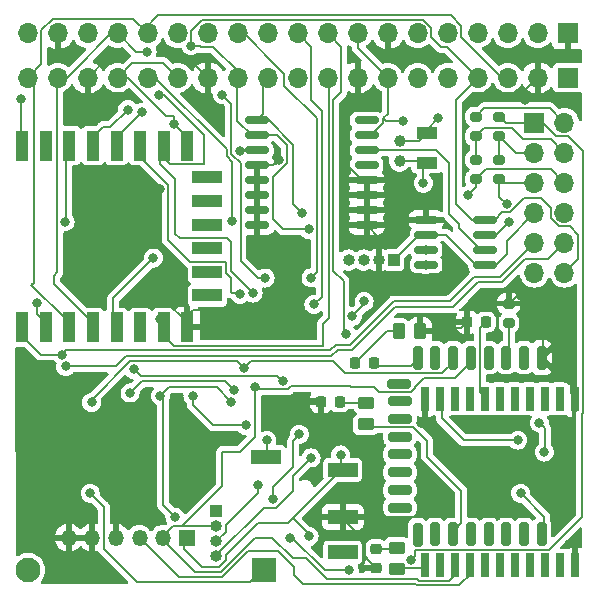
<source format=gbl>
G04 #@! TF.GenerationSoftware,KiCad,Pcbnew,7.0.7*
G04 #@! TF.CreationDate,2024-01-04T14:31:21-05:00*
G04 #@! TF.ProjectId,sensor_node,73656e73-6f72-45f6-9e6f-64652e6b6963,rev?*
G04 #@! TF.SameCoordinates,Original*
G04 #@! TF.FileFunction,Copper,L2,Bot*
G04 #@! TF.FilePolarity,Positive*
%FSLAX46Y46*%
G04 Gerber Fmt 4.6, Leading zero omitted, Abs format (unit mm)*
G04 Created by KiCad (PCBNEW 7.0.7) date 2024-01-04 14:31:21*
%MOMM*%
%LPD*%
G01*
G04 APERTURE LIST*
G04 Aperture macros list*
%AMRoundRect*
0 Rectangle with rounded corners*
0 $1 Rounding radius*
0 $2 $3 $4 $5 $6 $7 $8 $9 X,Y pos of 4 corners*
0 Add a 4 corners polygon primitive as box body*
4,1,4,$2,$3,$4,$5,$6,$7,$8,$9,$2,$3,0*
0 Add four circle primitives for the rounded corners*
1,1,$1+$1,$2,$3*
1,1,$1+$1,$4,$5*
1,1,$1+$1,$6,$7*
1,1,$1+$1,$8,$9*
0 Add four rect primitives between the rounded corners*
20,1,$1+$1,$2,$3,$4,$5,0*
20,1,$1+$1,$4,$5,$6,$7,0*
20,1,$1+$1,$6,$7,$8,$9,0*
20,1,$1+$1,$8,$9,$2,$3,0*%
G04 Aperture macros list end*
G04 #@! TA.AperFunction,ComponentPad*
%ADD10C,1.000000*%
G04 #@! TD*
G04 #@! TA.AperFunction,ComponentPad*
%ADD11R,1.000000X1.000000*%
G04 #@! TD*
G04 #@! TA.AperFunction,ComponentPad*
%ADD12O,1.000000X1.000000*%
G04 #@! TD*
G04 #@! TA.AperFunction,ComponentPad*
%ADD13R,1.700000X1.700000*%
G04 #@! TD*
G04 #@! TA.AperFunction,ComponentPad*
%ADD14O,1.700000X1.700000*%
G04 #@! TD*
G04 #@! TA.AperFunction,ComponentPad*
%ADD15R,2.100000X2.100000*%
G04 #@! TD*
G04 #@! TA.AperFunction,ComponentPad*
%ADD16C,2.100000*%
G04 #@! TD*
G04 #@! TA.AperFunction,ComponentPad*
%ADD17R,1.350000X1.350000*%
G04 #@! TD*
G04 #@! TA.AperFunction,ComponentPad*
%ADD18O,1.350000X1.350000*%
G04 #@! TD*
G04 #@! TA.AperFunction,SMDPad,CuDef*
%ADD19RoundRect,0.218750X0.256250X-0.218750X0.256250X0.218750X-0.256250X0.218750X-0.256250X-0.218750X0*%
G04 #@! TD*
G04 #@! TA.AperFunction,SMDPad,CuDef*
%ADD20RoundRect,0.250000X0.450000X-0.262500X0.450000X0.262500X-0.450000X0.262500X-0.450000X-0.262500X0*%
G04 #@! TD*
G04 #@! TA.AperFunction,SMDPad,CuDef*
%ADD21RoundRect,0.250000X-0.262500X-0.450000X0.262500X-0.450000X0.262500X0.450000X-0.262500X0.450000X0*%
G04 #@! TD*
G04 #@! TA.AperFunction,SMDPad,CuDef*
%ADD22RoundRect,0.218750X-0.218750X-0.256250X0.218750X-0.256250X0.218750X0.256250X-0.218750X0.256250X0*%
G04 #@! TD*
G04 #@! TA.AperFunction,SMDPad,CuDef*
%ADD23RoundRect,0.150000X-0.825000X-0.150000X0.825000X-0.150000X0.825000X0.150000X-0.825000X0.150000X0*%
G04 #@! TD*
G04 #@! TA.AperFunction,SMDPad,CuDef*
%ADD24RoundRect,0.200000X0.275000X-0.200000X0.275000X0.200000X-0.275000X0.200000X-0.275000X-0.200000X0*%
G04 #@! TD*
G04 #@! TA.AperFunction,SMDPad,CuDef*
%ADD25R,1.100000X2.500000*%
G04 #@! TD*
G04 #@! TA.AperFunction,SMDPad,CuDef*
%ADD26R,2.500000X1.100000*%
G04 #@! TD*
G04 #@! TA.AperFunction,SMDPad,CuDef*
%ADD27R,0.700000X2.000000*%
G04 #@! TD*
G04 #@! TA.AperFunction,SMDPad,CuDef*
%ADD28R,1.800000X1.000000*%
G04 #@! TD*
G04 #@! TA.AperFunction,SMDPad,CuDef*
%ADD29RoundRect,0.200000X-0.200000X0.800000X-0.200000X-0.800000X0.200000X-0.800000X0.200000X0.800000X0*%
G04 #@! TD*
G04 #@! TA.AperFunction,SMDPad,CuDef*
%ADD30RoundRect,0.200000X0.800000X0.200000X-0.800000X0.200000X-0.800000X-0.200000X0.800000X-0.200000X0*%
G04 #@! TD*
G04 #@! TA.AperFunction,SMDPad,CuDef*
%ADD31RoundRect,0.150000X0.875000X0.150000X-0.875000X0.150000X-0.875000X-0.150000X0.875000X-0.150000X0*%
G04 #@! TD*
G04 #@! TA.AperFunction,SMDPad,CuDef*
%ADD32R,2.500000X1.200000*%
G04 #@! TD*
G04 #@! TA.AperFunction,ViaPad*
%ADD33C,0.800000*%
G04 #@! TD*
G04 #@! TA.AperFunction,Conductor*
%ADD34C,0.200000*%
G04 #@! TD*
G04 #@! TA.AperFunction,Conductor*
%ADD35C,0.150000*%
G04 #@! TD*
G04 APERTURE END LIST*
D10*
X133470000Y-55150000D03*
X133470000Y-56850000D03*
D11*
X132970000Y-65250000D03*
D12*
X131700000Y-65250000D03*
X130430000Y-65250000D03*
X129160000Y-65250000D03*
D13*
X147710000Y-46050000D03*
D14*
X145170000Y-46050000D03*
X142630000Y-46050000D03*
X140090000Y-46050000D03*
X137550000Y-46050000D03*
X135010000Y-46050000D03*
X132470000Y-46050000D03*
X129930000Y-46050000D03*
X127390000Y-46050000D03*
X124850000Y-46050000D03*
X122310000Y-46050000D03*
X119770000Y-46050000D03*
X117230000Y-46050000D03*
X114690000Y-46050000D03*
X112150000Y-46050000D03*
X109610000Y-46050000D03*
X107070000Y-46050000D03*
X104530000Y-46050000D03*
X101990000Y-46050000D03*
D13*
X144880500Y-53630000D03*
D14*
X147420500Y-53630000D03*
X144880500Y-56170000D03*
X147420500Y-56170000D03*
X144880500Y-58710000D03*
X147420500Y-58710000D03*
X144880500Y-61250000D03*
X147420500Y-61250000D03*
X144880500Y-63790000D03*
X147420500Y-63790000D03*
X144880500Y-66330000D03*
X147420500Y-66330000D03*
D11*
X117950000Y-86500000D03*
D12*
X117950000Y-87770000D03*
X117950000Y-89040000D03*
X117950000Y-90310000D03*
D15*
X122000000Y-91500000D03*
D16*
X102000000Y-91500000D03*
D17*
X115450000Y-88750000D03*
D18*
X113450000Y-88750000D03*
X111450000Y-88750000D03*
X109450000Y-88750000D03*
X107450000Y-88750000D03*
X105450000Y-88750000D03*
D13*
X147700000Y-49800000D03*
D14*
X145160000Y-49800000D03*
X142620000Y-49800000D03*
X140080000Y-49800000D03*
X137540000Y-49800000D03*
X135000000Y-49800000D03*
X132460000Y-49800000D03*
X129920000Y-49800000D03*
X127380000Y-49800000D03*
X124840000Y-49800000D03*
X122300000Y-49800000D03*
X119760000Y-49800000D03*
X117220000Y-49800000D03*
X114680000Y-49800000D03*
X112140000Y-49800000D03*
X109600000Y-49800000D03*
X107060000Y-49800000D03*
X104520000Y-49800000D03*
X101980000Y-49800000D03*
D19*
X131470000Y-91287500D03*
X131470000Y-89712500D03*
D20*
X133220000Y-91412500D03*
X133220000Y-89587500D03*
D21*
X133395000Y-71250000D03*
X135220000Y-71250000D03*
D22*
X126812500Y-77250000D03*
X128387500Y-77250000D03*
D23*
X135720000Y-65655000D03*
X135720000Y-64385000D03*
X135720000Y-63115000D03*
X135720000Y-61845000D03*
X140670000Y-61845000D03*
X140670000Y-63115000D03*
X140670000Y-64385000D03*
X140670000Y-65655000D03*
D24*
X141920500Y-54750000D03*
X141920500Y-53100000D03*
D25*
X101500000Y-55550000D03*
X103500000Y-55550000D03*
X105500000Y-55550000D03*
X107500000Y-55550000D03*
X109500000Y-55550000D03*
X111500000Y-55550000D03*
X113500000Y-55550000D03*
X115500000Y-55550000D03*
X115500000Y-70950000D03*
X113500000Y-70950000D03*
X111500000Y-70950000D03*
X109500000Y-70950000D03*
X107500000Y-70950000D03*
X105500000Y-70950000D03*
X103500000Y-70950000D03*
X101500000Y-70950000D03*
D26*
X117200000Y-58240000D03*
X117200000Y-60240000D03*
X117200000Y-62240000D03*
X117200000Y-64240000D03*
X117200000Y-66240000D03*
X117200000Y-68240000D03*
D24*
X139920500Y-54750000D03*
X139920500Y-53100000D03*
D20*
X130600000Y-79162500D03*
X130600000Y-77337500D03*
D27*
X148300000Y-91100000D03*
X147030000Y-91100000D03*
X145760000Y-91100000D03*
X144490000Y-91100000D03*
X143220000Y-91100000D03*
X141950000Y-91100000D03*
X140680000Y-91100000D03*
X139410000Y-91100000D03*
X138140000Y-91100000D03*
X136870000Y-91100000D03*
X135600000Y-91100000D03*
X135600000Y-77000000D03*
X136870000Y-77000000D03*
X138140000Y-77000000D03*
X139410000Y-77000000D03*
X140680000Y-77000000D03*
X141950000Y-77000000D03*
X143220000Y-77000000D03*
X144490000Y-77000000D03*
X145760000Y-77000000D03*
X147030000Y-77000000D03*
X148300000Y-77000000D03*
D28*
X135770500Y-54500000D03*
X135770500Y-57000000D03*
D22*
X129682500Y-74000000D03*
X131257500Y-74000000D03*
D29*
X145500000Y-88450000D03*
X144000000Y-88450000D03*
X142500000Y-88450000D03*
X141000000Y-88450000D03*
X139500000Y-88450000D03*
X138000000Y-88450000D03*
X136500000Y-88450000D03*
X135000000Y-88500000D03*
D30*
X133500000Y-86200000D03*
X133500000Y-84700000D03*
X133500000Y-83200000D03*
X133500000Y-81700000D03*
X133500000Y-80200000D03*
X133500000Y-78700000D03*
X133500000Y-77200000D03*
X133450000Y-75700000D03*
D29*
X135000000Y-73500000D03*
X136500000Y-73500000D03*
X138000000Y-73500000D03*
X139500000Y-73500000D03*
X141000000Y-73500000D03*
X142500000Y-73500000D03*
X144000000Y-73500000D03*
X145500000Y-73500000D03*
D24*
X142720000Y-70575000D03*
X142720000Y-68925000D03*
D31*
X130670500Y-53420000D03*
X130670500Y-54690000D03*
X130670500Y-55960000D03*
X130670500Y-57230000D03*
X130670500Y-58500000D03*
X130670500Y-59770000D03*
X130670500Y-61040000D03*
X130670500Y-62310000D03*
X121370500Y-62310000D03*
X121370500Y-61040000D03*
X121370500Y-59770000D03*
X121370500Y-58500000D03*
X121370500Y-57230000D03*
X121370500Y-55960000D03*
X121370500Y-54690000D03*
X121370500Y-53420000D03*
D24*
X141920500Y-58400000D03*
X141920500Y-56750000D03*
D22*
X139182500Y-70500000D03*
X140757500Y-70500000D03*
D24*
X139920500Y-58400000D03*
X139920500Y-56750000D03*
D32*
X122162500Y-81900000D03*
X128662500Y-83000000D03*
X128662500Y-87000000D03*
X128662500Y-90000000D03*
D33*
X119919500Y-56000000D03*
X143720000Y-85000000D03*
X125800000Y-88650000D03*
X113220000Y-76750000D03*
X133720000Y-53500000D03*
X114450000Y-87000000D03*
X114399500Y-53750000D03*
X143470000Y-80500000D03*
X128470000Y-81750000D03*
X119220000Y-77250000D03*
X145720000Y-81500000D03*
X142720000Y-62000000D03*
X145300000Y-79025500D03*
X125220000Y-61250000D03*
X107270500Y-85000000D03*
X115829500Y-47100500D03*
X125770500Y-62648407D03*
X112079500Y-47600500D03*
X119300500Y-61900000D03*
X129470000Y-70000000D03*
X130470000Y-68750000D03*
X123571000Y-75500000D03*
X110950000Y-74500000D03*
X139220000Y-59750000D03*
X104899500Y-73250000D03*
X105200000Y-74250000D03*
X102805128Y-68844372D03*
X110646000Y-76500000D03*
X119470000Y-76250000D03*
X113200000Y-70250000D03*
X124200000Y-88750000D03*
X134470000Y-90625500D03*
X129200000Y-91500000D03*
X122220000Y-80500000D03*
X139925628Y-53094872D03*
X142520500Y-60500000D03*
X118470000Y-51250000D03*
X111649500Y-52750000D03*
X122089622Y-66768029D03*
X113100000Y-51300000D03*
X121058208Y-68049442D03*
X128970000Y-71500000D03*
X122720000Y-85500000D03*
X126220000Y-69000000D03*
X124970000Y-80000000D03*
X121220000Y-76000000D03*
X107400000Y-77300000D03*
X120321000Y-74400500D03*
X115970000Y-76750000D03*
X120458500Y-79250000D03*
X119970000Y-68148407D03*
X135311465Y-79013066D03*
X113149500Y-59250000D03*
X124807258Y-77045375D03*
X115963256Y-82044500D03*
X133800000Y-48500000D03*
X147839622Y-68130378D03*
X147800000Y-89300000D03*
X123970000Y-68898407D03*
X113899500Y-67250000D03*
X137600000Y-85700000D03*
X110950000Y-59000000D03*
X108834372Y-48045128D03*
X144100000Y-51700000D03*
X137720000Y-71000000D03*
X128720000Y-56500000D03*
X145600000Y-71699500D03*
X116789092Y-79800500D03*
X147970000Y-75454502D03*
X123220000Y-56750000D03*
X143720000Y-68250000D03*
X115579500Y-48399500D03*
X135470000Y-58750000D03*
X135720000Y-65655000D03*
X136720000Y-53250000D03*
X135720000Y-64385000D03*
X125970000Y-66750000D03*
X105149500Y-62000000D03*
X110450000Y-52500000D03*
X101399500Y-51650498D03*
X112625000Y-65075000D03*
X121470000Y-84250000D03*
X125970000Y-82000000D03*
D34*
X109600000Y-49800000D02*
X110850000Y-48550000D01*
X137385500Y-63115000D02*
X135720000Y-63115000D01*
X116720000Y-91250000D02*
X118141371Y-91250000D01*
X118141371Y-91250000D02*
X118750000Y-90641371D01*
X115220000Y-88750000D02*
X115220000Y-89750000D01*
X132100500Y-53250000D02*
X132100500Y-53651396D01*
X145720000Y-87000000D02*
X143720000Y-85000000D01*
X117970000Y-76000000D02*
X113970000Y-76000000D01*
X113970000Y-76000000D02*
X113220000Y-76750000D01*
X121370500Y-55960000D02*
X119959500Y-55960000D01*
X132970000Y-65250000D02*
X135105000Y-63115000D01*
X125800000Y-88650000D02*
X125800000Y-88450000D01*
X138900000Y-80500000D02*
X137040000Y-78640000D01*
X137040000Y-78640000D02*
X137040000Y-77000000D01*
X110850000Y-48550000D02*
X113430000Y-48550000D01*
X145720000Y-88450000D02*
X145720000Y-87000000D01*
X133720000Y-53500000D02*
X132350500Y-53500000D01*
X115200000Y-54550500D02*
X114399500Y-53750000D01*
X115200000Y-56250000D02*
X115200000Y-54550500D01*
X132460000Y-49859500D02*
X132460000Y-52890500D01*
X132100500Y-53651396D02*
X131061896Y-54690000D01*
X129930000Y-46050000D02*
X129930000Y-47270000D01*
X121450000Y-87500000D02*
X124020500Y-87500000D01*
X113430000Y-48550000D02*
X114680000Y-49800000D01*
X118750000Y-90641371D02*
X118750000Y-90200000D01*
X128470000Y-83050500D02*
X126950000Y-84570500D01*
X119959500Y-55960000D02*
X119919500Y-56000000D01*
X129930000Y-47270000D02*
X132460000Y-49800000D01*
X143470000Y-80500000D02*
X138900000Y-80500000D01*
X119220000Y-77250000D02*
X117970000Y-76000000D01*
X114450000Y-87000000D02*
X113450000Y-86000000D01*
X110513654Y-49859500D02*
X110513654Y-49800000D01*
X114399500Y-53065846D02*
X113720000Y-53065846D01*
X114399500Y-53750000D02*
X114399500Y-53065846D01*
X124435250Y-87085250D02*
X127035250Y-84485250D01*
X132100500Y-49500000D02*
X132460000Y-49859500D01*
X132460000Y-52890500D02*
X132100500Y-53250000D01*
X135105000Y-63115000D02*
X135720000Y-63115000D01*
X142520500Y-64750000D02*
X141615500Y-65655000D01*
X124020500Y-87500000D02*
X124435250Y-87085250D01*
X125800000Y-88450000D02*
X124435250Y-87085250D01*
X142520500Y-63610000D02*
X142520500Y-64750000D01*
X118750000Y-90200000D02*
X121450000Y-87500000D01*
X115220000Y-89750000D02*
X116720000Y-91250000D01*
X144880500Y-61250000D02*
X142520500Y-63610000D01*
X113450000Y-86000000D02*
X113450000Y-76980000D01*
X131061896Y-54690000D02*
X130670500Y-54690000D01*
X113720000Y-53065846D02*
X110513654Y-49859500D01*
X113450000Y-76980000D02*
X113220000Y-76750000D01*
X110513654Y-49800000D02*
X109600000Y-49800000D01*
X128470000Y-81750000D02*
X128470000Y-83050500D01*
X139925500Y-65655000D02*
X137385500Y-63115000D01*
X132350500Y-53500000D02*
X132100500Y-53250000D01*
X139925500Y-65794500D02*
X139925500Y-65655000D01*
X113040500Y-44500000D02*
X137806846Y-44500000D01*
X122390000Y-53420000D02*
X121370500Y-53420000D01*
X121940500Y-52850000D02*
X121940500Y-49500000D01*
X102500000Y-67150000D02*
X102300000Y-67350000D01*
X124470000Y-55500000D02*
X122390000Y-53420000D01*
X138700000Y-45393154D02*
X138700000Y-46380000D01*
X103140000Y-45790000D02*
X104130000Y-44800000D01*
X138700000Y-46380000D02*
X142120000Y-49800000D01*
X110900000Y-44800000D02*
X112150000Y-46050000D01*
X141605000Y-63115000D02*
X140670000Y-63115000D01*
X124470000Y-60500000D02*
X124470000Y-55500000D01*
X101980000Y-49800000D02*
X102500000Y-50320000D01*
X145745498Y-81474502D02*
X145720000Y-81500000D01*
X142720000Y-62000000D02*
X141605000Y-63115000D01*
X125220000Y-61250000D02*
X124470000Y-60500000D01*
X101980000Y-49800000D02*
X103140000Y-48640000D01*
X103140000Y-48640000D02*
X103140000Y-45790000D01*
X121370500Y-53420000D02*
X121940500Y-52850000D01*
X102500000Y-50379500D02*
X102500000Y-67150000D01*
X102300000Y-67350000D02*
X105200000Y-70250000D01*
X145300000Y-79025500D02*
X145770500Y-79496000D01*
X145770500Y-79496000D02*
X145770500Y-81474502D01*
X145770500Y-81474502D02*
X145745498Y-81474502D01*
X137806846Y-44500000D02*
X138700000Y-45393154D01*
X111790500Y-45750000D02*
X113040500Y-44500000D01*
X102500000Y-50320000D02*
X102500000Y-50500000D01*
X142120000Y-49800000D02*
X142620000Y-49800000D01*
X104130000Y-44800000D02*
X110900000Y-44800000D01*
X108425000Y-89725000D02*
X111200000Y-92500000D01*
X107270500Y-85000000D02*
X108425000Y-86154500D01*
X108425000Y-86154500D02*
X108425000Y-89725000D01*
X120800000Y-92500000D02*
X121800000Y-91500000D01*
X111200000Y-92500000D02*
X120800000Y-92500000D01*
X142810450Y-61200000D02*
X144010450Y-60000000D01*
X104500000Y-61659550D02*
X104449500Y-61710050D01*
X136160000Y-45573654D02*
X135486346Y-44900000D01*
X147870000Y-62400000D02*
X148570500Y-63100500D01*
X116559500Y-47100500D02*
X116659000Y-47200000D01*
X145470000Y-60000000D02*
X146270500Y-60800500D01*
X104449500Y-61710050D02*
X104449500Y-62289950D01*
X146270500Y-60800500D02*
X146270500Y-61726346D01*
X119760000Y-49800000D02*
X120079500Y-50119500D01*
X140670000Y-61845000D02*
X141530000Y-61845000D01*
X117709500Y-47200000D02*
X119760000Y-49250500D01*
X141530000Y-61845000D02*
X142175000Y-61200000D01*
X144010450Y-60000000D02*
X145470000Y-60000000D01*
X123618407Y-62648407D02*
X125770500Y-62648407D01*
X138220000Y-60500000D02*
X139565000Y-61845000D01*
X137480000Y-47200000D02*
X136980000Y-47200000D01*
X104520000Y-49800000D02*
X105329500Y-49800000D01*
X111160500Y-47600500D02*
X109610000Y-46050000D01*
X148570500Y-65180000D02*
X147420500Y-66330000D01*
X112079500Y-47600500D02*
X111160500Y-47600500D01*
X140080000Y-49800000D02*
X137480000Y-47200000D01*
X148570500Y-63100500D02*
X148570500Y-65180000D01*
X123094314Y-54690000D02*
X123920000Y-55515686D01*
X104500000Y-66270500D02*
X104200000Y-66570500D01*
X116753654Y-44900000D02*
X115840000Y-45813654D01*
X104449500Y-62289950D02*
X104500000Y-62340450D01*
X105329500Y-49800000D02*
X109579500Y-45550000D01*
X120979104Y-54690000D02*
X123094314Y-54690000D01*
X135486346Y-44900000D02*
X116753654Y-44900000D01*
X123920000Y-55515686D02*
X123920000Y-57039950D01*
X123920000Y-57039950D02*
X122720000Y-58239950D01*
X119760000Y-49250500D02*
X119760000Y-49800000D01*
X115840000Y-47090000D02*
X115829500Y-47100500D01*
X139565000Y-61845000D02*
X140670000Y-61845000D01*
X104200000Y-66500000D02*
X104200000Y-67250000D01*
X146944154Y-62400000D02*
X147870000Y-62400000D01*
X109579500Y-46050000D02*
X109610000Y-46050000D01*
X115829500Y-47100500D02*
X116559500Y-47100500D01*
X122720000Y-58239950D02*
X122720000Y-61750000D01*
X116659000Y-47200000D02*
X117709500Y-47200000D01*
X104200000Y-67250000D02*
X107200000Y-70250000D01*
X119720000Y-53430896D02*
X120979104Y-54690000D01*
X104500000Y-62340450D02*
X104500000Y-66270500D01*
X136160000Y-46380000D02*
X136160000Y-45573654D01*
X136980000Y-47200000D02*
X136160000Y-46380000D01*
X104520000Y-49800000D02*
X104859500Y-50139500D01*
X142175000Y-61200000D02*
X142810450Y-61200000D01*
X115840000Y-45813654D02*
X115840000Y-47090000D01*
X119720000Y-49819500D02*
X119720000Y-53430896D01*
X138220000Y-51660000D02*
X138220000Y-60500000D01*
X104500000Y-49839500D02*
X104500000Y-61659550D01*
X122720000Y-61750000D02*
X123618407Y-62648407D01*
X140080000Y-49800000D02*
X138220000Y-51660000D01*
X146270500Y-61726346D02*
X146944154Y-62400000D01*
X119300500Y-61900000D02*
X119300000Y-61899500D01*
X118819500Y-56455635D02*
X118819500Y-55849500D01*
X118819500Y-55849500D02*
X112770000Y-49800000D01*
X112770000Y-49800000D02*
X112140000Y-49800000D01*
X119300000Y-56936136D02*
X118819500Y-56455635D01*
X119300000Y-61899500D02*
X119300000Y-56936136D01*
X110950000Y-74500000D02*
X111550000Y-75100000D01*
X123470000Y-75500000D02*
X123571000Y-75500000D01*
X111550000Y-75100000D02*
X123070000Y-75100000D01*
X123070000Y-75100000D02*
X123470000Y-75500000D01*
X130470000Y-68750000D02*
X130470000Y-69000000D01*
X130470000Y-69000000D02*
X129470000Y-70000000D01*
X140760500Y-57560000D02*
X146270500Y-57560000D01*
X139220000Y-59750000D02*
X139920500Y-59049500D01*
X139920500Y-58400000D02*
X140760500Y-57560000D01*
X146270500Y-57560000D02*
X147420500Y-58710000D01*
X139920500Y-59049500D02*
X139920500Y-58400000D01*
X104899500Y-73250000D02*
X105249500Y-72900000D01*
X128045002Y-72425000D02*
X129295000Y-72425000D01*
X105249500Y-72900000D02*
X127570000Y-72900000D01*
X103100000Y-73250000D02*
X101200000Y-71350000D01*
X104899500Y-73250000D02*
X103100000Y-73250000D01*
X137720000Y-68750000D02*
X139769500Y-66700500D01*
X127570000Y-72900000D02*
X128045002Y-72425000D01*
X129295000Y-72425000D02*
X132970000Y-68750000D01*
X141970000Y-66700500D02*
X144880500Y-63790000D01*
X139769500Y-66700500D02*
X141970000Y-66700500D01*
X101200000Y-71350000D02*
X101200000Y-70250000D01*
X132970000Y-68750000D02*
X137720000Y-68750000D01*
X102805128Y-68844372D02*
X102805128Y-69855128D01*
X144056186Y-65180000D02*
X146030500Y-65180000D01*
X127635686Y-73400000D02*
X128210687Y-72825000D01*
X146030500Y-65180000D02*
X147420500Y-63790000D01*
X110300000Y-73400000D02*
X127635686Y-73400000D01*
X133035686Y-69250000D02*
X137970000Y-69250000D01*
X105200000Y-74250000D02*
X109450000Y-74250000D01*
X102805128Y-69855128D02*
X103200000Y-70250000D01*
X129460686Y-72825000D02*
X133035686Y-69250000D01*
X109450000Y-74250000D02*
X110300000Y-73400000D01*
X128210687Y-72825000D02*
X129460686Y-72825000D01*
X142135685Y-67100500D02*
X144056186Y-65180000D01*
X140119500Y-67100500D02*
X142135685Y-67100500D01*
X137970000Y-69250000D02*
X140119500Y-67100500D01*
X110646000Y-76500000D02*
X111646000Y-75500000D01*
X118720000Y-75500000D02*
X119470000Y-76250000D01*
X111646000Y-75500000D02*
X118720000Y-75500000D01*
X127470000Y-70185114D02*
X126970000Y-70685114D01*
X113200000Y-71350000D02*
X113200000Y-70250000D01*
X114350000Y-72500000D02*
X113200000Y-71350000D01*
X127470000Y-70185114D02*
X127470000Y-49949500D01*
X126981454Y-72500000D02*
X114350000Y-72500000D01*
X126970000Y-70685114D02*
X126970000Y-72500000D01*
X124395000Y-88750000D02*
X124200000Y-88750000D01*
X147750000Y-54780000D02*
X146750000Y-54780000D01*
X134470000Y-90625500D02*
X134812893Y-90282607D01*
X148970500Y-56000500D02*
X147750000Y-54780000D01*
X134812893Y-89800000D02*
X146077107Y-89800000D01*
X134812893Y-90282607D02*
X134812893Y-89800000D01*
X129200000Y-91500000D02*
X127145000Y-91500000D01*
X142450500Y-53630000D02*
X144880500Y-53630000D01*
X146750000Y-54780000D02*
X145600000Y-53630000D01*
X146077107Y-89800000D02*
X148900000Y-86977107D01*
X148970500Y-78229500D02*
X148970500Y-56000500D01*
X148900000Y-86977107D02*
X148900000Y-78300000D01*
X148900000Y-78300000D02*
X148970500Y-78229500D01*
X141920500Y-53100000D02*
X142450500Y-53630000D01*
X145600000Y-53630000D02*
X144880500Y-53630000D01*
X127145000Y-91500000D02*
X124395000Y-88750000D01*
X122220000Y-81700500D02*
X122020500Y-81900000D01*
X122220000Y-80500000D02*
X122220000Y-81700500D01*
X139920500Y-53100000D02*
X140620500Y-52400000D01*
X146190500Y-52400000D02*
X147420500Y-53630000D01*
X139920500Y-53100000D02*
X139925628Y-53094872D01*
X140620500Y-52400000D02*
X146190500Y-52400000D01*
X141920500Y-56750000D02*
X141920500Y-54750000D01*
X143340500Y-56170000D02*
X144880500Y-56170000D01*
X141920500Y-54750000D02*
X143340500Y-56170000D01*
X146270500Y-55020000D02*
X147420500Y-56170000D01*
X139920500Y-56750000D02*
X139920500Y-54750000D01*
X143940500Y-55020000D02*
X146270500Y-55020000D01*
X140620500Y-54050000D02*
X142970500Y-54050000D01*
X139920500Y-54750000D02*
X140620500Y-54050000D01*
X142970500Y-54050000D02*
X143940500Y-55020000D01*
X141920500Y-58400000D02*
X142230500Y-58710000D01*
X142230500Y-58710000D02*
X144880500Y-58710000D01*
X141920500Y-59900000D02*
X141920500Y-58400000D01*
X142520500Y-60500000D02*
X141920500Y-59900000D01*
X140328604Y-64385000D02*
X140655500Y-64385000D01*
X137620250Y-61349750D02*
X138470000Y-62199500D01*
X137620250Y-56999750D02*
X137620250Y-61349750D01*
X138470000Y-62199500D02*
X138470000Y-62526396D01*
X130670500Y-55960000D02*
X136580500Y-55960000D01*
X136580500Y-55960000D02*
X137620250Y-56999750D01*
X138470000Y-62526396D02*
X140328604Y-64385000D01*
X119219500Y-51999500D02*
X118470000Y-51250000D01*
X109200000Y-55150000D02*
X109200000Y-56250000D01*
X111649500Y-52750000D02*
X109449000Y-54950500D01*
X109399500Y-54950500D02*
X109200000Y-55150000D01*
X122089622Y-66768029D02*
X121448029Y-66768029D01*
X119219500Y-56289950D02*
X119219500Y-51999500D01*
X121448029Y-66768029D02*
X120000000Y-65320000D01*
X120000000Y-57070450D02*
X119219500Y-56289950D01*
X109449000Y-54950500D02*
X109399500Y-54950500D01*
X120000000Y-65320000D02*
X120000000Y-57070450D01*
X113200000Y-57139452D02*
X114450000Y-58389452D01*
X114840000Y-63390000D02*
X118840000Y-63390000D01*
X113200000Y-56250000D02*
X113200000Y-57139452D01*
X114450000Y-63000000D02*
X114840000Y-63390000D01*
X113500000Y-51300000D02*
X116899500Y-54699500D01*
X114050000Y-57100000D02*
X113200000Y-56250000D01*
X113100000Y-51300000D02*
X113500000Y-51300000D01*
X118840000Y-63390000D02*
X119200000Y-63750000D01*
X119200000Y-66191234D02*
X121058208Y-68049442D01*
X114450000Y-58389452D02*
X114450000Y-63000000D01*
X119200000Y-63750000D02*
X119200000Y-66191234D01*
X116899500Y-54699500D02*
X116899500Y-57100000D01*
X116899500Y-57100000D02*
X114050000Y-57100000D01*
X128530000Y-51040000D02*
X127870000Y-51700000D01*
X128720000Y-67000000D02*
X127870000Y-66150000D01*
X128720000Y-71250000D02*
X128720000Y-67000000D01*
X128970000Y-71500000D02*
X128720000Y-71250000D01*
X128530000Y-47190000D02*
X128530000Y-51040000D01*
X127870000Y-66150000D02*
X127870000Y-51700000D01*
X127390000Y-46050000D02*
X128530000Y-47190000D01*
X125990000Y-47190000D02*
X124850000Y-46050000D01*
X122720000Y-85500000D02*
X122720000Y-84480000D01*
X125990000Y-51719500D02*
X125990000Y-47190000D01*
X124470000Y-82730000D02*
X124470000Y-80563000D01*
X122720000Y-84480000D02*
X124470000Y-82730000D01*
X126870000Y-68350000D02*
X126870000Y-52599500D01*
X126220000Y-69000000D02*
X126870000Y-68350000D01*
X126870000Y-52599500D02*
X125990000Y-51719500D01*
X124470000Y-80563000D02*
X125033000Y-80000000D01*
X124303125Y-75916875D02*
X129249250Y-75916875D01*
X138177107Y-75250000D02*
X139720000Y-73707107D01*
X119970500Y-81500000D02*
X118450000Y-81500000D01*
X121220000Y-76000000D02*
X121220000Y-80250500D01*
X121220000Y-80250500D02*
X119970500Y-81500000D01*
X134800000Y-76020000D02*
X135570000Y-75250000D01*
X124450000Y-90500000D02*
X125579314Y-90500000D01*
X139720000Y-73707107D02*
X139720000Y-73500000D01*
X134970000Y-92250000D02*
X135120000Y-92400000D01*
X121220000Y-76000000D02*
X121420000Y-76200000D01*
X131300000Y-76000000D02*
X131700000Y-76400000D01*
X118450000Y-81500000D02*
X118450000Y-84400000D01*
X118307057Y-91650000D02*
X121207057Y-88750000D01*
X138310000Y-91750000D02*
X138310000Y-91100000D01*
X125579314Y-90500000D02*
X127329314Y-92250000D01*
X114245000Y-87775000D02*
X113270000Y-88750000D01*
X117950000Y-87770000D02*
X115240000Y-87770000D01*
X115075000Y-87775000D02*
X114245000Y-87775000D01*
X134800000Y-76065000D02*
X134800000Y-76020000D01*
X137660000Y-92400000D02*
X138310000Y-91750000D01*
X134465000Y-76400000D02*
X134800000Y-76065000D01*
X129332375Y-76000000D02*
X131300000Y-76000000D01*
X122700000Y-88750000D02*
X124450000Y-90500000D01*
X129249250Y-75916875D02*
X129332375Y-76000000D01*
X113270000Y-88750000D02*
X116170000Y-91650000D01*
X135120000Y-92400000D02*
X137660000Y-92400000D01*
X124020000Y-76200000D02*
X124303125Y-75916875D01*
X127329314Y-92250000D02*
X134970000Y-92250000D01*
X116170000Y-91650000D02*
X118307057Y-91650000D01*
X131700000Y-76400000D02*
X134465000Y-76400000D01*
X121207057Y-88750000D02*
X122700000Y-88750000D01*
X121420000Y-76200000D02*
X124020000Y-76200000D01*
X135570000Y-75250000D02*
X138177107Y-75250000D01*
X118450000Y-84400000D02*
X115075000Y-87775000D01*
X138220000Y-73707107D02*
X137077107Y-74850000D01*
X107400000Y-77060050D02*
X110660050Y-73800000D01*
X123200000Y-89900000D02*
X120622742Y-89900000D01*
X120921500Y-73800000D02*
X120321000Y-74400500D01*
X128851371Y-74850000D02*
X127801371Y-73800000D01*
X134804314Y-92650000D02*
X125260418Y-92650000D01*
X124562500Y-91952082D02*
X124562500Y-91262500D01*
X139580000Y-91100000D02*
X139580000Y-91750000D01*
X125260418Y-92650000D02*
X124562500Y-91952082D01*
X111220000Y-88815686D02*
X111220000Y-88750000D01*
X139580000Y-91750000D02*
X138530000Y-92800000D01*
X137077107Y-74850000D02*
X128851371Y-74850000D01*
X134954314Y-92800000D02*
X134804314Y-92650000D01*
X138530000Y-92800000D02*
X134954314Y-92800000D01*
X107400000Y-77300000D02*
X107400000Y-77060050D01*
X119720500Y-73800000D02*
X120321000Y-74400500D01*
X127801371Y-73800000D02*
X120921500Y-73800000D01*
X138220000Y-73500000D02*
X138220000Y-73707107D01*
X118472742Y-92050000D02*
X114750000Y-92050000D01*
X124562500Y-91262500D02*
X123200000Y-89900000D01*
X120622742Y-89900000D02*
X118472742Y-92050000D01*
X114750000Y-92050000D02*
X111450000Y-88750000D01*
X110660050Y-73800000D02*
X119720500Y-73800000D01*
X115970000Y-77520000D02*
X115970000Y-76750000D01*
X117700000Y-79250000D02*
X115970000Y-77520000D01*
X120458500Y-79250000D02*
X117700000Y-79250000D01*
X118800000Y-65390000D02*
X115700000Y-65390000D01*
X119970000Y-68148407D02*
X119821593Y-68000000D01*
X115700000Y-65390000D02*
X113850000Y-63540000D01*
X113850000Y-58900000D02*
X111200000Y-56250000D01*
X119200000Y-66756920D02*
X118800000Y-66356919D01*
X119281593Y-68000000D02*
X119200000Y-67918407D01*
X118800000Y-66356919D02*
X118800000Y-65390000D01*
X113850000Y-63540000D02*
X113850000Y-58900000D01*
X119200000Y-67918407D02*
X119200000Y-66756920D01*
X119821593Y-68000000D02*
X119281593Y-68000000D01*
D35*
X138682500Y-71000000D02*
X139182500Y-70500000D01*
X147839622Y-68130378D02*
X147720000Y-68250000D01*
X123368407Y-69500000D02*
X115950000Y-69500000D01*
X115950000Y-69500000D02*
X115200000Y-70250000D01*
X143720000Y-68250000D02*
X143395000Y-68250000D01*
X128720000Y-56905541D02*
X130314459Y-58500000D01*
X132470000Y-47170000D02*
X132470000Y-45550000D01*
X137600000Y-85700000D02*
X136300000Y-87000000D01*
X115200000Y-70250000D02*
X113899500Y-68949500D01*
X128720000Y-56500000D02*
X128720000Y-56905541D01*
X122740000Y-57230000D02*
X121370500Y-57230000D01*
X131700000Y-65250000D02*
X131700000Y-63339500D01*
X137470000Y-71250000D02*
X137720000Y-71000000D01*
X148470000Y-89970000D02*
X148470000Y-91100000D01*
X130314459Y-58500000D02*
X130670500Y-58500000D01*
X108834372Y-48045128D02*
X108814872Y-48045128D01*
X144100000Y-50860000D02*
X145160000Y-49800000D01*
X147970000Y-75454502D02*
X147970000Y-76500000D01*
X115963256Y-82044500D02*
X115963256Y-80626336D01*
X126607875Y-77045375D02*
X126812500Y-77250000D01*
X123220000Y-56750000D02*
X122740000Y-57230000D01*
X108814872Y-48045128D02*
X107060000Y-49800000D01*
X145600000Y-71699500D02*
X145600000Y-73400000D01*
X143395000Y-68250000D02*
X142720000Y-68925000D01*
X136300000Y-87000000D02*
X128662500Y-87000000D01*
X131700000Y-63339500D02*
X130670500Y-62310000D01*
X115819500Y-48399500D02*
X117220000Y-49800000D01*
X137720000Y-71000000D02*
X138682500Y-71000000D01*
X147720000Y-68250000D02*
X143720000Y-68250000D01*
X111200000Y-59250000D02*
X113149500Y-59250000D01*
X135311465Y-79013066D02*
X135770000Y-78554531D01*
X128520500Y-87000000D02*
X130475000Y-88954500D01*
X135770000Y-78554531D02*
X135770000Y-77000000D01*
X115963256Y-80626336D02*
X116789092Y-79800500D01*
X115579500Y-48399500D02*
X115819500Y-48399500D01*
X133800000Y-48500000D02*
X132470000Y-47170000D01*
X144100000Y-51700000D02*
X144100000Y-50860000D01*
X113899500Y-68949500D02*
X113899500Y-67250000D01*
X145600000Y-73400000D02*
X145500000Y-73500000D01*
X123970000Y-68898407D02*
X123368407Y-69500000D01*
X135220000Y-71250000D02*
X137470000Y-71250000D01*
X147970000Y-76500000D02*
X148470000Y-77000000D01*
X147800000Y-89300000D02*
X148470000Y-89970000D01*
X124807258Y-77045375D02*
X126607875Y-77045375D01*
X130475000Y-90292500D02*
X131470000Y-91287500D01*
X129920000Y-49800000D02*
X129429000Y-50291000D01*
X130475000Y-88954500D02*
X130475000Y-90292500D01*
X110950000Y-59000000D02*
X111200000Y-59250000D01*
D34*
X135470000Y-58750000D02*
X135470000Y-57300500D01*
X135620500Y-56850000D02*
X135770500Y-57000000D01*
X133470000Y-56850000D02*
X135620500Y-56850000D01*
X135470000Y-57300500D02*
X135770500Y-57000000D01*
X133470000Y-55150000D02*
X135120500Y-55150000D01*
X135120500Y-55150000D02*
X135770500Y-54500000D01*
X135770500Y-54199500D02*
X135770500Y-54500000D01*
X136720000Y-53250000D02*
X135770500Y-54199500D01*
X126470000Y-53250000D02*
X123690000Y-50470000D01*
X126470000Y-66250000D02*
X126470000Y-53250000D01*
X123690000Y-50470000D02*
X123690000Y-50410500D01*
X125970000Y-66750000D02*
X126470000Y-66250000D01*
X123690000Y-50410500D02*
X123690000Y-49470000D01*
X123690000Y-49470000D02*
X119770000Y-45550000D01*
X105149500Y-62000000D02*
X105200000Y-61949500D01*
X105200000Y-61949500D02*
X105200000Y-56250000D01*
X108950000Y-54000000D02*
X108350000Y-54000000D01*
X110450000Y-52500000D02*
X108950000Y-54000000D01*
X107200000Y-55150000D02*
X107200000Y-56250000D01*
X108350000Y-54000000D02*
X107200000Y-55150000D01*
X101399500Y-56050500D02*
X101200000Y-56250000D01*
X101399500Y-51650498D02*
X101399500Y-56050500D01*
X109200000Y-70250000D02*
X109200000Y-68500000D01*
X109200000Y-68500000D02*
X112625000Y-65075000D01*
X128475000Y-77337500D02*
X128387500Y-77250000D01*
X130600000Y-77337500D02*
X128475000Y-77337500D01*
X134470000Y-74250000D02*
X131507500Y-74250000D01*
X135220000Y-73500000D02*
X134470000Y-74250000D01*
X131507500Y-74250000D02*
X131257500Y-74000000D01*
X140300000Y-76450000D02*
X140850000Y-77000000D01*
X140757500Y-70500000D02*
X140300000Y-70957500D01*
X140300000Y-70957500D02*
X140300000Y-76450000D01*
X131470000Y-89712500D02*
X133182500Y-89712500D01*
X133182500Y-89712500D02*
X133220000Y-89675000D01*
X142720000Y-73500000D02*
X142720000Y-70750000D01*
X135800000Y-80572893D02*
X135800000Y-81900000D01*
X134627107Y-79400000D02*
X135800000Y-80572893D01*
X130837500Y-79400000D02*
X134627107Y-79400000D01*
X138700000Y-87542893D02*
X138220000Y-88022893D01*
X135800000Y-81900000D02*
X138700000Y-84800000D01*
X138220000Y-88022893D02*
X138220000Y-88450000D01*
X130600000Y-79162500D02*
X130837500Y-79400000D01*
X138700000Y-84800000D02*
X138700000Y-87542893D01*
X135545000Y-91325000D02*
X135770000Y-91100000D01*
X133220000Y-91325000D02*
X135545000Y-91325000D01*
X118750000Y-87720000D02*
X118750000Y-88240000D01*
X121470000Y-84770000D02*
X121470000Y-85000000D01*
X118750000Y-88240000D02*
X117950000Y-89040000D01*
X121470000Y-85000000D02*
X118750000Y-87720000D01*
X121470000Y-84250000D02*
X121470000Y-84770000D01*
X124420500Y-84789450D02*
X124420500Y-83549500D01*
X117950000Y-90310000D02*
X117950000Y-90250000D01*
X122000000Y-86200000D02*
X123009950Y-86200000D01*
X117950000Y-90250000D02*
X122000000Y-86200000D01*
X124420500Y-83549500D02*
X125970000Y-82000000D01*
X123009950Y-86200000D02*
X124420500Y-84789450D01*
X132432500Y-71250000D02*
X133395000Y-71250000D01*
X129682500Y-74000000D02*
X132432500Y-71250000D01*
G04 #@! TA.AperFunction,Conductor*
G36*
X101758362Y-72620184D02*
G01*
X101779004Y-72636818D01*
X102698614Y-73556428D01*
X102715246Y-73577066D01*
X102717854Y-73581125D01*
X102717857Y-73581128D01*
X102757067Y-73615103D01*
X102760283Y-73618097D01*
X102771407Y-73629221D01*
X102771412Y-73629224D01*
X102771417Y-73629229D01*
X102783979Y-73638633D01*
X102787427Y-73641411D01*
X102817947Y-73667856D01*
X102826627Y-73675377D01*
X102831010Y-73677379D01*
X102853807Y-73690905D01*
X102857669Y-73693796D01*
X102906295Y-73711932D01*
X102910351Y-73713612D01*
X102932457Y-73723708D01*
X102957540Y-73735164D01*
X102957541Y-73735164D01*
X102957543Y-73735165D01*
X102962312Y-73735850D01*
X102988002Y-73742407D01*
X102992517Y-73744091D01*
X103044258Y-73747791D01*
X103048657Y-73748264D01*
X103064201Y-73750500D01*
X103079906Y-73750500D01*
X103084328Y-73750657D01*
X103136073Y-73754359D01*
X103140784Y-73753334D01*
X103167143Y-73750500D01*
X104216559Y-73750500D01*
X104283598Y-73770185D01*
X104304240Y-73786818D01*
X104397238Y-73879816D01*
X104397240Y-73879817D01*
X104402162Y-73884739D01*
X104400534Y-73886367D01*
X104434421Y-73934643D01*
X104437273Y-74004454D01*
X104434011Y-74015357D01*
X104414632Y-74070742D01*
X104414631Y-74070746D01*
X104394435Y-74249996D01*
X104394435Y-74250003D01*
X104414630Y-74429249D01*
X104414631Y-74429254D01*
X104474211Y-74599523D01*
X104546538Y-74714630D01*
X104570184Y-74752262D01*
X104697738Y-74879816D01*
X104735165Y-74903333D01*
X104821307Y-74957460D01*
X104850478Y-74975789D01*
X104955824Y-75012651D01*
X105020745Y-75035368D01*
X105020750Y-75035369D01*
X105199996Y-75055565D01*
X105200000Y-75055565D01*
X105200004Y-75055565D01*
X105379249Y-75035369D01*
X105379252Y-75035368D01*
X105379255Y-75035368D01*
X105549522Y-74975789D01*
X105702262Y-74879816D01*
X105795260Y-74786818D01*
X105856584Y-74753334D01*
X105882941Y-74750500D01*
X108702374Y-74750500D01*
X108769413Y-74770185D01*
X108815168Y-74822989D01*
X108825112Y-74892147D01*
X108796087Y-74955703D01*
X108790055Y-74962181D01*
X107266689Y-76485545D01*
X107219962Y-76514906D01*
X107050478Y-76574210D01*
X106897737Y-76670184D01*
X106770184Y-76797737D01*
X106674211Y-76950476D01*
X106614631Y-77120745D01*
X106614630Y-77120750D01*
X106594435Y-77299996D01*
X106594435Y-77300003D01*
X106614630Y-77479249D01*
X106614631Y-77479254D01*
X106674211Y-77649523D01*
X106738767Y-77752262D01*
X106770184Y-77802262D01*
X106897738Y-77929816D01*
X106970386Y-77975464D01*
X107008548Y-77999443D01*
X107050478Y-78025789D01*
X107187934Y-78073887D01*
X107220745Y-78085368D01*
X107220750Y-78085369D01*
X107399996Y-78105565D01*
X107400000Y-78105565D01*
X107400004Y-78105565D01*
X107579249Y-78085369D01*
X107579252Y-78085368D01*
X107579255Y-78085368D01*
X107749522Y-78025789D01*
X107902262Y-77929816D01*
X108029816Y-77802262D01*
X108125789Y-77649522D01*
X108185368Y-77479255D01*
X108185418Y-77478812D01*
X108205565Y-77300003D01*
X108205565Y-77299996D01*
X108185369Y-77120748D01*
X108180602Y-77107125D01*
X108175264Y-77091871D01*
X108171702Y-77022097D01*
X108204623Y-76963239D01*
X110155213Y-75012649D01*
X110216534Y-74979166D01*
X110286226Y-74984150D01*
X110330572Y-75012651D01*
X110447738Y-75129816D01*
X110600478Y-75225789D01*
X110763738Y-75282916D01*
X110770745Y-75285368D01*
X110770750Y-75285369D01*
X110858256Y-75295228D01*
X110922671Y-75322294D01*
X110962226Y-75379888D01*
X110964365Y-75449725D01*
X110932055Y-75506129D01*
X110776076Y-75662108D01*
X110714753Y-75695593D01*
X110674512Y-75697647D01*
X110646003Y-75694435D01*
X110645996Y-75694435D01*
X110466750Y-75714630D01*
X110466745Y-75714631D01*
X110296476Y-75774211D01*
X110143737Y-75870184D01*
X110016184Y-75997737D01*
X109920211Y-76150476D01*
X109860631Y-76320745D01*
X109860630Y-76320750D01*
X109840435Y-76499996D01*
X109840435Y-76500003D01*
X109860630Y-76679249D01*
X109860631Y-76679254D01*
X109920211Y-76849523D01*
X110001144Y-76978326D01*
X110016184Y-77002262D01*
X110143738Y-77129816D01*
X110296478Y-77225789D01*
X110466744Y-77285368D01*
X110466745Y-77285368D01*
X110466750Y-77285369D01*
X110645996Y-77305565D01*
X110646000Y-77305565D01*
X110646004Y-77305565D01*
X110825249Y-77285369D01*
X110825252Y-77285368D01*
X110825255Y-77285368D01*
X110995522Y-77225789D01*
X111148262Y-77129816D01*
X111275816Y-77002262D01*
X111371789Y-76849522D01*
X111431368Y-76679255D01*
X111433131Y-76663614D01*
X111451565Y-76500002D01*
X111451565Y-76499999D01*
X111448352Y-76471487D01*
X111460406Y-76402665D01*
X111483885Y-76369927D01*
X111816997Y-76036816D01*
X111878318Y-76003334D01*
X111904676Y-76000500D01*
X112538060Y-76000500D01*
X112605099Y-76020185D01*
X112650854Y-76072989D01*
X112660798Y-76142147D01*
X112631773Y-76205703D01*
X112625741Y-76212181D01*
X112590184Y-76247737D01*
X112494211Y-76400476D01*
X112434631Y-76570745D01*
X112434630Y-76570750D01*
X112414435Y-76749996D01*
X112414435Y-76750000D01*
X112434630Y-76929249D01*
X112434631Y-76929254D01*
X112494211Y-77099523D01*
X112573549Y-77225788D01*
X112590184Y-77252262D01*
X112717738Y-77379816D01*
X112833984Y-77452858D01*
X112870483Y-77475792D01*
X112876754Y-77478812D01*
X112875693Y-77481013D01*
X112923214Y-77515082D01*
X112948975Y-77580030D01*
X112949499Y-77591422D01*
X112949499Y-85932858D01*
X112946667Y-85959206D01*
X112945641Y-85963920D01*
X112945641Y-85963928D01*
X112949342Y-86015669D01*
X112949500Y-86020094D01*
X112949500Y-86035799D01*
X112951734Y-86051343D01*
X112952207Y-86055740D01*
X112955909Y-86107485D01*
X112957593Y-86112000D01*
X112964148Y-86137682D01*
X112964834Y-86142455D01*
X112964835Y-86142457D01*
X112986383Y-86189642D01*
X112988071Y-86193716D01*
X113006203Y-86242329D01*
X113009096Y-86246194D01*
X113022617Y-86268983D01*
X113024619Y-86273367D01*
X113024622Y-86273371D01*
X113024623Y-86273373D01*
X113058598Y-86312583D01*
X113061362Y-86316013D01*
X113070775Y-86328588D01*
X113070782Y-86328596D01*
X113081886Y-86339700D01*
X113084896Y-86342932D01*
X113101257Y-86361814D01*
X113118871Y-86382142D01*
X113118874Y-86382145D01*
X113122928Y-86384750D01*
X113143571Y-86401385D01*
X113612108Y-86869922D01*
X113645593Y-86931245D01*
X113647647Y-86971485D01*
X113644435Y-86999995D01*
X113644435Y-87000003D01*
X113664630Y-87179249D01*
X113664633Y-87179262D01*
X113724210Y-87349521D01*
X113763613Y-87412232D01*
X113782613Y-87479469D01*
X113762245Y-87546304D01*
X113746300Y-87565884D01*
X113670039Y-87642145D01*
X113608716Y-87675630D01*
X113559578Y-87676354D01*
X113549660Y-87674500D01*
X113350340Y-87674500D01*
X113276178Y-87688363D01*
X113154417Y-87711123D01*
X113154415Y-87711123D01*
X113154414Y-87711124D01*
X113102517Y-87731229D01*
X112968554Y-87783126D01*
X112968552Y-87783127D01*
X112799088Y-87888056D01*
X112651792Y-88022334D01*
X112548954Y-88158513D01*
X112492845Y-88200149D01*
X112423133Y-88204840D01*
X112361951Y-88171098D01*
X112351046Y-88158513D01*
X112288703Y-88075959D01*
X112248209Y-88022336D01*
X112245849Y-88020185D01*
X112124952Y-87909972D01*
X112100910Y-87888055D01*
X111984305Y-87815856D01*
X111931447Y-87783127D01*
X111931445Y-87783126D01*
X111849379Y-87751334D01*
X111745586Y-87711124D01*
X111745582Y-87711123D01*
X111623822Y-87688363D01*
X111549660Y-87674500D01*
X111350340Y-87674500D01*
X111276178Y-87688363D01*
X111154417Y-87711123D01*
X111154415Y-87711123D01*
X111154414Y-87711124D01*
X111102517Y-87731229D01*
X110968554Y-87783126D01*
X110968552Y-87783127D01*
X110799088Y-87888056D01*
X110651791Y-88022334D01*
X110611295Y-88075960D01*
X110555186Y-88117595D01*
X110485474Y-88122286D01*
X110424292Y-88088543D01*
X110413388Y-88075959D01*
X110322054Y-87955014D01*
X110161131Y-87808314D01*
X109975987Y-87693677D01*
X109975985Y-87693676D01*
X109772931Y-87615013D01*
X109772921Y-87615010D01*
X109700001Y-87601378D01*
X109700000Y-87601379D01*
X109700000Y-88239424D01*
X109680315Y-88306463D01*
X109627511Y-88352218D01*
X109558353Y-88362162D01*
X109556602Y-88361897D01*
X109481486Y-88350000D01*
X109481481Y-88350000D01*
X109418519Y-88350000D01*
X109418512Y-88350000D01*
X109343396Y-88361897D01*
X109274103Y-88352942D01*
X109220651Y-88307946D01*
X109200012Y-88241194D01*
X109199999Y-88239424D01*
X109199999Y-87601379D01*
X109199998Y-87601378D01*
X109127078Y-87615010D01*
X109127064Y-87615014D01*
X109094293Y-87627710D01*
X109024670Y-87633571D01*
X108962930Y-87600861D01*
X108928675Y-87539965D01*
X108925500Y-87512083D01*
X108925500Y-86869922D01*
X108925500Y-86221633D01*
X108928334Y-86195284D01*
X108929359Y-86190573D01*
X108925658Y-86138829D01*
X108925500Y-86134404D01*
X108925500Y-86118701D01*
X108923264Y-86103157D01*
X108922791Y-86098754D01*
X108919091Y-86047017D01*
X108917407Y-86042502D01*
X108910850Y-86016812D01*
X108910165Y-86012043D01*
X108888612Y-85964851D01*
X108886932Y-85960795D01*
X108868796Y-85912169D01*
X108865905Y-85908307D01*
X108852379Y-85885510D01*
X108850377Y-85881127D01*
X108839758Y-85868872D01*
X108816411Y-85841927D01*
X108813633Y-85838479D01*
X108804229Y-85825917D01*
X108804224Y-85825912D01*
X108804221Y-85825907D01*
X108793097Y-85814783D01*
X108790103Y-85811567D01*
X108756128Y-85772357D01*
X108756125Y-85772354D01*
X108752066Y-85769746D01*
X108731428Y-85753114D01*
X108108391Y-85130077D01*
X108074906Y-85068754D01*
X108072852Y-85028513D01*
X108076065Y-85000000D01*
X108075810Y-84997738D01*
X108055869Y-84820750D01*
X108055868Y-84820745D01*
X108042360Y-84782141D01*
X107996289Y-84650478D01*
X107900316Y-84497738D01*
X107772762Y-84370184D01*
X107734571Y-84346187D01*
X107620023Y-84274211D01*
X107449754Y-84214631D01*
X107449749Y-84214630D01*
X107270504Y-84194435D01*
X107270496Y-84194435D01*
X107091250Y-84214630D01*
X107091245Y-84214631D01*
X106920976Y-84274211D01*
X106768237Y-84370184D01*
X106640684Y-84497737D01*
X106544711Y-84650476D01*
X106485131Y-84820745D01*
X106485130Y-84820750D01*
X106464935Y-84999996D01*
X106464935Y-85000003D01*
X106485130Y-85179249D01*
X106485131Y-85179254D01*
X106544711Y-85349523D01*
X106612780Y-85457853D01*
X106640684Y-85502262D01*
X106768238Y-85629816D01*
X106920978Y-85725789D01*
X107046600Y-85769746D01*
X107091245Y-85785368D01*
X107091250Y-85785369D01*
X107270497Y-85805565D01*
X107270499Y-85805565D01*
X107270499Y-85805564D01*
X107270500Y-85805565D01*
X107299011Y-85802352D01*
X107367832Y-85814405D01*
X107400577Y-85837891D01*
X107888182Y-86325496D01*
X107921666Y-86386817D01*
X107924500Y-86413175D01*
X107924500Y-87494018D01*
X107904815Y-87561057D01*
X107852011Y-87606812D01*
X107782853Y-87616756D01*
X107777714Y-87615907D01*
X107700000Y-87601379D01*
X107700000Y-88239424D01*
X107680315Y-88306463D01*
X107627511Y-88352218D01*
X107558353Y-88362162D01*
X107556602Y-88361897D01*
X107481486Y-88350000D01*
X107481481Y-88350000D01*
X107418519Y-88350000D01*
X107418514Y-88350000D01*
X107343398Y-88361897D01*
X107274104Y-88352942D01*
X107220652Y-88307946D01*
X107200013Y-88241194D01*
X107200000Y-88239424D01*
X107200000Y-87601379D01*
X107199998Y-87601378D01*
X107127078Y-87615010D01*
X107127068Y-87615013D01*
X106924014Y-87693676D01*
X106924012Y-87693677D01*
X106738869Y-87808314D01*
X106738868Y-87808314D01*
X106577944Y-87955015D01*
X106548952Y-87993406D01*
X106492842Y-88035041D01*
X106423130Y-88039732D01*
X106361949Y-88005989D01*
X106351044Y-87993403D01*
X106322055Y-87955015D01*
X106161131Y-87808314D01*
X105975987Y-87693677D01*
X105975985Y-87693676D01*
X105772931Y-87615013D01*
X105772921Y-87615010D01*
X105700001Y-87601378D01*
X105700000Y-87601379D01*
X105700000Y-88239424D01*
X105680315Y-88306463D01*
X105627511Y-88352218D01*
X105558353Y-88362162D01*
X105556602Y-88361897D01*
X105481486Y-88350000D01*
X105481481Y-88350000D01*
X105418519Y-88350000D01*
X105418512Y-88350000D01*
X105343396Y-88361897D01*
X105274103Y-88352942D01*
X105220651Y-88307946D01*
X105200012Y-88241194D01*
X105199999Y-88239424D01*
X105199999Y-87601379D01*
X105199998Y-87601378D01*
X105127078Y-87615010D01*
X105127068Y-87615013D01*
X104924014Y-87693676D01*
X104924012Y-87693677D01*
X104738869Y-87808314D01*
X104738868Y-87808314D01*
X104577945Y-87955014D01*
X104446715Y-88128791D01*
X104349651Y-88323719D01*
X104299494Y-88499999D01*
X104299495Y-88500000D01*
X104939424Y-88500000D01*
X105006463Y-88519685D01*
X105052218Y-88572489D01*
X105062162Y-88641647D01*
X105061897Y-88643397D01*
X105045014Y-88749996D01*
X105045014Y-88750003D01*
X105061897Y-88856603D01*
X105052942Y-88925896D01*
X105007946Y-88979348D01*
X104941194Y-88999987D01*
X104939424Y-89000000D01*
X104299495Y-89000000D01*
X104349651Y-89176280D01*
X104446715Y-89371208D01*
X104577945Y-89544985D01*
X104738868Y-89691685D01*
X104924012Y-89806322D01*
X104924023Y-89806327D01*
X105127060Y-89884984D01*
X105199999Y-89898619D01*
X105199999Y-89260575D01*
X105219683Y-89193536D01*
X105272487Y-89147781D01*
X105341646Y-89137837D01*
X105343353Y-89138095D01*
X105368583Y-89142091D01*
X105418515Y-89150000D01*
X105418519Y-89150000D01*
X105481485Y-89150000D01*
X105524300Y-89143218D01*
X105556602Y-89138102D01*
X105625894Y-89147056D01*
X105679347Y-89192052D01*
X105699987Y-89258803D01*
X105700000Y-89260575D01*
X105700000Y-89898619D01*
X105772939Y-89884984D01*
X105975976Y-89806327D01*
X105975987Y-89806322D01*
X106161130Y-89691685D01*
X106161131Y-89691685D01*
X106322055Y-89544985D01*
X106351043Y-89506597D01*
X106407150Y-89464959D01*
X106476862Y-89460266D01*
X106538045Y-89494006D01*
X106548953Y-89506594D01*
X106577945Y-89544985D01*
X106738868Y-89691685D01*
X106924012Y-89806322D01*
X106924023Y-89806327D01*
X107127060Y-89884984D01*
X107199999Y-89898619D01*
X107200000Y-89260575D01*
X107219685Y-89193536D01*
X107272489Y-89147781D01*
X107341647Y-89137837D01*
X107343331Y-89138091D01*
X107375699Y-89143218D01*
X107418515Y-89150000D01*
X107418519Y-89150000D01*
X107481485Y-89150000D01*
X107524300Y-89143218D01*
X107556602Y-89138102D01*
X107625894Y-89147056D01*
X107679347Y-89192052D01*
X107699987Y-89258803D01*
X107700000Y-89260575D01*
X107700000Y-89898619D01*
X107772935Y-89884985D01*
X107810977Y-89870247D01*
X107880600Y-89864383D01*
X107942341Y-89897090D01*
X107971955Y-89942537D01*
X107981201Y-89967326D01*
X107981202Y-89967328D01*
X107984096Y-89971194D01*
X107997617Y-89993983D01*
X107999619Y-89998367D01*
X107999622Y-89998371D01*
X107999623Y-89998373D01*
X108033598Y-90037583D01*
X108036362Y-90041013D01*
X108045775Y-90053588D01*
X108045782Y-90053596D01*
X108056886Y-90064700D01*
X108059896Y-90067932D01*
X108087810Y-90100147D01*
X108093871Y-90107142D01*
X108093874Y-90107145D01*
X108097928Y-90109750D01*
X108118571Y-90126385D01*
X110440292Y-92448106D01*
X110473777Y-92509429D01*
X110468793Y-92579121D01*
X110426921Y-92635054D01*
X110361457Y-92659471D01*
X110352482Y-92659787D01*
X103193305Y-92652319D01*
X103126286Y-92632564D01*
X103080586Y-92579713D01*
X103070715Y-92510544D01*
X103099806Y-92447019D01*
X103102205Y-92444336D01*
X103148564Y-92393977D01*
X103148565Y-92393975D01*
X103148571Y-92393969D01*
X103280049Y-92192728D01*
X103376610Y-91972591D01*
X103435620Y-91739563D01*
X103450984Y-91554152D01*
X103455471Y-91500005D01*
X103455471Y-91499994D01*
X103440617Y-91320745D01*
X103435620Y-91260437D01*
X103376610Y-91027409D01*
X103280049Y-90807272D01*
X103242304Y-90749500D01*
X103178609Y-90652007D01*
X103148571Y-90606031D01*
X102985764Y-90429175D01*
X102985759Y-90429171D01*
X102985757Y-90429169D01*
X102796075Y-90281533D01*
X102796069Y-90281529D01*
X102584657Y-90167118D01*
X102584652Y-90167116D01*
X102357300Y-90089066D01*
X102179468Y-90059391D01*
X102120192Y-90049500D01*
X101879808Y-90049500D01*
X101832387Y-90057413D01*
X101642699Y-90089066D01*
X101415347Y-90167116D01*
X101415342Y-90167118D01*
X101203931Y-90281529D01*
X101166596Y-90310588D01*
X101101601Y-90336230D01*
X101033062Y-90322663D01*
X100982737Y-90274194D01*
X100966434Y-90212917D01*
X100940851Y-72724679D01*
X100960438Y-72657612D01*
X101013175Y-72611780D01*
X101064847Y-72600499D01*
X101691323Y-72600499D01*
X101758362Y-72620184D01*
G37*
G04 #@! TD.AperFunction*
G04 #@! TA.AperFunction,Conductor*
G36*
X125949648Y-76437060D02*
G01*
X125995403Y-76489864D01*
X126005347Y-76559022D01*
X125988148Y-76606472D01*
X125937908Y-76687922D01*
X125937906Y-76687927D01*
X125885057Y-76847416D01*
X125875000Y-76945849D01*
X125875000Y-77000000D01*
X126938500Y-77000000D01*
X127005539Y-77019685D01*
X127051294Y-77072489D01*
X127062500Y-77124000D01*
X127062500Y-78224999D01*
X127079136Y-78224999D01*
X127079152Y-78224998D01*
X127177583Y-78214943D01*
X127337072Y-78162093D01*
X127337077Y-78162091D01*
X127480077Y-78073887D01*
X127582674Y-77971290D01*
X127643997Y-77937805D01*
X127713689Y-77942789D01*
X127758037Y-77971290D01*
X127786185Y-77999438D01*
X127786194Y-77999445D01*
X127830738Y-78025788D01*
X127920861Y-78079087D01*
X128071108Y-78122737D01*
X128088660Y-78124118D01*
X128106210Y-78125500D01*
X128106212Y-78125499D01*
X128106213Y-78125500D01*
X128528384Y-78125499D01*
X128668787Y-78125499D01*
X128674636Y-78125038D01*
X128703892Y-78122737D01*
X128854139Y-78079087D01*
X128988809Y-77999443D01*
X129099443Y-77888809D01*
X129099447Y-77888800D01*
X129101622Y-77885999D01*
X129103889Y-77884361D01*
X129104958Y-77883293D01*
X129105130Y-77883465D01*
X129158265Y-77845093D01*
X129199601Y-77838000D01*
X129464282Y-77838000D01*
X129531321Y-77857685D01*
X129571014Y-77898880D01*
X129631914Y-78001858D01*
X129631923Y-78001870D01*
X129748129Y-78118076D01*
X129748132Y-78118078D01*
X129748135Y-78118081D01*
X129789040Y-78142272D01*
X129790724Y-78143268D01*
X129838407Y-78194338D01*
X129850910Y-78263079D01*
X129824264Y-78327669D01*
X129790724Y-78356732D01*
X129748135Y-78381919D01*
X129748129Y-78381923D01*
X129631923Y-78498129D01*
X129631917Y-78498137D01*
X129548255Y-78639603D01*
X129548254Y-78639606D01*
X129502402Y-78797426D01*
X129502401Y-78797432D01*
X129499500Y-78834304D01*
X129499500Y-79490696D01*
X129502401Y-79527567D01*
X129502402Y-79527573D01*
X129548254Y-79685393D01*
X129548255Y-79685396D01*
X129548256Y-79685398D01*
X129563942Y-79711922D01*
X129631917Y-79826862D01*
X129631923Y-79826870D01*
X129748129Y-79943076D01*
X129748133Y-79943079D01*
X129748135Y-79943081D01*
X129889602Y-80026744D01*
X129919286Y-80035368D01*
X130047426Y-80072597D01*
X130047429Y-80072597D01*
X130047431Y-80072598D01*
X130059722Y-80073565D01*
X130084304Y-80075500D01*
X130084306Y-80075500D01*
X131115696Y-80075500D01*
X131134131Y-80074049D01*
X131152569Y-80072598D01*
X131152571Y-80072597D01*
X131152573Y-80072597D01*
X131223770Y-80051912D01*
X131310398Y-80026744D01*
X131451865Y-79943081D01*
X131451869Y-79943076D01*
X131458128Y-79936819D01*
X131519451Y-79903334D01*
X131545809Y-79900500D01*
X131975500Y-79900500D01*
X132042539Y-79920185D01*
X132088294Y-79972989D01*
X132099500Y-80024500D01*
X132099500Y-80439363D01*
X132114953Y-80556753D01*
X132114956Y-80556762D01*
X132139829Y-80616812D01*
X132175464Y-80702841D01*
X132271718Y-80828282D01*
X132302139Y-80851624D01*
X132343341Y-80908049D01*
X132347496Y-80977795D01*
X132313285Y-81038716D01*
X132302140Y-81048373D01*
X132271721Y-81071715D01*
X132271719Y-81071716D01*
X132271718Y-81071718D01*
X132210888Y-81150993D01*
X132175463Y-81197160D01*
X132114956Y-81343237D01*
X132114955Y-81343239D01*
X132099500Y-81460638D01*
X132099500Y-81939363D01*
X132114953Y-82056753D01*
X132114956Y-82056762D01*
X132161439Y-82168983D01*
X132175464Y-82202841D01*
X132271718Y-82328282D01*
X132302140Y-82351625D01*
X132343341Y-82408052D01*
X132347496Y-82477798D01*
X132313283Y-82538719D01*
X132302146Y-82548369D01*
X132271718Y-82571717D01*
X132271718Y-82571718D01*
X132175463Y-82697160D01*
X132114956Y-82843237D01*
X132114955Y-82843239D01*
X132099500Y-82960638D01*
X132099500Y-83439363D01*
X132114953Y-83556753D01*
X132114956Y-83556762D01*
X132175464Y-83702841D01*
X132271718Y-83828282D01*
X132302139Y-83851624D01*
X132343341Y-83908049D01*
X132347496Y-83977795D01*
X132313285Y-84038716D01*
X132302140Y-84048373D01*
X132271721Y-84071715D01*
X132271719Y-84071716D01*
X132271718Y-84071718D01*
X132210571Y-84151407D01*
X132175463Y-84197160D01*
X132114956Y-84343237D01*
X132114955Y-84343239D01*
X132099500Y-84460638D01*
X132099500Y-84939363D01*
X132114953Y-85056753D01*
X132114956Y-85056762D01*
X132162520Y-85171593D01*
X132175464Y-85202841D01*
X132271718Y-85328282D01*
X132302140Y-85351625D01*
X132343341Y-85408052D01*
X132347496Y-85477798D01*
X132313283Y-85538719D01*
X132302146Y-85548369D01*
X132271718Y-85571717D01*
X132271718Y-85571718D01*
X132175463Y-85697160D01*
X132114956Y-85843237D01*
X132114955Y-85843239D01*
X132099500Y-85960638D01*
X132099500Y-86439363D01*
X132114953Y-86556753D01*
X132114956Y-86556762D01*
X132173568Y-86698265D01*
X132175464Y-86702841D01*
X132271718Y-86828282D01*
X132397159Y-86924536D01*
X132543238Y-86985044D01*
X132660639Y-87000500D01*
X134339360Y-87000499D01*
X134346262Y-86999590D01*
X134415297Y-87010352D01*
X134467555Y-87056729D01*
X134486444Y-87123996D01*
X134465967Y-87190798D01*
X134437940Y-87220903D01*
X134371720Y-87271715D01*
X134275463Y-87397160D01*
X134214956Y-87543237D01*
X134214955Y-87543239D01*
X134199501Y-87660629D01*
X134199499Y-87660645D01*
X134199499Y-88665007D01*
X134179814Y-88732047D01*
X134127010Y-88777801D01*
X134057852Y-88787745D01*
X134012379Y-88771739D01*
X133930398Y-88723256D01*
X133930397Y-88723255D01*
X133930396Y-88723255D01*
X133930393Y-88723254D01*
X133772573Y-88677402D01*
X133772567Y-88677401D01*
X133735696Y-88674500D01*
X133735694Y-88674500D01*
X132704306Y-88674500D01*
X132704304Y-88674500D01*
X132667432Y-88677401D01*
X132667426Y-88677402D01*
X132509606Y-88723254D01*
X132509603Y-88723255D01*
X132368137Y-88806917D01*
X132368129Y-88806923D01*
X132251923Y-88923129D01*
X132251914Y-88923140D01*
X132244032Y-88936469D01*
X132192961Y-88984151D01*
X132124219Y-88996653D01*
X132074182Y-88980077D01*
X131974143Y-88920915D01*
X131974139Y-88920913D01*
X131974138Y-88920912D01*
X131823892Y-88877263D01*
X131823891Y-88877262D01*
X131823888Y-88877262D01*
X131788790Y-88874500D01*
X131788787Y-88874500D01*
X131310592Y-88874500D01*
X131151213Y-88874501D01*
X131116112Y-88877262D01*
X131116111Y-88877262D01*
X130965860Y-88920913D01*
X130831194Y-89000554D01*
X130831185Y-89000561D01*
X130720561Y-89111185D01*
X130720554Y-89111194D01*
X130640913Y-89245860D01*
X130597262Y-89396111D01*
X130594500Y-89431210D01*
X130594501Y-89993787D01*
X130597262Y-90028887D01*
X130597262Y-90028888D01*
X130597262Y-90028891D01*
X130597263Y-90028892D01*
X130608121Y-90066267D01*
X130640913Y-90179139D01*
X130720554Y-90313805D01*
X130720561Y-90313814D01*
X130748709Y-90341962D01*
X130782194Y-90403285D01*
X130777210Y-90472977D01*
X130748710Y-90517324D01*
X130646112Y-90619922D01*
X130557908Y-90762922D01*
X130557906Y-90762927D01*
X130505057Y-90922416D01*
X130495000Y-91020849D01*
X130495000Y-91037500D01*
X131596000Y-91037500D01*
X131663039Y-91057185D01*
X131708794Y-91109989D01*
X131720000Y-91161500D01*
X131720000Y-91413500D01*
X131700315Y-91480539D01*
X131647511Y-91526294D01*
X131596000Y-91537500D01*
X130495001Y-91537500D01*
X130495001Y-91554152D01*
X130501003Y-91612899D01*
X130488233Y-91681591D01*
X130440352Y-91732476D01*
X130377645Y-91749500D01*
X130116209Y-91749500D01*
X130049170Y-91729815D01*
X130003415Y-91677011D01*
X129992989Y-91611616D01*
X130005565Y-91500002D01*
X130005565Y-91499996D01*
X129985369Y-91320750D01*
X129985368Y-91320745D01*
X129926078Y-91151304D01*
X129922517Y-91081525D01*
X129957246Y-91020897D01*
X130019239Y-90988670D01*
X130023706Y-90987878D01*
X130037804Y-90985646D01*
X130150842Y-90928050D01*
X130240550Y-90838342D01*
X130298146Y-90725304D01*
X130298146Y-90725302D01*
X130298147Y-90725301D01*
X130309755Y-90652007D01*
X130313000Y-90631519D01*
X130312999Y-89368482D01*
X130298146Y-89274696D01*
X130240550Y-89161658D01*
X130240546Y-89161654D01*
X130240545Y-89161652D01*
X130150847Y-89071954D01*
X130150844Y-89071952D01*
X130150842Y-89071950D01*
X130074017Y-89032805D01*
X130037801Y-89014352D01*
X129944024Y-88999500D01*
X127380982Y-88999500D01*
X127300019Y-89012323D01*
X127287196Y-89014354D01*
X127174158Y-89071950D01*
X127174156Y-89071951D01*
X127174157Y-89071951D01*
X127174152Y-89071954D01*
X127084454Y-89161652D01*
X127084451Y-89161657D01*
X127084450Y-89161658D01*
X127068207Y-89193536D01*
X127026852Y-89274698D01*
X127012000Y-89368475D01*
X127012000Y-90359825D01*
X126992315Y-90426864D01*
X126939511Y-90472619D01*
X126870353Y-90482563D01*
X126806797Y-90453538D01*
X126800319Y-90447506D01*
X126406409Y-90053596D01*
X125977254Y-89624440D01*
X125943769Y-89563117D01*
X125948753Y-89493425D01*
X125990625Y-89437492D01*
X126023977Y-89419719D01*
X126149522Y-89375789D01*
X126302262Y-89279816D01*
X126429816Y-89152262D01*
X126525789Y-88999522D01*
X126585368Y-88829255D01*
X126585369Y-88829249D01*
X126605565Y-88650003D01*
X126605565Y-88649996D01*
X126585369Y-88470750D01*
X126585368Y-88470745D01*
X126568437Y-88422359D01*
X126525789Y-88300478D01*
X126519321Y-88290185D01*
X126466238Y-88205703D01*
X126429816Y-88147738D01*
X126302262Y-88020184D01*
X126279671Y-88005989D01*
X126149521Y-87924210D01*
X125979249Y-87864630D01*
X125958345Y-87862275D01*
X125893932Y-87835207D01*
X125884550Y-87826736D01*
X125307814Y-87250000D01*
X126912500Y-87250000D01*
X126912500Y-87647844D01*
X126918901Y-87707372D01*
X126918903Y-87707379D01*
X126969145Y-87842086D01*
X126969149Y-87842093D01*
X127055309Y-87957187D01*
X127055312Y-87957190D01*
X127170406Y-88043350D01*
X127170413Y-88043354D01*
X127305120Y-88093596D01*
X127305127Y-88093598D01*
X127364655Y-88099999D01*
X127364672Y-88100000D01*
X128412500Y-88100000D01*
X128412500Y-87250000D01*
X128912500Y-87250000D01*
X128912500Y-88100000D01*
X129960328Y-88100000D01*
X129960344Y-88099999D01*
X130019872Y-88093598D01*
X130019879Y-88093596D01*
X130154586Y-88043354D01*
X130154593Y-88043350D01*
X130269687Y-87957190D01*
X130269690Y-87957187D01*
X130355850Y-87842093D01*
X130355854Y-87842086D01*
X130406096Y-87707379D01*
X130406098Y-87707372D01*
X130412499Y-87647844D01*
X130412500Y-87647827D01*
X130412500Y-87250000D01*
X128912500Y-87250000D01*
X128412500Y-87250000D01*
X126912500Y-87250000D01*
X125307814Y-87250000D01*
X125230744Y-87172930D01*
X125197259Y-87111607D01*
X125202243Y-87041915D01*
X125230744Y-86997568D01*
X125478312Y-86750000D01*
X126912500Y-86750000D01*
X128412500Y-86750000D01*
X128412500Y-85900000D01*
X128912500Y-85900000D01*
X128912500Y-86750000D01*
X130412500Y-86750000D01*
X130412500Y-86352172D01*
X130412499Y-86352155D01*
X130406098Y-86292627D01*
X130406096Y-86292620D01*
X130355854Y-86157913D01*
X130355850Y-86157906D01*
X130269690Y-86042812D01*
X130269687Y-86042809D01*
X130154593Y-85956649D01*
X130154586Y-85956645D01*
X130019879Y-85906403D01*
X130019872Y-85906401D01*
X129960344Y-85900000D01*
X128912500Y-85900000D01*
X128412500Y-85900000D01*
X127364655Y-85900000D01*
X127305127Y-85906401D01*
X127305120Y-85906403D01*
X127170413Y-85956645D01*
X127170406Y-85956649D01*
X127055312Y-86042809D01*
X127055309Y-86042812D01*
X126969149Y-86157906D01*
X126969145Y-86157913D01*
X126918903Y-86292620D01*
X126918901Y-86292627D01*
X126912500Y-86352155D01*
X126912500Y-86750000D01*
X125478312Y-86750000D01*
X126216272Y-86012040D01*
X127271524Y-84956788D01*
X127271531Y-84956782D01*
X127278591Y-84949722D01*
X127278593Y-84949721D01*
X128191495Y-84036817D01*
X128252818Y-84003333D01*
X128279176Y-84000499D01*
X129944017Y-84000499D01*
X129944018Y-84000499D01*
X130037804Y-83985646D01*
X130150842Y-83928050D01*
X130240550Y-83838342D01*
X130298146Y-83725304D01*
X130298146Y-83725302D01*
X130298147Y-83725301D01*
X130312999Y-83631524D01*
X130313000Y-83631519D01*
X130312999Y-82368482D01*
X130298146Y-82274696D01*
X130240550Y-82161658D01*
X130240546Y-82161654D01*
X130240545Y-82161652D01*
X130150847Y-82071954D01*
X130150844Y-82071952D01*
X130150842Y-82071950D01*
X130057693Y-82024488D01*
X130037801Y-82014352D01*
X129944024Y-81999500D01*
X129944019Y-81999500D01*
X129386209Y-81999500D01*
X129319170Y-81979815D01*
X129273415Y-81927011D01*
X129262989Y-81861616D01*
X129275565Y-81750002D01*
X129275565Y-81749996D01*
X129255369Y-81570750D01*
X129255368Y-81570745D01*
X129229821Y-81497737D01*
X129195789Y-81400478D01*
X129099816Y-81247738D01*
X128972262Y-81120184D01*
X128937439Y-81098303D01*
X128819523Y-81024211D01*
X128649254Y-80964631D01*
X128649249Y-80964630D01*
X128470004Y-80944435D01*
X128469996Y-80944435D01*
X128290750Y-80964630D01*
X128290745Y-80964631D01*
X128120476Y-81024211D01*
X127967737Y-81120184D01*
X127840184Y-81247737D01*
X127744211Y-81400476D01*
X127684631Y-81570745D01*
X127684630Y-81570750D01*
X127664435Y-81749996D01*
X127664435Y-81750004D01*
X127677010Y-81861617D01*
X127664955Y-81930439D01*
X127617606Y-81981818D01*
X127553791Y-81999500D01*
X127380982Y-81999500D01*
X127303916Y-82011706D01*
X127287196Y-82014354D01*
X127174158Y-82071950D01*
X127174156Y-82071951D01*
X127174157Y-82071951D01*
X127174152Y-82071954D01*
X127084454Y-82161652D01*
X127084451Y-82161657D01*
X127084450Y-82161658D01*
X127075484Y-82179255D01*
X127026852Y-82274698D01*
X127012000Y-82368475D01*
X127012000Y-83631518D01*
X127025246Y-83715154D01*
X127016290Y-83784448D01*
X126990453Y-83822231D01*
X126570779Y-84241907D01*
X126570776Y-84241910D01*
X126348723Y-84463962D01*
X126287400Y-84497447D01*
X126217708Y-84492463D01*
X126161775Y-84450591D01*
X126138926Y-84397812D01*
X126136366Y-84383296D01*
X126136365Y-84383289D01*
X126066877Y-84222196D01*
X126061244Y-84214630D01*
X125974310Y-84097857D01*
X125962110Y-84081470D01*
X125950484Y-84071715D01*
X125827714Y-83968698D01*
X125827712Y-83968697D01*
X125670937Y-83889961D01*
X125659427Y-83887233D01*
X125500221Y-83849500D01*
X125368791Y-83849500D01*
X125267992Y-83861282D01*
X125238243Y-83864759D01*
X125238240Y-83864760D01*
X125095334Y-83916773D01*
X125025605Y-83921204D01*
X124964549Y-83887233D01*
X124931552Y-83825646D01*
X124937090Y-83755996D01*
X124965241Y-83712572D01*
X125839923Y-82837889D01*
X125901244Y-82804406D01*
X125941485Y-82802352D01*
X125959714Y-82804406D01*
X125969999Y-82805565D01*
X125970000Y-82805565D01*
X125970003Y-82805565D01*
X126149249Y-82785369D01*
X126149252Y-82785368D01*
X126149255Y-82785368D01*
X126319522Y-82725789D01*
X126472262Y-82629816D01*
X126599816Y-82502262D01*
X126695789Y-82349522D01*
X126755368Y-82179255D01*
X126756031Y-82173371D01*
X126775565Y-82000003D01*
X126775565Y-81999996D01*
X126755369Y-81820750D01*
X126755368Y-81820745D01*
X126710558Y-81692686D01*
X126695789Y-81650478D01*
X126599816Y-81497738D01*
X126472262Y-81370184D01*
X126452141Y-81357541D01*
X126319523Y-81274211D01*
X126149254Y-81214631D01*
X126149249Y-81214630D01*
X125970004Y-81194435D01*
X125969996Y-81194435D01*
X125790750Y-81214630D01*
X125790745Y-81214631D01*
X125620476Y-81274211D01*
X125467737Y-81370184D01*
X125340184Y-81497737D01*
X125244209Y-81650479D01*
X125211540Y-81743842D01*
X125170818Y-81800617D01*
X125105865Y-81826364D01*
X125037304Y-81812907D01*
X124986901Y-81764520D01*
X124970499Y-81702888D01*
X124970499Y-80916320D01*
X124990184Y-80849282D01*
X125042988Y-80803527D01*
X125080610Y-80793101D01*
X125149255Y-80785368D01*
X125319522Y-80725789D01*
X125472262Y-80629816D01*
X125599816Y-80502262D01*
X125695789Y-80349522D01*
X125755368Y-80179255D01*
X125756241Y-80171507D01*
X125775565Y-80000003D01*
X125775565Y-79999996D01*
X125755369Y-79820750D01*
X125755368Y-79820745D01*
X125729840Y-79747790D01*
X125695789Y-79650478D01*
X125599816Y-79497738D01*
X125472262Y-79370184D01*
X125319523Y-79274211D01*
X125149254Y-79214631D01*
X125149249Y-79214630D01*
X124970004Y-79194435D01*
X124969996Y-79194435D01*
X124790750Y-79214630D01*
X124790745Y-79214631D01*
X124620476Y-79274211D01*
X124467737Y-79370184D01*
X124340184Y-79497737D01*
X124244211Y-79650476D01*
X124184631Y-79820745D01*
X124184630Y-79820750D01*
X124164435Y-79999996D01*
X124164435Y-80000003D01*
X124173440Y-80079929D01*
X124161385Y-80148751D01*
X124143933Y-80175015D01*
X124104906Y-80220054D01*
X124101892Y-80223291D01*
X124090781Y-80234402D01*
X124081354Y-80246996D01*
X124078587Y-80250428D01*
X124073005Y-80256872D01*
X124044623Y-80289626D01*
X124044617Y-80289636D01*
X124042615Y-80294020D01*
X124029100Y-80316799D01*
X124026206Y-80320664D01*
X124026200Y-80320675D01*
X124008078Y-80369264D01*
X124006385Y-80373353D01*
X123984835Y-80420543D01*
X123984833Y-80420550D01*
X123984146Y-80425327D01*
X123977598Y-80450986D01*
X123975910Y-80455513D01*
X123975909Y-80455517D01*
X123972207Y-80507260D01*
X123971734Y-80511656D01*
X123969500Y-80527199D01*
X123969500Y-80542904D01*
X123969342Y-80547329D01*
X123965641Y-80599069D01*
X123965641Y-80599073D01*
X123966667Y-80603793D01*
X123969499Y-80630143D01*
X123969500Y-80995148D01*
X123949816Y-81062187D01*
X123897012Y-81107942D01*
X123827853Y-81117886D01*
X123764298Y-81088861D01*
X123745180Y-81068031D01*
X123740547Y-81061654D01*
X123650847Y-80971954D01*
X123650844Y-80971952D01*
X123650842Y-80971950D01*
X123559432Y-80925374D01*
X123537801Y-80914352D01*
X123444024Y-80899500D01*
X123444019Y-80899500D01*
X123103063Y-80899500D01*
X123036024Y-80879815D01*
X122990269Y-80827011D01*
X122980325Y-80757853D01*
X122986022Y-80734545D01*
X123005366Y-80679262D01*
X123005369Y-80679249D01*
X123025565Y-80500003D01*
X123025565Y-80499996D01*
X123005369Y-80320750D01*
X123005368Y-80320745D01*
X122997940Y-80299518D01*
X122945789Y-80150478D01*
X122849816Y-79997738D01*
X122722262Y-79870184D01*
X122654624Y-79827684D01*
X122569523Y-79774211D01*
X122399254Y-79714631D01*
X122399249Y-79714630D01*
X122220004Y-79694435D01*
X122219996Y-79694435D01*
X122040750Y-79714630D01*
X122040742Y-79714632D01*
X121885454Y-79768970D01*
X121815676Y-79772531D01*
X121755048Y-79737802D01*
X121722821Y-79675809D01*
X121720500Y-79651928D01*
X121720500Y-77500000D01*
X125875001Y-77500000D01*
X125875001Y-77554152D01*
X125885056Y-77652583D01*
X125937906Y-77812072D01*
X125937908Y-77812077D01*
X126026114Y-77955080D01*
X126144919Y-78073885D01*
X126287922Y-78162091D01*
X126287927Y-78162093D01*
X126447416Y-78214942D01*
X126545856Y-78224999D01*
X126562500Y-78224998D01*
X126562500Y-77500000D01*
X125875001Y-77500000D01*
X121720500Y-77500000D01*
X121720500Y-76824500D01*
X121740185Y-76757461D01*
X121792989Y-76711706D01*
X121844500Y-76700500D01*
X123952857Y-76700500D01*
X123979215Y-76703334D01*
X123983927Y-76704359D01*
X124035671Y-76700657D01*
X124040094Y-76700500D01*
X124055799Y-76700500D01*
X124071342Y-76698264D01*
X124075740Y-76697791D01*
X124127483Y-76694091D01*
X124131992Y-76692408D01*
X124157685Y-76685850D01*
X124162457Y-76685165D01*
X124209646Y-76663613D01*
X124213728Y-76661922D01*
X124242638Y-76651140D01*
X124262329Y-76643797D01*
X124262329Y-76643796D01*
X124262331Y-76643796D01*
X124266189Y-76640907D01*
X124288995Y-76627375D01*
X124293373Y-76625377D01*
X124332564Y-76591416D01*
X124336014Y-76588637D01*
X124338930Y-76586453D01*
X124348593Y-76579221D01*
X124359720Y-76568092D01*
X124362925Y-76565109D01*
X124402143Y-76531128D01*
X124404750Y-76527070D01*
X124421380Y-76506432D01*
X124474121Y-76453692D01*
X124535446Y-76420208D01*
X124561802Y-76417375D01*
X125882609Y-76417375D01*
X125949648Y-76437060D01*
G37*
G04 #@! TD.AperFunction*
G04 #@! TA.AperFunction,Conductor*
G36*
X148819334Y-87868100D02*
G01*
X148875267Y-87909972D01*
X148899684Y-87975436D01*
X148900000Y-87984282D01*
X148900000Y-89483690D01*
X148880315Y-89550729D01*
X148827511Y-89596484D01*
X148762744Y-89606979D01*
X148697844Y-89600000D01*
X148550000Y-89600000D01*
X148550000Y-91226000D01*
X148530315Y-91293039D01*
X148477511Y-91338794D01*
X148426000Y-91350000D01*
X148174000Y-91350000D01*
X148106961Y-91330315D01*
X148061206Y-91277511D01*
X148050000Y-91226000D01*
X148050000Y-89600000D01*
X147902155Y-89600000D01*
X147842627Y-89606401D01*
X147842620Y-89606403D01*
X147707913Y-89656645D01*
X147707907Y-89656649D01*
X147641799Y-89706137D01*
X147576335Y-89730554D01*
X147511197Y-89717356D01*
X147505305Y-89714354D01*
X147505301Y-89714352D01*
X147411524Y-89699500D01*
X147411519Y-89699500D01*
X147184782Y-89699500D01*
X147117743Y-89679815D01*
X147071988Y-89627011D01*
X147062044Y-89557853D01*
X147091069Y-89494297D01*
X147097101Y-89487819D01*
X148688319Y-87896601D01*
X148749642Y-87863116D01*
X148819334Y-87868100D01*
G37*
G04 #@! TD.AperFunction*
G04 #@! TA.AperFunction,Conductor*
G36*
X107006463Y-88519685D02*
G01*
X107052218Y-88572489D01*
X107062162Y-88641647D01*
X107061897Y-88643397D01*
X107045014Y-88749996D01*
X107045014Y-88750003D01*
X107061897Y-88856603D01*
X107052942Y-88925896D01*
X107007946Y-88979348D01*
X106941194Y-88999987D01*
X106939424Y-89000000D01*
X105960576Y-89000000D01*
X105893537Y-88980315D01*
X105847782Y-88927511D01*
X105837838Y-88858353D01*
X105838103Y-88856603D01*
X105854986Y-88750003D01*
X105854986Y-88749996D01*
X105838103Y-88643397D01*
X105847058Y-88574104D01*
X105892054Y-88520652D01*
X105958806Y-88500013D01*
X105960576Y-88500000D01*
X106939424Y-88500000D01*
X107006463Y-88519685D01*
G37*
G04 #@! TD.AperFunction*
G04 #@! TA.AperFunction,Conductor*
G36*
X143570973Y-66475538D02*
G01*
X143626906Y-66517410D01*
X143647414Y-66559626D01*
X143700480Y-66757672D01*
X143700925Y-66759330D01*
X143704983Y-66768032D01*
X143793397Y-66957638D01*
X143816984Y-66991323D01*
X143918902Y-67136877D01*
X144073623Y-67291598D01*
X144252861Y-67417102D01*
X144451170Y-67509575D01*
X144662523Y-67566207D01*
X144845426Y-67582208D01*
X144880498Y-67585277D01*
X144880500Y-67585277D01*
X144880502Y-67585277D01*
X144908754Y-67582805D01*
X145098477Y-67566207D01*
X145309830Y-67509575D01*
X145508139Y-67417102D01*
X145687377Y-67291598D01*
X145842098Y-67136877D01*
X145967602Y-66957639D01*
X146038118Y-66806414D01*
X146084290Y-66753977D01*
X146151484Y-66734825D01*
X146218365Y-66755041D01*
X146262881Y-66806414D01*
X146333398Y-66957639D01*
X146458902Y-67136877D01*
X146613623Y-67291598D01*
X146792861Y-67417102D01*
X146991170Y-67509575D01*
X147202523Y-67566207D01*
X147385426Y-67582208D01*
X147420498Y-67585277D01*
X147420500Y-67585277D01*
X147420502Y-67585277D01*
X147448754Y-67582805D01*
X147638477Y-67566207D01*
X147849830Y-67509575D01*
X148048139Y-67417102D01*
X148227377Y-67291598D01*
X148258319Y-67260655D01*
X148319642Y-67227171D01*
X148389334Y-67232155D01*
X148445267Y-67274027D01*
X148469684Y-67339491D01*
X148470000Y-67348337D01*
X148470000Y-78000754D01*
X148457743Y-78048779D01*
X148459302Y-78049361D01*
X148438078Y-78106264D01*
X148436385Y-78110353D01*
X148414835Y-78157543D01*
X148414833Y-78157550D01*
X148414146Y-78162327D01*
X148407598Y-78187986D01*
X148405910Y-78192513D01*
X148405909Y-78192517D01*
X148402207Y-78244260D01*
X148401734Y-78248656D01*
X148399500Y-78264199D01*
X148399500Y-78279904D01*
X148399342Y-78284329D01*
X148395641Y-78336069D01*
X148395641Y-78336073D01*
X148396666Y-78340785D01*
X148399500Y-78367143D01*
X148399500Y-86718430D01*
X148379815Y-86785469D01*
X148363181Y-86806111D01*
X146512180Y-88657112D01*
X146450857Y-88690597D01*
X146381165Y-88685613D01*
X146325232Y-88643741D01*
X146300815Y-88578277D01*
X146300499Y-88569431D01*
X146300499Y-87610636D01*
X146285046Y-87493246D01*
X146285044Y-87493241D01*
X146285044Y-87493238D01*
X146229938Y-87360202D01*
X146220500Y-87312750D01*
X146220500Y-87067143D01*
X146223334Y-87040785D01*
X146224359Y-87036073D01*
X146220658Y-86984329D01*
X146220500Y-86979904D01*
X146220500Y-86964201D01*
X146218264Y-86948657D01*
X146217791Y-86944254D01*
X146217561Y-86941034D01*
X146214091Y-86892517D01*
X146212407Y-86888002D01*
X146205850Y-86862312D01*
X146205165Y-86857543D01*
X146183612Y-86810351D01*
X146181932Y-86806295D01*
X146163796Y-86757669D01*
X146160905Y-86753807D01*
X146147379Y-86731010D01*
X146145377Y-86726627D01*
X146125194Y-86703334D01*
X146111411Y-86687427D01*
X146108633Y-86683979D01*
X146099229Y-86671417D01*
X146099224Y-86671412D01*
X146099221Y-86671407D01*
X146088097Y-86660283D01*
X146085103Y-86657067D01*
X146051128Y-86617857D01*
X146051125Y-86617854D01*
X146047066Y-86615246D01*
X146026428Y-86598614D01*
X144557891Y-85130077D01*
X144524406Y-85068754D01*
X144522352Y-85028513D01*
X144525565Y-85000000D01*
X144525310Y-84997738D01*
X144505369Y-84820750D01*
X144505368Y-84820745D01*
X144491860Y-84782141D01*
X144445789Y-84650478D01*
X144349816Y-84497738D01*
X144222262Y-84370184D01*
X144184071Y-84346187D01*
X144069523Y-84274211D01*
X143899254Y-84214631D01*
X143899249Y-84214630D01*
X143720004Y-84194435D01*
X143719996Y-84194435D01*
X143540750Y-84214630D01*
X143540745Y-84214631D01*
X143370476Y-84274211D01*
X143217737Y-84370184D01*
X143090184Y-84497737D01*
X142994211Y-84650476D01*
X142934631Y-84820745D01*
X142934630Y-84820750D01*
X142914435Y-84999996D01*
X142914435Y-85000003D01*
X142934630Y-85179249D01*
X142934631Y-85179254D01*
X142994211Y-85349523D01*
X143062280Y-85457853D01*
X143090184Y-85502262D01*
X143217738Y-85629816D01*
X143370478Y-85725789D01*
X143496100Y-85769746D01*
X143540745Y-85785368D01*
X143540750Y-85785369D01*
X143719997Y-85805565D01*
X143719999Y-85805565D01*
X143719999Y-85805564D01*
X143720000Y-85805565D01*
X143748511Y-85802352D01*
X143817332Y-85814405D01*
X143850077Y-85837891D01*
X144976671Y-86964485D01*
X145010156Y-87025808D01*
X145005172Y-87095500D01*
X144964477Y-87150541D01*
X144871718Y-87221718D01*
X144848374Y-87252140D01*
X144791948Y-87293341D01*
X144722202Y-87297496D01*
X144661281Y-87263283D01*
X144651630Y-87252146D01*
X144628282Y-87221718D01*
X144502841Y-87125464D01*
X144488597Y-87119564D01*
X144356762Y-87064956D01*
X144356760Y-87064955D01*
X144239361Y-87049500D01*
X143760636Y-87049500D01*
X143643246Y-87064953D01*
X143643237Y-87064956D01*
X143497160Y-87125463D01*
X143427065Y-87179249D01*
X143371718Y-87221718D01*
X143348374Y-87252140D01*
X143291948Y-87293341D01*
X143222202Y-87297496D01*
X143161281Y-87263283D01*
X143151630Y-87252146D01*
X143128282Y-87221718D01*
X143002841Y-87125464D01*
X142988597Y-87119564D01*
X142856762Y-87064956D01*
X142856760Y-87064955D01*
X142739361Y-87049500D01*
X142260636Y-87049500D01*
X142143246Y-87064953D01*
X142143237Y-87064956D01*
X141997160Y-87125463D01*
X141927065Y-87179249D01*
X141871718Y-87221718D01*
X141848374Y-87252140D01*
X141791948Y-87293341D01*
X141722202Y-87297496D01*
X141661281Y-87263283D01*
X141651630Y-87252146D01*
X141628282Y-87221718D01*
X141502841Y-87125464D01*
X141488597Y-87119564D01*
X141356762Y-87064956D01*
X141356760Y-87064955D01*
X141239361Y-87049500D01*
X140760636Y-87049500D01*
X140643246Y-87064953D01*
X140643237Y-87064956D01*
X140497160Y-87125463D01*
X140427065Y-87179249D01*
X140371718Y-87221718D01*
X140348374Y-87252140D01*
X140291948Y-87293341D01*
X140222202Y-87297496D01*
X140161281Y-87263283D01*
X140151630Y-87252146D01*
X140128282Y-87221718D01*
X140002841Y-87125464D01*
X139988597Y-87119564D01*
X139856762Y-87064956D01*
X139856760Y-87064955D01*
X139739362Y-87049500D01*
X139324500Y-87049500D01*
X139257461Y-87029815D01*
X139211706Y-86977011D01*
X139200500Y-86925500D01*
X139200500Y-84867143D01*
X139203334Y-84840785D01*
X139204359Y-84836073D01*
X139200658Y-84784329D01*
X139200500Y-84779904D01*
X139200500Y-84764201D01*
X139198264Y-84748657D01*
X139197791Y-84744254D01*
X139197698Y-84742948D01*
X139194091Y-84692517D01*
X139192407Y-84688002D01*
X139185850Y-84662312D01*
X139185165Y-84657543D01*
X139181938Y-84650478D01*
X139163616Y-84610359D01*
X139161932Y-84606295D01*
X139143796Y-84557669D01*
X139140905Y-84553807D01*
X139127379Y-84531010D01*
X139125377Y-84526627D01*
X139125375Y-84526625D01*
X139125375Y-84526624D01*
X139125374Y-84526623D01*
X139091403Y-84487418D01*
X139088625Y-84483970D01*
X139079224Y-84471412D01*
X139079222Y-84471410D01*
X139079220Y-84471407D01*
X139068117Y-84460304D01*
X139065100Y-84457063D01*
X139031128Y-84417857D01*
X139027071Y-84415250D01*
X139006427Y-84398614D01*
X136336819Y-81729005D01*
X136303334Y-81667682D01*
X136300500Y-81641324D01*
X136300500Y-80640036D01*
X136303334Y-80613678D01*
X136304359Y-80608966D01*
X136300658Y-80557222D01*
X136300500Y-80552797D01*
X136300500Y-80537094D01*
X136298264Y-80521550D01*
X136297791Y-80517147D01*
X136297084Y-80507260D01*
X136294091Y-80465410D01*
X136292407Y-80460895D01*
X136285850Y-80435205D01*
X136285165Y-80430436D01*
X136263612Y-80383244D01*
X136261932Y-80379188D01*
X136243796Y-80330562D01*
X136240905Y-80326700D01*
X136227379Y-80303903D01*
X136225377Y-80299520D01*
X136217856Y-80290840D01*
X136191411Y-80260320D01*
X136188633Y-80256872D01*
X136179229Y-80244310D01*
X136179224Y-80244305D01*
X136179221Y-80244300D01*
X136168097Y-80233176D01*
X136165103Y-80229960D01*
X136131128Y-80190750D01*
X136131125Y-80190747D01*
X136127066Y-80188139D01*
X136106428Y-80171507D01*
X135028492Y-79093571D01*
X135011857Y-79072928D01*
X135009252Y-79068874D01*
X135009249Y-79068871D01*
X134977528Y-79041385D01*
X134970039Y-79034896D01*
X134966807Y-79031886D01*
X134955703Y-79020782D01*
X134955700Y-79020779D01*
X134950187Y-79016652D01*
X134908317Y-78960719D01*
X134900499Y-78917391D01*
X134900499Y-78581883D01*
X134920184Y-78514845D01*
X134972988Y-78469090D01*
X135042146Y-78459146D01*
X135067833Y-78465702D01*
X135142623Y-78493597D01*
X135142627Y-78493598D01*
X135202155Y-78499999D01*
X135202172Y-78500000D01*
X135350000Y-78500000D01*
X135350000Y-76874000D01*
X135369685Y-76806961D01*
X135422489Y-76761206D01*
X135474000Y-76750000D01*
X135726000Y-76750000D01*
X135793039Y-76769685D01*
X135838794Y-76822489D01*
X135850000Y-76874000D01*
X135850000Y-78500000D01*
X135997828Y-78500000D01*
X135997844Y-78499999D01*
X136057372Y-78493598D01*
X136057379Y-78493596D01*
X136192086Y-78443354D01*
X136192089Y-78443352D01*
X136258198Y-78393863D01*
X136323662Y-78369445D01*
X136388803Y-78382643D01*
X136394694Y-78385645D01*
X136394698Y-78385647D01*
X136434898Y-78392014D01*
X136498033Y-78421943D01*
X136534964Y-78481255D01*
X136539500Y-78514487D01*
X136539500Y-78572858D01*
X136536667Y-78599206D01*
X136535641Y-78603927D01*
X136535641Y-78603929D01*
X136535641Y-78603930D01*
X136539342Y-78655669D01*
X136539500Y-78660094D01*
X136539500Y-78675799D01*
X136541734Y-78691343D01*
X136542207Y-78695740D01*
X136545909Y-78747485D01*
X136547593Y-78752000D01*
X136554148Y-78777682D01*
X136554834Y-78782455D01*
X136554835Y-78782457D01*
X136576383Y-78829642D01*
X136578071Y-78833716D01*
X136596203Y-78882329D01*
X136599096Y-78886194D01*
X136612617Y-78908983D01*
X136614619Y-78913367D01*
X136614622Y-78913371D01*
X136614623Y-78913373D01*
X136648598Y-78952583D01*
X136651362Y-78956013D01*
X136660775Y-78968588D01*
X136660782Y-78968596D01*
X136671886Y-78979700D01*
X136674896Y-78982932D01*
X136698381Y-79010036D01*
X136708871Y-79022142D01*
X136708874Y-79022145D01*
X136712928Y-79024750D01*
X136733571Y-79041385D01*
X138498614Y-80806427D01*
X138515250Y-80827071D01*
X138517857Y-80831128D01*
X138557063Y-80865100D01*
X138560304Y-80868117D01*
X138571407Y-80879220D01*
X138571410Y-80879222D01*
X138571412Y-80879224D01*
X138583970Y-80888625D01*
X138587418Y-80891403D01*
X138626623Y-80925374D01*
X138626624Y-80925375D01*
X138626625Y-80925375D01*
X138626627Y-80925377D01*
X138631010Y-80927379D01*
X138653807Y-80940905D01*
X138657669Y-80943796D01*
X138706295Y-80961932D01*
X138710351Y-80963612D01*
X138728607Y-80971950D01*
X138757540Y-80985164D01*
X138757541Y-80985164D01*
X138757543Y-80985165D01*
X138762312Y-80985850D01*
X138788002Y-80992407D01*
X138792517Y-80994091D01*
X138844258Y-80997791D01*
X138848657Y-80998264D01*
X138864201Y-81000500D01*
X138879906Y-81000500D01*
X138884328Y-81000657D01*
X138936073Y-81004359D01*
X138940784Y-81003334D01*
X138967143Y-81000500D01*
X142787059Y-81000500D01*
X142854098Y-81020185D01*
X142874739Y-81036817D01*
X142967738Y-81129816D01*
X143029902Y-81168876D01*
X143102718Y-81214630D01*
X143120478Y-81225789D01*
X143216876Y-81259520D01*
X143290745Y-81285368D01*
X143290750Y-81285369D01*
X143469996Y-81305565D01*
X143470000Y-81305565D01*
X143470004Y-81305565D01*
X143649249Y-81285369D01*
X143649252Y-81285368D01*
X143649255Y-81285368D01*
X143819522Y-81225789D01*
X143972262Y-81129816D01*
X144099816Y-81002262D01*
X144195789Y-80849522D01*
X144255368Y-80679255D01*
X144260902Y-80630143D01*
X144275565Y-80500003D01*
X144275565Y-80499996D01*
X144255369Y-80320750D01*
X144255368Y-80320745D01*
X144247940Y-80299518D01*
X144195789Y-80150478D01*
X144099816Y-79997738D01*
X143972262Y-79870184D01*
X143904624Y-79827684D01*
X143819523Y-79774211D01*
X143649254Y-79714631D01*
X143649249Y-79714630D01*
X143470004Y-79694435D01*
X143469996Y-79694435D01*
X143290750Y-79714630D01*
X143290745Y-79714631D01*
X143120476Y-79774211D01*
X142967739Y-79870183D01*
X142874740Y-79963182D01*
X142813416Y-79996666D01*
X142787059Y-79999500D01*
X139158675Y-79999500D01*
X139091636Y-79979815D01*
X139070994Y-79963181D01*
X137719994Y-78612180D01*
X137686509Y-78550857D01*
X137691493Y-78481165D01*
X137733365Y-78425232D01*
X137798829Y-78400815D01*
X137807648Y-78400499D01*
X138521518Y-78400499D01*
X138615304Y-78385646D01*
X138718709Y-78332958D01*
X138787374Y-78320063D01*
X138831292Y-78332958D01*
X138927381Y-78381919D01*
X138934696Y-78385646D01*
X138934698Y-78385647D01*
X139028475Y-78400499D01*
X139028481Y-78400500D01*
X139791518Y-78400499D01*
X139885304Y-78385646D01*
X139988707Y-78332959D01*
X140057372Y-78320063D01*
X140101290Y-78332957D01*
X140204696Y-78385646D01*
X140204697Y-78385646D01*
X140204699Y-78385647D01*
X140204698Y-78385647D01*
X140298475Y-78400499D01*
X140298481Y-78400500D01*
X141061518Y-78400499D01*
X141155304Y-78385646D01*
X141258709Y-78332958D01*
X141327374Y-78320063D01*
X141371292Y-78332958D01*
X141467381Y-78381919D01*
X141474696Y-78385646D01*
X141474698Y-78385647D01*
X141568475Y-78400499D01*
X141568481Y-78400500D01*
X142331518Y-78400499D01*
X142425304Y-78385646D01*
X142528707Y-78332959D01*
X142597372Y-78320063D01*
X142641290Y-78332957D01*
X142744696Y-78385646D01*
X142744697Y-78385646D01*
X142744699Y-78385647D01*
X142744698Y-78385647D01*
X142838475Y-78400499D01*
X142838481Y-78400500D01*
X143601518Y-78400499D01*
X143695304Y-78385646D01*
X143798709Y-78332958D01*
X143867374Y-78320063D01*
X143911292Y-78332958D01*
X144007381Y-78381919D01*
X144014696Y-78385646D01*
X144014698Y-78385647D01*
X144108475Y-78400499D01*
X144108481Y-78400500D01*
X144522945Y-78400499D01*
X144589983Y-78420183D01*
X144635738Y-78472987D01*
X144645682Y-78542146D01*
X144627938Y-78590471D01*
X144574211Y-78675976D01*
X144514631Y-78846245D01*
X144514630Y-78846250D01*
X144494435Y-79025496D01*
X144494435Y-79025503D01*
X144514630Y-79204749D01*
X144514631Y-79204754D01*
X144574211Y-79375023D01*
X144646894Y-79490696D01*
X144670184Y-79527762D01*
X144797738Y-79655316D01*
X144950478Y-79751289D01*
X145120745Y-79810868D01*
X145159883Y-79815277D01*
X145224294Y-79842341D01*
X145263851Y-79899935D01*
X145270000Y-79938497D01*
X145270000Y-80768813D01*
X145250315Y-80835852D01*
X145221833Y-80864151D01*
X145223182Y-80865843D01*
X145217735Y-80870186D01*
X145090184Y-80997737D01*
X144994211Y-81150476D01*
X144934631Y-81320745D01*
X144934630Y-81320750D01*
X144914435Y-81499996D01*
X144914435Y-81500003D01*
X144934630Y-81679249D01*
X144934631Y-81679254D01*
X144994211Y-81849523D01*
X145088449Y-81999500D01*
X145090184Y-82002262D01*
X145217738Y-82129816D01*
X145296410Y-82179249D01*
X145354919Y-82216013D01*
X145370478Y-82225789D01*
X145531534Y-82282145D01*
X145540745Y-82285368D01*
X145540750Y-82285369D01*
X145719996Y-82305565D01*
X145720000Y-82305565D01*
X145720004Y-82305565D01*
X145899249Y-82285369D01*
X145899252Y-82285368D01*
X145899255Y-82285368D01*
X146069522Y-82225789D01*
X146222262Y-82129816D01*
X146349816Y-82002262D01*
X146445789Y-81849522D01*
X146505368Y-81679255D01*
X146506672Y-81667682D01*
X146525565Y-81500003D01*
X146525565Y-81499996D01*
X146505369Y-81320750D01*
X146505368Y-81320745D01*
X146487080Y-81268482D01*
X146445789Y-81150478D01*
X146349816Y-80997738D01*
X146307319Y-80955241D01*
X146273834Y-80893918D01*
X146271000Y-80867560D01*
X146271000Y-79563138D01*
X146273834Y-79536779D01*
X146274858Y-79532073D01*
X146271157Y-79480337D01*
X146271000Y-79475915D01*
X146271000Y-79460200D01*
X146268764Y-79444652D01*
X146268290Y-79440245D01*
X146264591Y-79388519D01*
X146264591Y-79388515D01*
X146262908Y-79384004D01*
X146256351Y-79358316D01*
X146255665Y-79353543D01*
X146234117Y-79306359D01*
X146232422Y-79302269D01*
X146230535Y-79297211D01*
X146214295Y-79253669D01*
X146211408Y-79249813D01*
X146197879Y-79227012D01*
X146195877Y-79222627D01*
X146161902Y-79183419D01*
X146159131Y-79179979D01*
X146149720Y-79167406D01*
X146149715Y-79167401D01*
X146149711Y-79167396D01*
X146138613Y-79156299D01*
X146135601Y-79153064D01*
X146131904Y-79148798D01*
X146102871Y-79085246D01*
X146102387Y-79053704D01*
X146105565Y-79025500D01*
X146105480Y-79024750D01*
X146085369Y-78846250D01*
X146085368Y-78846245D01*
X146025788Y-78675975D01*
X145972062Y-78590472D01*
X145953061Y-78523235D01*
X145973428Y-78456400D01*
X146026696Y-78411185D01*
X146077055Y-78400499D01*
X146141517Y-78400499D01*
X146141518Y-78400499D01*
X146235304Y-78385646D01*
X146338709Y-78332958D01*
X146407374Y-78320063D01*
X146451292Y-78332958D01*
X146547381Y-78381919D01*
X146554696Y-78385646D01*
X146554698Y-78385647D01*
X146648475Y-78400499D01*
X146648481Y-78400500D01*
X147411518Y-78400499D01*
X147505304Y-78385646D01*
X147511188Y-78382647D01*
X147579855Y-78369747D01*
X147641799Y-78393862D01*
X147707910Y-78443352D01*
X147707913Y-78443354D01*
X147842620Y-78493596D01*
X147842627Y-78493598D01*
X147902155Y-78499999D01*
X147902172Y-78500000D01*
X148050000Y-78500000D01*
X148050000Y-75500000D01*
X147902155Y-75500000D01*
X147842627Y-75506401D01*
X147842620Y-75506403D01*
X147707913Y-75556645D01*
X147707907Y-75556649D01*
X147641799Y-75606137D01*
X147576335Y-75630554D01*
X147511197Y-75617356D01*
X147505305Y-75614354D01*
X147505301Y-75614352D01*
X147411524Y-75599500D01*
X146648482Y-75599500D01*
X146567519Y-75612323D01*
X146554696Y-75614354D01*
X146451294Y-75667040D01*
X146382625Y-75679936D01*
X146338706Y-75667040D01*
X146296963Y-75645771D01*
X146235301Y-75614352D01*
X146141524Y-75599500D01*
X145378482Y-75599500D01*
X145297519Y-75612323D01*
X145284696Y-75614354D01*
X145181294Y-75667040D01*
X145112625Y-75679936D01*
X145068706Y-75667040D01*
X145026963Y-75645771D01*
X144965301Y-75614352D01*
X144871524Y-75599500D01*
X144108482Y-75599500D01*
X144027519Y-75612323D01*
X144014696Y-75614354D01*
X143911294Y-75667040D01*
X143842625Y-75679936D01*
X143798706Y-75667040D01*
X143756963Y-75645771D01*
X143695301Y-75614352D01*
X143601524Y-75599500D01*
X142838482Y-75599500D01*
X142757519Y-75612323D01*
X142744696Y-75614354D01*
X142641294Y-75667040D01*
X142572625Y-75679936D01*
X142528706Y-75667040D01*
X142486963Y-75645771D01*
X142425301Y-75614352D01*
X142331524Y-75599500D01*
X141568482Y-75599500D01*
X141487519Y-75612323D01*
X141474696Y-75614354D01*
X141371294Y-75667040D01*
X141302625Y-75679936D01*
X141258706Y-75667040D01*
X141216963Y-75645771D01*
X141155301Y-75614352D01*
X141061524Y-75599500D01*
X141061519Y-75599500D01*
X140924500Y-75599500D01*
X140857461Y-75579815D01*
X140811706Y-75527011D01*
X140800500Y-75475500D01*
X140800500Y-75024499D01*
X140820185Y-74957460D01*
X140872989Y-74911705D01*
X140924500Y-74900499D01*
X141239363Y-74900499D01*
X141356753Y-74885046D01*
X141356757Y-74885044D01*
X141356762Y-74885044D01*
X141502841Y-74824536D01*
X141628282Y-74728282D01*
X141651625Y-74697860D01*
X141708051Y-74656658D01*
X141777797Y-74652503D01*
X141838718Y-74686714D01*
X141848368Y-74697851D01*
X141871718Y-74728282D01*
X141997159Y-74824536D01*
X142143238Y-74885044D01*
X142260639Y-74900500D01*
X142739360Y-74900499D01*
X142739363Y-74900499D01*
X142856753Y-74885046D01*
X142856757Y-74885044D01*
X142856762Y-74885044D01*
X143002841Y-74824536D01*
X143128282Y-74728282D01*
X143151625Y-74697860D01*
X143208051Y-74656658D01*
X143277797Y-74652503D01*
X143338718Y-74686714D01*
X143348368Y-74697851D01*
X143371718Y-74728282D01*
X143497159Y-74824536D01*
X143643238Y-74885044D01*
X143760639Y-74900500D01*
X144239360Y-74900499D01*
X144239363Y-74900499D01*
X144356753Y-74885046D01*
X144356757Y-74885044D01*
X144356762Y-74885044D01*
X144502841Y-74824536D01*
X144604278Y-74746700D01*
X144669446Y-74721506D01*
X144737891Y-74735544D01*
X144767445Y-74757395D01*
X144865122Y-74855072D01*
X145010604Y-74943019D01*
X145010603Y-74943019D01*
X145172894Y-74993590D01*
X145172893Y-74993590D01*
X145243427Y-74999999D01*
X145756581Y-74999999D01*
X145827102Y-74993591D01*
X145827107Y-74993590D01*
X145989396Y-74943018D01*
X146134875Y-74855073D01*
X146255077Y-74734870D01*
X146302639Y-74656192D01*
X146302638Y-74656190D01*
X145234128Y-73587680D01*
X145200643Y-73526357D01*
X145202528Y-73500000D01*
X145853553Y-73500000D01*
X146399998Y-74046446D01*
X146399999Y-74046445D01*
X146399999Y-72953553D01*
X146399998Y-72953552D01*
X145853553Y-73499999D01*
X145853553Y-73500000D01*
X145202528Y-73500000D01*
X145205627Y-73456665D01*
X145234128Y-73412318D01*
X145500000Y-73146447D01*
X146302638Y-72343807D01*
X146302639Y-72343805D01*
X146255079Y-72265131D01*
X146255078Y-72265130D01*
X146134875Y-72144926D01*
X145989395Y-72056980D01*
X145989396Y-72056980D01*
X145827105Y-72006409D01*
X145827106Y-72006409D01*
X145756572Y-72000000D01*
X145243417Y-72000000D01*
X145172897Y-72006408D01*
X145172892Y-72006409D01*
X145010603Y-72056981D01*
X144865124Y-72144926D01*
X144767445Y-72242605D01*
X144706122Y-72276089D01*
X144636430Y-72271105D01*
X144604278Y-72253299D01*
X144502842Y-72175464D01*
X144356762Y-72114956D01*
X144356760Y-72114955D01*
X144239361Y-72099500D01*
X143760636Y-72099500D01*
X143643246Y-72114953D01*
X143643237Y-72114956D01*
X143497157Y-72175464D01*
X143419986Y-72234680D01*
X143354817Y-72259874D01*
X143286372Y-72245835D01*
X143236382Y-72197021D01*
X143220500Y-72136304D01*
X143220500Y-71414425D01*
X143240185Y-71347386D01*
X143292989Y-71301631D01*
X143297022Y-71299875D01*
X143297841Y-71299536D01*
X143423282Y-71203282D01*
X143519536Y-71077841D01*
X143580044Y-70931762D01*
X143595500Y-70814361D01*
X143595499Y-70335640D01*
X143595499Y-70335638D01*
X143595499Y-70335636D01*
X143580046Y-70218246D01*
X143580044Y-70218239D01*
X143580044Y-70218238D01*
X143519536Y-70072159D01*
X143423282Y-69946718D01*
X143423280Y-69946716D01*
X143423279Y-69946715D01*
X143375886Y-69910349D01*
X143334683Y-69853921D01*
X143330529Y-69784175D01*
X143364742Y-69723255D01*
X143387224Y-69705856D01*
X143429879Y-69680070D01*
X143550072Y-69559877D01*
X143638019Y-69414395D01*
X143688590Y-69252106D01*
X143695000Y-69181572D01*
X143695000Y-69175000D01*
X141745001Y-69175000D01*
X141745001Y-69181582D01*
X141751408Y-69252102D01*
X141751409Y-69252107D01*
X141801981Y-69414396D01*
X141889927Y-69559877D01*
X142010122Y-69680072D01*
X142052776Y-69705857D01*
X142099963Y-69757384D01*
X142111802Y-69826244D01*
X142084534Y-69890573D01*
X142064114Y-69910348D01*
X142016721Y-69946715D01*
X142016719Y-69946716D01*
X142016718Y-69946718D01*
X141944527Y-70040798D01*
X141920463Y-70072160D01*
X141859956Y-70218237D01*
X141859955Y-70218239D01*
X141844500Y-70335638D01*
X141844500Y-70814363D01*
X141859953Y-70931753D01*
X141859956Y-70931762D01*
X141889935Y-71004139D01*
X141920464Y-71077841D01*
X142016718Y-71203282D01*
X142142159Y-71299536D01*
X142142944Y-71299861D01*
X142143507Y-71300315D01*
X142149196Y-71303599D01*
X142148684Y-71304485D01*
X142197350Y-71343697D01*
X142219421Y-71409989D01*
X142219500Y-71414425D01*
X142219500Y-72000513D01*
X142199815Y-72067552D01*
X142147011Y-72113307D01*
X142142953Y-72115074D01*
X141997160Y-72175463D01*
X141919987Y-72234680D01*
X141871718Y-72271718D01*
X141848374Y-72302140D01*
X141791948Y-72343341D01*
X141722202Y-72347496D01*
X141661281Y-72313283D01*
X141651630Y-72302146D01*
X141628282Y-72271718D01*
X141502841Y-72175464D01*
X141459747Y-72157614D01*
X141356762Y-72114956D01*
X141356760Y-72114955D01*
X141239370Y-72099501D01*
X141239367Y-72099500D01*
X141239361Y-72099500D01*
X141239354Y-72099500D01*
X140924500Y-72099500D01*
X140857461Y-72079815D01*
X140811706Y-72027011D01*
X140800500Y-71975500D01*
X140800500Y-71499499D01*
X140820185Y-71432460D01*
X140872989Y-71386705D01*
X140924500Y-71375499D01*
X141038787Y-71375499D01*
X141044636Y-71375038D01*
X141073892Y-71372737D01*
X141224139Y-71329087D01*
X141358809Y-71249443D01*
X141469443Y-71138809D01*
X141549087Y-71004139D01*
X141592737Y-70853892D01*
X141595500Y-70818787D01*
X141595499Y-70181214D01*
X141592737Y-70146108D01*
X141549087Y-69995861D01*
X141469443Y-69861191D01*
X141469441Y-69861189D01*
X141469438Y-69861185D01*
X141358814Y-69750561D01*
X141358805Y-69750554D01*
X141224139Y-69670913D01*
X141117606Y-69639963D01*
X141073892Y-69627263D01*
X141073891Y-69627262D01*
X141073888Y-69627262D01*
X141038790Y-69624500D01*
X141038787Y-69624500D01*
X140616704Y-69624500D01*
X140476213Y-69624501D01*
X140441112Y-69627262D01*
X140441111Y-69627262D01*
X140290860Y-69670913D01*
X140156194Y-69750554D01*
X140156188Y-69750559D01*
X140128036Y-69778711D01*
X140066712Y-69812195D01*
X139997021Y-69807209D01*
X139952675Y-69778709D01*
X139850080Y-69676114D01*
X139707077Y-69587908D01*
X139707072Y-69587906D01*
X139547583Y-69535057D01*
X139449150Y-69525000D01*
X139432500Y-69525000D01*
X139432500Y-71474999D01*
X139449136Y-71474999D01*
X139449152Y-71474998D01*
X139547583Y-71464943D01*
X139636496Y-71435480D01*
X139706324Y-71433078D01*
X139766366Y-71468810D01*
X139797559Y-71531330D01*
X139799500Y-71553186D01*
X139799500Y-71975500D01*
X139779815Y-72042539D01*
X139727011Y-72088294D01*
X139675500Y-72099500D01*
X139260636Y-72099500D01*
X139143246Y-72114953D01*
X139143237Y-72114956D01*
X138997160Y-72175463D01*
X138919987Y-72234680D01*
X138871718Y-72271718D01*
X138848374Y-72302140D01*
X138791948Y-72343341D01*
X138722202Y-72347496D01*
X138661281Y-72313283D01*
X138651630Y-72302146D01*
X138628282Y-72271718D01*
X138502841Y-72175464D01*
X138459747Y-72157614D01*
X138356762Y-72114956D01*
X138356760Y-72114955D01*
X138239361Y-72099500D01*
X137760636Y-72099500D01*
X137643246Y-72114953D01*
X137643237Y-72114956D01*
X137497160Y-72175463D01*
X137419987Y-72234680D01*
X137371718Y-72271718D01*
X137348374Y-72302140D01*
X137291948Y-72343341D01*
X137222202Y-72347496D01*
X137161281Y-72313283D01*
X137151630Y-72302146D01*
X137128282Y-72271718D01*
X137002841Y-72175464D01*
X136959747Y-72157614D01*
X136856762Y-72114956D01*
X136856760Y-72114955D01*
X136739362Y-72099500D01*
X136311942Y-72099500D01*
X136244903Y-72079815D01*
X136199148Y-72027011D01*
X136189204Y-71957853D01*
X136194236Y-71936495D01*
X136222005Y-71852694D01*
X136222006Y-71852690D01*
X136232499Y-71749986D01*
X136232500Y-71749973D01*
X136232500Y-71500000D01*
X135094000Y-71500000D01*
X135026961Y-71480315D01*
X134981206Y-71427511D01*
X134970000Y-71376000D01*
X134970000Y-70050000D01*
X135470000Y-70050000D01*
X135470000Y-71000000D01*
X136232499Y-71000000D01*
X136232499Y-70750028D01*
X136232498Y-70750013D01*
X136232497Y-70750000D01*
X138245001Y-70750000D01*
X138245001Y-70804152D01*
X138255056Y-70902583D01*
X138307906Y-71062072D01*
X138307908Y-71062077D01*
X138396114Y-71205080D01*
X138514919Y-71323885D01*
X138657922Y-71412091D01*
X138657927Y-71412093D01*
X138817416Y-71464942D01*
X138915856Y-71474999D01*
X138932500Y-71474998D01*
X138932500Y-70750000D01*
X138245001Y-70750000D01*
X136232497Y-70750000D01*
X136222005Y-70647302D01*
X136166858Y-70480880D01*
X136166856Y-70480875D01*
X136074815Y-70331654D01*
X135950845Y-70207684D01*
X135801624Y-70115643D01*
X135801619Y-70115641D01*
X135635197Y-70060494D01*
X135635190Y-70060493D01*
X135532486Y-70050000D01*
X135470000Y-70050000D01*
X134970000Y-70050000D01*
X134969999Y-70049999D01*
X134907528Y-70050000D01*
X134907511Y-70050001D01*
X134804802Y-70060494D01*
X134638380Y-70115641D01*
X134638375Y-70115643D01*
X134489154Y-70207684D01*
X134365183Y-70331655D01*
X134365180Y-70331659D01*
X134349817Y-70356567D01*
X134297869Y-70403292D01*
X134228906Y-70414513D01*
X134164824Y-70386670D01*
X134156598Y-70379151D01*
X134059370Y-70281923D01*
X134059362Y-70281917D01*
X133951699Y-70218246D01*
X133917898Y-70198256D01*
X133917897Y-70198255D01*
X133917896Y-70198255D01*
X133917893Y-70198254D01*
X133760073Y-70152402D01*
X133760067Y-70152401D01*
X133723196Y-70149500D01*
X133723194Y-70149500D01*
X133143362Y-70149500D01*
X133076323Y-70129815D01*
X133030568Y-70077011D01*
X133020624Y-70007853D01*
X133049649Y-69944297D01*
X133055681Y-69937819D01*
X133206681Y-69786819D01*
X133268004Y-69753334D01*
X133294362Y-69750500D01*
X137902857Y-69750500D01*
X137929215Y-69753334D01*
X137933927Y-69754359D01*
X137985671Y-69750657D01*
X137990094Y-69750500D01*
X138005799Y-69750500D01*
X138021342Y-69748264D01*
X138025740Y-69747791D01*
X138077483Y-69744091D01*
X138081992Y-69742408D01*
X138107685Y-69735850D01*
X138112457Y-69735165D01*
X138159656Y-69713608D01*
X138163723Y-69711924D01*
X138193464Y-69700832D01*
X138263151Y-69695849D01*
X138324474Y-69729334D01*
X138357959Y-69790657D01*
X138352975Y-69860348D01*
X138342333Y-69882110D01*
X138307909Y-69937920D01*
X138307906Y-69937927D01*
X138255057Y-70097416D01*
X138245000Y-70195849D01*
X138245000Y-70250000D01*
X138932500Y-70250000D01*
X138932500Y-69524999D01*
X138915856Y-69525000D01*
X138817415Y-69535057D01*
X138678942Y-69580943D01*
X138609114Y-69583345D01*
X138549072Y-69547613D01*
X138517879Y-69485093D01*
X138525440Y-69415633D01*
X138552257Y-69375556D01*
X139252814Y-68675000D01*
X141745000Y-68675000D01*
X142470000Y-68675000D01*
X142470000Y-68025000D01*
X142970000Y-68025000D01*
X142970000Y-68675000D01*
X143694999Y-68675000D01*
X143694999Y-68668417D01*
X143688591Y-68597897D01*
X143688590Y-68597892D01*
X143638018Y-68435603D01*
X143550072Y-68290122D01*
X143429877Y-68169927D01*
X143284395Y-68081980D01*
X143284396Y-68081980D01*
X143122105Y-68031409D01*
X143122106Y-68031409D01*
X143051572Y-68025000D01*
X142970000Y-68025000D01*
X142470000Y-68025000D01*
X142469999Y-68024999D01*
X142388417Y-68025000D01*
X142317897Y-68031408D01*
X142317892Y-68031409D01*
X142155603Y-68081981D01*
X142010122Y-68169927D01*
X141889927Y-68290122D01*
X141801980Y-68435604D01*
X141751409Y-68597893D01*
X141745000Y-68668427D01*
X141745000Y-68675000D01*
X139252814Y-68675000D01*
X139357064Y-68570750D01*
X140290494Y-67637319D01*
X140351818Y-67603834D01*
X140378176Y-67601000D01*
X142068542Y-67601000D01*
X142094900Y-67603834D01*
X142099612Y-67604859D01*
X142151356Y-67601157D01*
X142155779Y-67601000D01*
X142171484Y-67601000D01*
X142187027Y-67598764D01*
X142191425Y-67598291D01*
X142243168Y-67594591D01*
X142247677Y-67592908D01*
X142273370Y-67586350D01*
X142278142Y-67585665D01*
X142325331Y-67564113D01*
X142329413Y-67562422D01*
X142370262Y-67547188D01*
X142378014Y-67544297D01*
X142378014Y-67544296D01*
X142378016Y-67544296D01*
X142381874Y-67541407D01*
X142404680Y-67527875D01*
X142409058Y-67525877D01*
X142448249Y-67491916D01*
X142451699Y-67489137D01*
X142454615Y-67486953D01*
X142464278Y-67479721D01*
X142475405Y-67468592D01*
X142478610Y-67465609D01*
X142517828Y-67431628D01*
X142520436Y-67427568D01*
X142537066Y-67406931D01*
X143439962Y-66504036D01*
X143501281Y-66470554D01*
X143570973Y-66475538D01*
G37*
G04 #@! TD.AperFunction*
G04 #@! TA.AperFunction,Conductor*
G36*
X135047805Y-80533959D02*
G01*
X135072213Y-80552920D01*
X135263181Y-80743887D01*
X135296666Y-80805210D01*
X135299500Y-80831568D01*
X135299500Y-81832858D01*
X135296667Y-81859206D01*
X135295641Y-81863927D01*
X135295641Y-81863929D01*
X135295641Y-81863930D01*
X135299342Y-81915669D01*
X135299500Y-81920094D01*
X135299500Y-81935799D01*
X135301734Y-81951343D01*
X135302207Y-81955740D01*
X135305909Y-82007485D01*
X135307593Y-82012000D01*
X135314148Y-82037682D01*
X135314834Y-82042455D01*
X135314835Y-82042457D01*
X135336383Y-82089642D01*
X135338071Y-82093716D01*
X135356203Y-82142329D01*
X135359096Y-82146194D01*
X135372617Y-82168983D01*
X135374619Y-82173367D01*
X135374622Y-82173371D01*
X135374623Y-82173373D01*
X135408598Y-82212583D01*
X135411362Y-82216013D01*
X135420775Y-82228588D01*
X135420782Y-82228596D01*
X135431886Y-82239700D01*
X135434896Y-82242932D01*
X135462419Y-82274696D01*
X135468871Y-82282142D01*
X135468874Y-82282145D01*
X135472928Y-82284750D01*
X135493571Y-82301385D01*
X138163181Y-84970994D01*
X138196666Y-85032317D01*
X138199500Y-85058675D01*
X138199500Y-86925500D01*
X138179815Y-86992539D01*
X138127011Y-87038294D01*
X138075500Y-87049500D01*
X137760636Y-87049500D01*
X137643246Y-87064953D01*
X137643237Y-87064956D01*
X137497160Y-87125463D01*
X137427065Y-87179249D01*
X137371718Y-87221718D01*
X137348374Y-87252140D01*
X137291948Y-87293341D01*
X137222202Y-87297496D01*
X137161281Y-87263283D01*
X137151630Y-87252146D01*
X137128282Y-87221718D01*
X137002841Y-87125464D01*
X136988597Y-87119564D01*
X136856762Y-87064956D01*
X136856760Y-87064955D01*
X136739361Y-87049500D01*
X136260636Y-87049500D01*
X136143246Y-87064953D01*
X136143237Y-87064956D01*
X135997160Y-87125463D01*
X135871715Y-87221720D01*
X135829191Y-87277139D01*
X135772763Y-87318342D01*
X135703017Y-87322496D01*
X135642097Y-87288283D01*
X135632443Y-87277141D01*
X135628282Y-87271718D01*
X135502841Y-87175464D01*
X135496723Y-87172930D01*
X135356762Y-87114956D01*
X135356760Y-87114955D01*
X135239361Y-87099500D01*
X134760640Y-87099500D01*
X134753726Y-87100411D01*
X134684691Y-87089642D01*
X134632437Y-87043260D01*
X134613555Y-86975990D01*
X134634039Y-86909190D01*
X134662057Y-86879097D01*
X134728282Y-86828282D01*
X134824536Y-86702841D01*
X134885044Y-86556762D01*
X134900500Y-86439361D01*
X134900499Y-85960640D01*
X134900499Y-85960638D01*
X134900499Y-85960636D01*
X134885046Y-85843246D01*
X134885044Y-85843239D01*
X134885044Y-85843238D01*
X134824536Y-85697159D01*
X134728282Y-85571718D01*
X134697860Y-85548374D01*
X134656658Y-85491949D01*
X134652503Y-85422203D01*
X134686714Y-85361282D01*
X134697851Y-85351631D01*
X134728282Y-85328282D01*
X134824536Y-85202841D01*
X134885044Y-85056762D01*
X134900500Y-84939361D01*
X134900499Y-84460640D01*
X134900499Y-84460638D01*
X134900499Y-84460636D01*
X134885046Y-84343246D01*
X134885044Y-84343239D01*
X134885044Y-84343238D01*
X134824536Y-84197159D01*
X134728282Y-84071718D01*
X134697860Y-84048374D01*
X134656658Y-83991949D01*
X134652503Y-83922203D01*
X134686714Y-83861282D01*
X134697851Y-83851631D01*
X134728282Y-83828282D01*
X134824536Y-83702841D01*
X134885044Y-83556762D01*
X134900500Y-83439361D01*
X134900499Y-82960640D01*
X134900499Y-82960638D01*
X134900499Y-82960636D01*
X134885046Y-82843246D01*
X134885044Y-82843239D01*
X134885044Y-82843238D01*
X134824536Y-82697159D01*
X134728282Y-82571718D01*
X134697860Y-82548374D01*
X134656658Y-82491949D01*
X134652503Y-82422203D01*
X134686714Y-82361282D01*
X134697851Y-82351631D01*
X134728282Y-82328282D01*
X134824536Y-82202841D01*
X134885044Y-82056762D01*
X134900500Y-81939361D01*
X134900499Y-81460640D01*
X134900499Y-81460638D01*
X134900499Y-81460636D01*
X134885046Y-81343246D01*
X134885044Y-81343239D01*
X134885044Y-81343238D01*
X134824536Y-81197159D01*
X134728282Y-81071718D01*
X134697860Y-81048374D01*
X134656658Y-80991949D01*
X134652503Y-80922203D01*
X134686714Y-80861282D01*
X134697851Y-80851631D01*
X134728282Y-80828282D01*
X134824536Y-80702841D01*
X134869973Y-80593146D01*
X134913811Y-80538745D01*
X134980105Y-80516680D01*
X135047805Y-80533959D01*
G37*
G04 #@! TD.AperFunction*
G04 #@! TA.AperFunction,Conductor*
G36*
X115120830Y-76520185D02*
G01*
X115166585Y-76572989D01*
X115177011Y-76638384D01*
X115164435Y-76749997D01*
X115164435Y-76750000D01*
X115184630Y-76929249D01*
X115184631Y-76929254D01*
X115244211Y-77099523D01*
X115340184Y-77252262D01*
X115433181Y-77345259D01*
X115466666Y-77406582D01*
X115469500Y-77432940D01*
X115469500Y-77452858D01*
X115466667Y-77479206D01*
X115465641Y-77483927D01*
X115465641Y-77483929D01*
X115465641Y-77483930D01*
X115469342Y-77535669D01*
X115469500Y-77540094D01*
X115469500Y-77555799D01*
X115471734Y-77571343D01*
X115472207Y-77575740D01*
X115475909Y-77627485D01*
X115477593Y-77632000D01*
X115484148Y-77657682D01*
X115484834Y-77662455D01*
X115484835Y-77662457D01*
X115506383Y-77709642D01*
X115508071Y-77713716D01*
X115526203Y-77762329D01*
X115529096Y-77766194D01*
X115542617Y-77788983D01*
X115544619Y-77793367D01*
X115544622Y-77793371D01*
X115544623Y-77793373D01*
X115578598Y-77832583D01*
X115581362Y-77836013D01*
X115590775Y-77848588D01*
X115590782Y-77848596D01*
X115601886Y-77859700D01*
X115604896Y-77862932D01*
X115622688Y-77883465D01*
X115638871Y-77902142D01*
X115638874Y-77902145D01*
X115642928Y-77904750D01*
X115663571Y-77921385D01*
X117298614Y-79556428D01*
X117315246Y-79577066D01*
X117317854Y-79581125D01*
X117317858Y-79581129D01*
X117357055Y-79615093D01*
X117360296Y-79618110D01*
X117371396Y-79629211D01*
X117371401Y-79629215D01*
X117371406Y-79629220D01*
X117383979Y-79638631D01*
X117387419Y-79641402D01*
X117426627Y-79675377D01*
X117431012Y-79677379D01*
X117453813Y-79690908D01*
X117457669Y-79693795D01*
X117501211Y-79710035D01*
X117506269Y-79711922D01*
X117510359Y-79713617D01*
X117541081Y-79727647D01*
X117557543Y-79735165D01*
X117562316Y-79735851D01*
X117588004Y-79742408D01*
X117592517Y-79744091D01*
X117644245Y-79747790D01*
X117648652Y-79748264D01*
X117664200Y-79750500D01*
X117664201Y-79750500D01*
X117679915Y-79750500D01*
X117684337Y-79750657D01*
X117736073Y-79754358D01*
X117739302Y-79753655D01*
X117740781Y-79753334D01*
X117767138Y-79750500D01*
X119775559Y-79750500D01*
X119842598Y-79770185D01*
X119863240Y-79786818D01*
X119956238Y-79879816D01*
X119993667Y-79903334D01*
X120104521Y-79972989D01*
X120108978Y-79975789D01*
X120248186Y-80024500D01*
X120279245Y-80035368D01*
X120279250Y-80035369D01*
X120426074Y-80051912D01*
X120490488Y-80078978D01*
X120530044Y-80136573D01*
X120532181Y-80206410D01*
X120499872Y-80262813D01*
X119799505Y-80963181D01*
X119738182Y-80996666D01*
X119711824Y-80999500D01*
X118521961Y-80999500D01*
X118378039Y-80999500D01*
X118378036Y-80999500D01*
X118378034Y-80999501D01*
X118351842Y-81007190D01*
X118334568Y-81010948D01*
X118307544Y-81014834D01*
X118307541Y-81014835D01*
X118282710Y-81026175D01*
X118266141Y-81032355D01*
X118253171Y-81036163D01*
X118239947Y-81040047D01*
X118239945Y-81040047D01*
X118239945Y-81040048D01*
X118216982Y-81054805D01*
X118201461Y-81063280D01*
X118176628Y-81074621D01*
X118176625Y-81074623D01*
X118156000Y-81092495D01*
X118141840Y-81103095D01*
X118118876Y-81117853D01*
X118118871Y-81117857D01*
X118100993Y-81138489D01*
X118088489Y-81150993D01*
X118067857Y-81168871D01*
X118067853Y-81168876D01*
X118053095Y-81191840D01*
X118042495Y-81206000D01*
X118024623Y-81226625D01*
X118024621Y-81226628D01*
X118013280Y-81251461D01*
X118004805Y-81266982D01*
X117990048Y-81289945D01*
X117982355Y-81316141D01*
X117976175Y-81332710D01*
X117964835Y-81357541D01*
X117964834Y-81357544D01*
X117960948Y-81384568D01*
X117957190Y-81401842D01*
X117949501Y-81428034D01*
X117949500Y-81428041D01*
X117949500Y-84141323D01*
X117929815Y-84208362D01*
X117913181Y-84229004D01*
X115397223Y-86744961D01*
X115335900Y-86778446D01*
X115266208Y-86773462D01*
X115210275Y-86731590D01*
X115192501Y-86698235D01*
X115175790Y-86650480D01*
X115160017Y-86625377D01*
X115079816Y-86497738D01*
X114952262Y-86370184D01*
X114903747Y-86339700D01*
X114799523Y-86274211D01*
X114629254Y-86214631D01*
X114629249Y-86214630D01*
X114450004Y-86194435D01*
X114449996Y-86194435D01*
X114421485Y-86197647D01*
X114352663Y-86185592D01*
X114319922Y-86162108D01*
X113986819Y-85829005D01*
X113953334Y-85767682D01*
X113950500Y-85741324D01*
X113950500Y-77107125D01*
X113957459Y-77066170D01*
X113977357Y-77009306D01*
X114005368Y-76929255D01*
X114025565Y-76750000D01*
X114022352Y-76721487D01*
X114034405Y-76652667D01*
X114057892Y-76619921D01*
X114140997Y-76536818D01*
X114202320Y-76503333D01*
X114228677Y-76500500D01*
X115053791Y-76500500D01*
X115120830Y-76520185D01*
G37*
G04 #@! TD.AperFunction*
G04 #@! TA.AperFunction,Conductor*
G36*
X110571445Y-56970785D02*
G01*
X110610484Y-57015838D01*
X110620069Y-57034651D01*
X110621949Y-57038340D01*
X110621954Y-57038347D01*
X110711652Y-57128045D01*
X110711654Y-57128046D01*
X110711658Y-57128050D01*
X110815144Y-57180779D01*
X110824698Y-57185647D01*
X110918475Y-57200499D01*
X110918481Y-57200500D01*
X111391323Y-57200499D01*
X111458362Y-57220183D01*
X111479004Y-57236818D01*
X113313182Y-59070996D01*
X113346666Y-59132317D01*
X113349500Y-59158675D01*
X113349500Y-63472858D01*
X113346667Y-63499206D01*
X113345641Y-63503927D01*
X113345641Y-63503929D01*
X113345641Y-63503930D01*
X113349342Y-63555669D01*
X113349500Y-63560094D01*
X113349500Y-63575799D01*
X113351734Y-63591343D01*
X113352207Y-63595740D01*
X113355909Y-63647485D01*
X113357593Y-63652000D01*
X113364148Y-63677682D01*
X113364834Y-63682455D01*
X113364835Y-63682457D01*
X113386383Y-63729642D01*
X113388071Y-63733716D01*
X113406203Y-63782329D01*
X113409096Y-63786194D01*
X113422617Y-63808983D01*
X113424619Y-63813367D01*
X113424622Y-63813371D01*
X113424623Y-63813373D01*
X113458598Y-63852583D01*
X113461362Y-63856013D01*
X113470775Y-63868588D01*
X113470782Y-63868596D01*
X113481886Y-63879700D01*
X113484896Y-63882932D01*
X113512810Y-63915147D01*
X113518871Y-63922142D01*
X113518874Y-63922145D01*
X113522928Y-63924750D01*
X113543571Y-63941385D01*
X115298614Y-65696428D01*
X115315246Y-65717066D01*
X115317854Y-65721125D01*
X115317857Y-65721128D01*
X115357067Y-65755103D01*
X115360283Y-65758097D01*
X115371407Y-65769221D01*
X115371412Y-65769224D01*
X115371417Y-65769229D01*
X115383979Y-65778633D01*
X115387427Y-65781411D01*
X115417947Y-65807856D01*
X115426627Y-65815377D01*
X115431010Y-65817379D01*
X115453807Y-65830905D01*
X115457669Y-65833796D01*
X115468830Y-65837958D01*
X115524764Y-65879826D01*
X115549184Y-65945289D01*
X115549500Y-65954141D01*
X115549500Y-66821517D01*
X115558052Y-66875511D01*
X115564354Y-66915304D01*
X115621950Y-67028342D01*
X115621952Y-67028344D01*
X115621954Y-67028347D01*
X115711652Y-67118045D01*
X115711655Y-67118047D01*
X115711658Y-67118050D01*
X115730574Y-67127688D01*
X115734161Y-67129516D01*
X115784956Y-67177490D01*
X115801751Y-67245312D01*
X115779213Y-67311446D01*
X115734161Y-67350484D01*
X115711659Y-67361949D01*
X115711652Y-67361954D01*
X115621954Y-67451652D01*
X115621951Y-67451657D01*
X115621950Y-67451658D01*
X115613314Y-67468608D01*
X115564352Y-67564698D01*
X115549500Y-67658475D01*
X115549500Y-68821517D01*
X115560292Y-68889657D01*
X115564354Y-68915304D01*
X115621950Y-69028342D01*
X115621951Y-69028343D01*
X115713681Y-69120074D01*
X115747165Y-69181398D01*
X115749999Y-69207755D01*
X115749999Y-70699999D01*
X115750000Y-70700000D01*
X116550000Y-70700000D01*
X116550000Y-69652172D01*
X116549999Y-69652155D01*
X116543598Y-69592627D01*
X116543596Y-69592620D01*
X116493354Y-69457913D01*
X116493352Y-69457911D01*
X116441624Y-69388810D01*
X116417207Y-69323346D01*
X116432058Y-69255073D01*
X116481464Y-69205667D01*
X116540888Y-69190499D01*
X118481518Y-69190499D01*
X118575304Y-69175646D01*
X118688342Y-69118050D01*
X118778050Y-69028342D01*
X118835646Y-68915304D01*
X118835646Y-68915302D01*
X118835647Y-68915301D01*
X118850499Y-68821524D01*
X118850500Y-68821519D01*
X118850499Y-68549712D01*
X118870183Y-68482675D01*
X118922987Y-68436920D01*
X118992146Y-68426976D01*
X119033928Y-68440883D01*
X119039259Y-68443793D01*
X119039262Y-68443796D01*
X119087888Y-68461932D01*
X119091944Y-68463612D01*
X119114050Y-68473708D01*
X119139133Y-68485164D01*
X119139134Y-68485164D01*
X119139136Y-68485165D01*
X119143905Y-68485850D01*
X119169595Y-68492407D01*
X119174110Y-68494091D01*
X119182281Y-68494675D01*
X119247744Y-68519092D01*
X119278427Y-68552386D01*
X119340181Y-68650665D01*
X119340182Y-68650667D01*
X119340184Y-68650669D01*
X119467738Y-68778223D01*
X119620478Y-68874196D01*
X119777822Y-68929253D01*
X119790745Y-68933775D01*
X119790750Y-68933776D01*
X119969996Y-68953972D01*
X119970000Y-68953972D01*
X119970004Y-68953972D01*
X120149249Y-68933776D01*
X120149252Y-68933775D01*
X120149255Y-68933775D01*
X120319522Y-68874196D01*
X120472262Y-68778223D01*
X120495406Y-68755078D01*
X120556728Y-68721593D01*
X120626419Y-68726576D01*
X120649061Y-68737766D01*
X120708683Y-68775230D01*
X120878953Y-68834810D01*
X120878958Y-68834811D01*
X121058204Y-68855007D01*
X121058208Y-68855007D01*
X121058212Y-68855007D01*
X121237457Y-68834811D01*
X121237460Y-68834810D01*
X121237463Y-68834810D01*
X121407730Y-68775231D01*
X121560470Y-68679258D01*
X121688024Y-68551704D01*
X121783997Y-68398964D01*
X121843576Y-68228697D01*
X121843577Y-68228691D01*
X121863773Y-68049445D01*
X121863773Y-68049438D01*
X121843577Y-67870192D01*
X121843574Y-67870179D01*
X121790615Y-67718831D01*
X121787053Y-67649052D01*
X121821781Y-67588425D01*
X121883775Y-67556197D01*
X121921540Y-67554656D01*
X122089619Y-67573594D01*
X122089622Y-67573594D01*
X122089626Y-67573594D01*
X122268871Y-67553398D01*
X122268874Y-67553397D01*
X122268877Y-67553397D01*
X122439144Y-67493818D01*
X122591884Y-67397845D01*
X122719438Y-67270291D01*
X122815411Y-67117551D01*
X122874990Y-66947284D01*
X122875224Y-66945208D01*
X122895187Y-66768032D01*
X122895187Y-66768025D01*
X122874991Y-66588779D01*
X122874990Y-66588774D01*
X122861564Y-66550404D01*
X122815411Y-66418507D01*
X122804081Y-66400476D01*
X122754671Y-66321840D01*
X122719438Y-66265767D01*
X122591884Y-66138213D01*
X122559488Y-66117857D01*
X122439145Y-66042240D01*
X122268876Y-65982660D01*
X122268871Y-65982659D01*
X122089626Y-65962464D01*
X122089618Y-65962464D01*
X121910372Y-65982659D01*
X121910367Y-65982660D01*
X121740098Y-66042240D01*
X121633423Y-66109269D01*
X121566186Y-66128269D01*
X121499351Y-66107901D01*
X121479770Y-66091956D01*
X120536819Y-65149004D01*
X120503334Y-65087681D01*
X120500500Y-65061323D01*
X120500500Y-63234000D01*
X120520185Y-63166961D01*
X120572989Y-63121206D01*
X120624500Y-63110000D01*
X121120500Y-63110000D01*
X121120500Y-57104000D01*
X121140185Y-57036961D01*
X121192989Y-56991206D01*
X121244500Y-56980000D01*
X121496500Y-56980000D01*
X121563539Y-56999685D01*
X121609294Y-57052489D01*
X121620500Y-57104000D01*
X121620500Y-63110000D01*
X122311144Y-63110000D01*
X122347989Y-63107100D01*
X122347995Y-63107099D01*
X122505693Y-63061283D01*
X122505696Y-63061282D01*
X122647052Y-62977685D01*
X122647061Y-62977678D01*
X122763178Y-62861561D01*
X122763182Y-62861555D01*
X122815798Y-62772586D01*
X122866867Y-62724902D01*
X122935608Y-62712398D01*
X123000198Y-62739043D01*
X123010212Y-62748025D01*
X123217021Y-62954834D01*
X123233657Y-62975478D01*
X123236264Y-62979535D01*
X123275470Y-63013507D01*
X123278711Y-63016524D01*
X123289814Y-63027627D01*
X123289817Y-63027629D01*
X123289819Y-63027631D01*
X123302377Y-63037032D01*
X123305825Y-63039810D01*
X123345030Y-63073781D01*
X123345031Y-63073782D01*
X123345032Y-63073782D01*
X123345034Y-63073784D01*
X123349417Y-63075786D01*
X123372214Y-63089312D01*
X123376076Y-63092203D01*
X123424702Y-63110339D01*
X123428758Y-63112019D01*
X123438181Y-63116323D01*
X123475947Y-63133571D01*
X123475948Y-63133571D01*
X123475950Y-63133572D01*
X123480719Y-63134257D01*
X123506409Y-63140814D01*
X123510924Y-63142498D01*
X123562665Y-63146198D01*
X123567064Y-63146671D01*
X123582608Y-63148907D01*
X123598313Y-63148907D01*
X123602735Y-63149064D01*
X123654480Y-63152766D01*
X123659191Y-63151741D01*
X123685550Y-63148907D01*
X125087559Y-63148907D01*
X125154598Y-63168592D01*
X125175240Y-63185224D01*
X125268238Y-63278223D01*
X125361187Y-63336627D01*
X125399451Y-63360670D01*
X125420978Y-63374196D01*
X125571497Y-63426865D01*
X125591245Y-63433775D01*
X125591250Y-63433776D01*
X125770496Y-63453972D01*
X125770500Y-63453972D01*
X125770503Y-63453972D01*
X125831616Y-63447086D01*
X125900438Y-63459140D01*
X125951818Y-63506489D01*
X125969500Y-63570306D01*
X125969500Y-65833677D01*
X125949815Y-65900716D01*
X125897011Y-65946471D01*
X125859384Y-65956897D01*
X125790750Y-65964630D01*
X125620478Y-66024210D01*
X125467737Y-66120184D01*
X125340184Y-66247737D01*
X125244211Y-66400476D01*
X125184631Y-66570745D01*
X125184630Y-66570750D01*
X125164435Y-66749996D01*
X125164435Y-66750003D01*
X125184630Y-66929249D01*
X125184631Y-66929254D01*
X125244211Y-67099523D01*
X125312772Y-67208636D01*
X125340184Y-67252262D01*
X125467738Y-67379816D01*
X125520151Y-67412749D01*
X125609049Y-67468608D01*
X125620478Y-67475789D01*
X125769320Y-67527871D01*
X125790745Y-67535368D01*
X125790750Y-67535369D01*
X125969996Y-67555565D01*
X125970000Y-67555565D01*
X125970004Y-67555565D01*
X126149249Y-67535369D01*
X126149252Y-67535368D01*
X126149255Y-67535368D01*
X126149256Y-67535367D01*
X126149259Y-67535367D01*
X126204543Y-67516022D01*
X126274322Y-67512459D01*
X126334950Y-67547188D01*
X126367177Y-67609181D01*
X126369499Y-67633063D01*
X126369499Y-68072523D01*
X126349814Y-68139562D01*
X126297010Y-68185317D01*
X126231619Y-68195744D01*
X126228715Y-68195416D01*
X126220000Y-68194435D01*
X126219999Y-68194435D01*
X126219998Y-68194435D01*
X126219996Y-68194435D01*
X126040750Y-68214630D01*
X126040745Y-68214631D01*
X125870476Y-68274211D01*
X125717737Y-68370184D01*
X125590184Y-68497737D01*
X125494211Y-68650476D01*
X125434631Y-68820745D01*
X125434630Y-68820750D01*
X125414435Y-68999996D01*
X125414435Y-69000003D01*
X125434630Y-69179249D01*
X125434631Y-69179254D01*
X125494211Y-69349523D01*
X125564671Y-69461658D01*
X125590184Y-69502262D01*
X125717738Y-69629816D01*
X125790248Y-69675377D01*
X125851101Y-69713614D01*
X125870478Y-69725789D01*
X126009686Y-69774500D01*
X126040745Y-69785368D01*
X126040750Y-69785369D01*
X126219996Y-69805565D01*
X126220000Y-69805565D01*
X126220004Y-69805565D01*
X126399249Y-69785369D01*
X126399252Y-69785368D01*
X126399255Y-69785368D01*
X126569522Y-69725789D01*
X126722262Y-69629816D01*
X126757819Y-69594258D01*
X126819142Y-69560774D01*
X126888834Y-69565758D01*
X126944767Y-69607630D01*
X126969184Y-69673094D01*
X126969500Y-69681940D01*
X126969500Y-69926437D01*
X126949815Y-69993476D01*
X126933181Y-70014118D01*
X126663569Y-70283729D01*
X126642941Y-70300354D01*
X126638880Y-70302964D01*
X126638867Y-70302975D01*
X126604905Y-70342169D01*
X126601892Y-70345405D01*
X126590781Y-70356516D01*
X126581354Y-70369110D01*
X126578587Y-70372542D01*
X126565375Y-70387790D01*
X126544623Y-70411740D01*
X126544617Y-70411750D01*
X126542615Y-70416134D01*
X126529100Y-70438913D01*
X126526206Y-70442778D01*
X126526200Y-70442789D01*
X126508078Y-70491378D01*
X126506385Y-70495467D01*
X126484835Y-70542657D01*
X126484833Y-70542664D01*
X126484146Y-70547441D01*
X126477598Y-70573100D01*
X126475910Y-70577627D01*
X126475909Y-70577631D01*
X126472207Y-70629374D01*
X126471734Y-70633770D01*
X126469500Y-70649313D01*
X126469500Y-70665018D01*
X126469342Y-70669443D01*
X126465640Y-70721184D01*
X126465641Y-70721187D01*
X126466666Y-70725902D01*
X126469499Y-70752253D01*
X126469499Y-71347386D01*
X126469500Y-71875500D01*
X126449815Y-71942539D01*
X126397012Y-71988294D01*
X126345500Y-71999500D01*
X116674000Y-71999500D01*
X116606961Y-71979815D01*
X116561206Y-71927011D01*
X116550000Y-71875500D01*
X116550000Y-71200000D01*
X115374000Y-71200000D01*
X115306961Y-71180315D01*
X115261206Y-71127511D01*
X115250000Y-71076000D01*
X115250000Y-69200000D01*
X114902155Y-69200000D01*
X114842627Y-69206401D01*
X114842620Y-69206403D01*
X114707913Y-69256645D01*
X114707906Y-69256649D01*
X114592812Y-69342809D01*
X114535747Y-69419038D01*
X114479813Y-69460908D01*
X114410121Y-69465892D01*
X114348800Y-69432407D01*
X114288347Y-69371954D01*
X114288344Y-69371952D01*
X114288342Y-69371950D01*
X114192952Y-69323346D01*
X114175301Y-69314352D01*
X114081524Y-69299500D01*
X112918482Y-69299500D01*
X112837519Y-69312323D01*
X112824696Y-69314354D01*
X112711658Y-69371950D01*
X112711657Y-69371950D01*
X112711657Y-69371951D01*
X112711652Y-69371954D01*
X112621954Y-69461652D01*
X112621950Y-69461658D01*
X112610482Y-69484164D01*
X112562506Y-69534958D01*
X112494684Y-69551751D01*
X112428550Y-69529211D01*
X112389516Y-69484161D01*
X112378050Y-69461658D01*
X112378048Y-69461656D01*
X112378045Y-69461652D01*
X112288347Y-69371954D01*
X112288344Y-69371952D01*
X112288342Y-69371950D01*
X112192952Y-69323346D01*
X112175301Y-69314352D01*
X112081524Y-69299500D01*
X110918482Y-69299500D01*
X110837519Y-69312323D01*
X110824696Y-69314354D01*
X110711658Y-69371950D01*
X110711657Y-69371950D01*
X110711657Y-69371951D01*
X110711652Y-69371954D01*
X110621954Y-69461652D01*
X110621950Y-69461658D01*
X110610482Y-69484164D01*
X110562506Y-69534958D01*
X110494684Y-69551751D01*
X110428550Y-69529211D01*
X110389516Y-69484161D01*
X110378050Y-69461658D01*
X110378048Y-69461656D01*
X110378045Y-69461652D01*
X110288347Y-69371954D01*
X110288344Y-69371952D01*
X110288342Y-69371950D01*
X110192952Y-69323346D01*
X110175301Y-69314352D01*
X110081524Y-69299500D01*
X110081519Y-69299500D01*
X109824500Y-69299500D01*
X109757461Y-69279815D01*
X109711706Y-69227011D01*
X109700500Y-69175500D01*
X109700500Y-68758675D01*
X109720185Y-68691636D01*
X109736814Y-68670999D01*
X112494923Y-65912889D01*
X112556244Y-65879406D01*
X112596485Y-65877352D01*
X112614714Y-65879406D01*
X112624999Y-65880565D01*
X112625000Y-65880565D01*
X112625003Y-65880565D01*
X112804249Y-65860369D01*
X112804252Y-65860368D01*
X112804255Y-65860368D01*
X112974522Y-65800789D01*
X113127262Y-65704816D01*
X113254816Y-65577262D01*
X113350789Y-65424522D01*
X113410368Y-65254255D01*
X113410369Y-65254249D01*
X113430565Y-65075003D01*
X113430565Y-65074996D01*
X113410369Y-64895750D01*
X113410368Y-64895745D01*
X113405459Y-64881716D01*
X113350789Y-64725478D01*
X113346392Y-64718481D01*
X113311581Y-64663080D01*
X113254816Y-64572738D01*
X113127262Y-64445184D01*
X112974523Y-64349211D01*
X112804254Y-64289631D01*
X112804249Y-64289630D01*
X112625004Y-64269435D01*
X112624996Y-64269435D01*
X112445750Y-64289630D01*
X112445745Y-64289631D01*
X112275476Y-64349211D01*
X112122737Y-64445184D01*
X111995184Y-64572737D01*
X111899211Y-64725476D01*
X111839631Y-64895745D01*
X111839630Y-64895750D01*
X111819435Y-65074996D01*
X111819435Y-65075003D01*
X111822647Y-65103512D01*
X111810592Y-65172334D01*
X111787108Y-65205076D01*
X108893568Y-68098616D01*
X108872938Y-68115243D01*
X108868876Y-68117854D01*
X108868867Y-68117861D01*
X108834905Y-68157055D01*
X108831892Y-68160291D01*
X108820781Y-68171402D01*
X108811354Y-68183996D01*
X108808587Y-68187428D01*
X108795375Y-68202676D01*
X108774623Y-68226626D01*
X108774617Y-68226636D01*
X108772615Y-68231020D01*
X108759100Y-68253799D01*
X108756206Y-68257664D01*
X108756200Y-68257675D01*
X108738078Y-68306264D01*
X108736385Y-68310353D01*
X108714835Y-68357543D01*
X108714833Y-68357550D01*
X108714146Y-68362327D01*
X108707598Y-68387986D01*
X108705910Y-68392513D01*
X108705909Y-68392517D01*
X108702207Y-68444260D01*
X108701734Y-68448656D01*
X108699500Y-68464199D01*
X108699500Y-68479904D01*
X108699342Y-68484329D01*
X108695641Y-68536069D01*
X108695641Y-68536073D01*
X108696666Y-68540785D01*
X108699500Y-68567143D01*
X108699500Y-69332744D01*
X108679815Y-69399783D01*
X108663183Y-69420423D01*
X108621950Y-69461656D01*
X108610482Y-69484164D01*
X108562506Y-69534958D01*
X108494684Y-69551751D01*
X108428550Y-69529211D01*
X108389516Y-69484161D01*
X108378050Y-69461658D01*
X108378048Y-69461656D01*
X108378045Y-69461652D01*
X108288347Y-69371954D01*
X108288344Y-69371952D01*
X108288342Y-69371950D01*
X108192952Y-69323346D01*
X108175301Y-69314352D01*
X108081524Y-69299500D01*
X108081519Y-69299500D01*
X107008676Y-69299500D01*
X106941637Y-69279815D01*
X106920995Y-69263181D01*
X104736819Y-67079004D01*
X104703334Y-67017681D01*
X104700500Y-66991323D01*
X104700500Y-66829175D01*
X104720185Y-66762136D01*
X104736813Y-66741499D01*
X104806435Y-66671877D01*
X104827068Y-66655251D01*
X104831128Y-66652643D01*
X104865109Y-66613425D01*
X104868092Y-66610220D01*
X104879221Y-66599093D01*
X104888637Y-66586514D01*
X104891417Y-66583064D01*
X104902087Y-66570750D01*
X104925377Y-66543873D01*
X104927375Y-66539495D01*
X104940907Y-66516689D01*
X104943796Y-66512831D01*
X104961922Y-66464228D01*
X104963614Y-66460145D01*
X104985165Y-66412957D01*
X104985850Y-66408185D01*
X104992409Y-66382492D01*
X104993045Y-66380787D01*
X104994091Y-66377983D01*
X104997791Y-66326240D01*
X104998265Y-66321840D01*
X105000500Y-66306299D01*
X105000500Y-66290594D01*
X105000658Y-66286169D01*
X105002117Y-66265766D01*
X105004359Y-66234427D01*
X105003332Y-66229707D01*
X105000499Y-66203367D01*
X105000499Y-62927531D01*
X105020184Y-62860493D01*
X105072988Y-62814738D01*
X105138383Y-62804312D01*
X105149500Y-62805565D01*
X105269851Y-62792004D01*
X105328749Y-62785369D01*
X105328752Y-62785368D01*
X105328755Y-62785368D01*
X105499022Y-62725789D01*
X105651762Y-62629816D01*
X105779316Y-62502262D01*
X105875289Y-62349522D01*
X105934868Y-62179255D01*
X105934869Y-62179249D01*
X105955065Y-62000003D01*
X105955065Y-61999996D01*
X105934869Y-61820750D01*
X105934868Y-61820745D01*
X105907211Y-61741707D01*
X105875289Y-61650478D01*
X105845184Y-61602567D01*
X105821390Y-61564698D01*
X105779316Y-61497738D01*
X105736818Y-61455240D01*
X105703333Y-61393917D01*
X105700500Y-61367568D01*
X105700500Y-57324498D01*
X105720185Y-57257460D01*
X105772989Y-57211705D01*
X105824500Y-57200499D01*
X106081517Y-57200499D01*
X106081518Y-57200499D01*
X106175304Y-57185646D01*
X106288342Y-57128050D01*
X106378050Y-57038342D01*
X106389515Y-57015839D01*
X106437489Y-56965043D01*
X106505310Y-56948248D01*
X106571445Y-56970785D01*
X106610484Y-57015838D01*
X106620069Y-57034651D01*
X106621949Y-57038340D01*
X106621954Y-57038347D01*
X106711652Y-57128045D01*
X106711654Y-57128046D01*
X106711658Y-57128050D01*
X106815144Y-57180779D01*
X106824698Y-57185647D01*
X106918475Y-57200499D01*
X106918481Y-57200500D01*
X108081518Y-57200499D01*
X108175304Y-57185646D01*
X108288342Y-57128050D01*
X108378050Y-57038342D01*
X108389515Y-57015839D01*
X108437489Y-56965043D01*
X108505310Y-56948248D01*
X108571445Y-56970785D01*
X108610484Y-57015838D01*
X108620069Y-57034651D01*
X108621949Y-57038340D01*
X108621954Y-57038347D01*
X108711652Y-57128045D01*
X108711654Y-57128046D01*
X108711658Y-57128050D01*
X108815144Y-57180779D01*
X108824698Y-57185647D01*
X108918475Y-57200499D01*
X108918481Y-57200500D01*
X110081518Y-57200499D01*
X110175304Y-57185646D01*
X110288342Y-57128050D01*
X110378050Y-57038342D01*
X110389515Y-57015839D01*
X110437489Y-56965043D01*
X110505310Y-56948248D01*
X110571445Y-56970785D01*
G37*
G04 #@! TD.AperFunction*
G04 #@! TA.AperFunction,Conductor*
G36*
X137193863Y-63635185D02*
G01*
X137214505Y-63651819D01*
X139258181Y-65695495D01*
X139291666Y-65756818D01*
X139294500Y-65783176D01*
X139294500Y-65848102D01*
X139299596Y-65890537D01*
X139305122Y-65936561D01*
X139360639Y-66077343D01*
X139434679Y-66174979D01*
X139459502Y-66240290D01*
X139445074Y-66308654D01*
X139417080Y-66343615D01*
X139387362Y-66369366D01*
X139387354Y-66369376D01*
X139384743Y-66373438D01*
X139368116Y-66394068D01*
X137549005Y-68213181D01*
X137487682Y-68246666D01*
X137461324Y-68249500D01*
X133037143Y-68249500D01*
X133010785Y-68246666D01*
X133006074Y-68245641D01*
X133006070Y-68245641D01*
X132967552Y-68248396D01*
X132954328Y-68249342D01*
X132949906Y-68249500D01*
X132934199Y-68249500D01*
X132918656Y-68251734D01*
X132914260Y-68252207D01*
X132862517Y-68255909D01*
X132862513Y-68255910D01*
X132857986Y-68257598D01*
X132832327Y-68264146D01*
X132827550Y-68264833D01*
X132827543Y-68264835D01*
X132780353Y-68286385D01*
X132776264Y-68288078D01*
X132727675Y-68306200D01*
X132727664Y-68306206D01*
X132723799Y-68309100D01*
X132701020Y-68322615D01*
X132696636Y-68324617D01*
X132696626Y-68324623D01*
X132676446Y-68342109D01*
X132657428Y-68358587D01*
X132653996Y-68361354D01*
X132641402Y-68370781D01*
X132630291Y-68381892D01*
X132627055Y-68384905D01*
X132587861Y-68418867D01*
X132587854Y-68418876D01*
X132585243Y-68422938D01*
X132568616Y-68443568D01*
X129869762Y-71142422D01*
X129808439Y-71175907D01*
X129738747Y-71170923D01*
X129682814Y-71129051D01*
X129677088Y-71120714D01*
X129599817Y-70997739D01*
X129594745Y-70992667D01*
X129561260Y-70931344D01*
X129566244Y-70861652D01*
X129608116Y-70805719D01*
X129643301Y-70789439D01*
X129642682Y-70787668D01*
X129649255Y-70785368D01*
X129819522Y-70725789D01*
X129972262Y-70629816D01*
X130099816Y-70502262D01*
X130195789Y-70349522D01*
X130255368Y-70179255D01*
X130259103Y-70146111D01*
X130262535Y-70115643D01*
X130275565Y-70000000D01*
X130272352Y-69971486D01*
X130284406Y-69902665D01*
X130307888Y-69869924D01*
X130618768Y-69559044D01*
X130665489Y-69529687D01*
X130819522Y-69475789D01*
X130972262Y-69379816D01*
X131099816Y-69252262D01*
X131195789Y-69099522D01*
X131255368Y-68929255D01*
X131256940Y-68915302D01*
X131275565Y-68750003D01*
X131275565Y-68749996D01*
X131255369Y-68570750D01*
X131255368Y-68570745D01*
X131248009Y-68549714D01*
X131195789Y-68400478D01*
X131194838Y-68398965D01*
X131142617Y-68315856D01*
X131099816Y-68247738D01*
X130972262Y-68120184D01*
X130968554Y-68117854D01*
X130819523Y-68024211D01*
X130649254Y-67964631D01*
X130649249Y-67964630D01*
X130470004Y-67944435D01*
X130469996Y-67944435D01*
X130290750Y-67964630D01*
X130290745Y-67964631D01*
X130120476Y-68024211D01*
X129967737Y-68120184D01*
X129840184Y-68247737D01*
X129744211Y-68400476D01*
X129684631Y-68570745D01*
X129684630Y-68570750D01*
X129664435Y-68749996D01*
X129664435Y-68750003D01*
X129684631Y-68929253D01*
X129684631Y-68929254D01*
X129697339Y-68965572D01*
X129700900Y-69035351D01*
X129667978Y-69094206D01*
X129600076Y-69162108D01*
X129538753Y-69195593D01*
X129498512Y-69197647D01*
X129470003Y-69194435D01*
X129469996Y-69194435D01*
X129358383Y-69207010D01*
X129289561Y-69194955D01*
X129238182Y-69147606D01*
X129220500Y-69083790D01*
X129220500Y-67067143D01*
X129223334Y-67040785D01*
X129224359Y-67036073D01*
X129220658Y-66984329D01*
X129220500Y-66979904D01*
X129220500Y-66964201D01*
X129218264Y-66948657D01*
X129217791Y-66944254D01*
X129216718Y-66929249D01*
X129214091Y-66892517D01*
X129212407Y-66888002D01*
X129205850Y-66862312D01*
X129205165Y-66857543D01*
X129183612Y-66810351D01*
X129181932Y-66806295D01*
X129163796Y-66757669D01*
X129160905Y-66753807D01*
X129147379Y-66731010D01*
X129145377Y-66726627D01*
X129137856Y-66717947D01*
X129111411Y-66687427D01*
X129108633Y-66683979D01*
X129099229Y-66671417D01*
X129099224Y-66671412D01*
X129099221Y-66671407D01*
X129088097Y-66660283D01*
X129085103Y-66657067D01*
X129051128Y-66617857D01*
X129051125Y-66617854D01*
X129047066Y-66615246D01*
X129026428Y-66598614D01*
X128738183Y-66310369D01*
X128704698Y-66249046D01*
X128709682Y-66179354D01*
X128751554Y-66123421D01*
X128817018Y-66099004D01*
X128876304Y-66109410D01*
X128880197Y-66111144D01*
X129065354Y-66150500D01*
X129065355Y-66150500D01*
X129254644Y-66150500D01*
X129254646Y-66150500D01*
X129439803Y-66111144D01*
X129612730Y-66034151D01*
X129722117Y-65954676D01*
X129787920Y-65931198D01*
X129855974Y-65947023D01*
X129867871Y-65954668D01*
X129963589Y-66024211D01*
X129977270Y-66034151D01*
X130150192Y-66111142D01*
X130150197Y-66111144D01*
X130335354Y-66150500D01*
X130335355Y-66150500D01*
X130524644Y-66150500D01*
X130524646Y-66150500D01*
X130709803Y-66111144D01*
X130882730Y-66034151D01*
X130909432Y-66014750D01*
X130975234Y-65991270D01*
X131043289Y-66007094D01*
X131060983Y-66019215D01*
X131141742Y-66085493D01*
X131315465Y-66178349D01*
X131450000Y-66219159D01*
X131450000Y-65683709D01*
X131469685Y-65616670D01*
X131522489Y-65570915D01*
X131591647Y-65560971D01*
X131595481Y-65561584D01*
X131671564Y-65575000D01*
X131671568Y-65575000D01*
X131728432Y-65575000D01*
X131728436Y-65575000D01*
X131804469Y-65561593D01*
X131873906Y-65569337D01*
X131928136Y-65613393D01*
X131949938Y-65679774D01*
X131950000Y-65683709D01*
X131950000Y-66219159D01*
X132084538Y-66178348D01*
X132195324Y-66119131D01*
X132263727Y-66104889D01*
X132310074Y-66118005D01*
X132344696Y-66135646D01*
X132344698Y-66135647D01*
X132438475Y-66150499D01*
X132438481Y-66150500D01*
X133501518Y-66150499D01*
X133595304Y-66135646D01*
X133708342Y-66078050D01*
X133798050Y-65988342D01*
X133855646Y-65875304D01*
X133855646Y-65875302D01*
X133855647Y-65875301D01*
X133867448Y-65800788D01*
X133870500Y-65781519D01*
X133870499Y-65108674D01*
X133890183Y-65041636D01*
X133906813Y-65020999D01*
X134194894Y-64732918D01*
X134256215Y-64699435D01*
X134325907Y-64704419D01*
X134381840Y-64746291D01*
X134397927Y-64775109D01*
X134410638Y-64807342D01*
X134502079Y-64927924D01*
X134506474Y-64932319D01*
X134539959Y-64993642D01*
X134534975Y-65063334D01*
X134506474Y-65107681D01*
X134502079Y-65112075D01*
X134410639Y-65232656D01*
X134355122Y-65373438D01*
X134350131Y-65415007D01*
X134344500Y-65461898D01*
X134344500Y-65848102D01*
X134349596Y-65890537D01*
X134355122Y-65936561D01*
X134410639Y-66077343D01*
X134502077Y-66197922D01*
X134622656Y-66289360D01*
X134622657Y-66289360D01*
X134622658Y-66289361D01*
X134763436Y-66344877D01*
X134851898Y-66355500D01*
X135294506Y-66355500D01*
X135360477Y-66374506D01*
X135370474Y-66380787D01*
X135370475Y-66380787D01*
X135370478Y-66380789D01*
X135478270Y-66418507D01*
X135540745Y-66440368D01*
X135540750Y-66440369D01*
X135719996Y-66460565D01*
X135720000Y-66460565D01*
X135720004Y-66460565D01*
X135899249Y-66440369D01*
X135899252Y-66440368D01*
X135899255Y-66440368D01*
X136069522Y-66380789D01*
X136070488Y-66380181D01*
X136079523Y-66374506D01*
X136145494Y-66355500D01*
X136588097Y-66355500D01*
X136588102Y-66355500D01*
X136676564Y-66344877D01*
X136817342Y-66289361D01*
X136937922Y-66197922D01*
X137029361Y-66077342D01*
X137084877Y-65936564D01*
X137095500Y-65848102D01*
X137095500Y-65461898D01*
X137084877Y-65373436D01*
X137029361Y-65232658D01*
X137029360Y-65232657D01*
X137029360Y-65232656D01*
X136937920Y-65112075D01*
X136933526Y-65107681D01*
X136900041Y-65046358D01*
X136905025Y-64976666D01*
X136933526Y-64932319D01*
X136937920Y-64927924D01*
X136940138Y-64925000D01*
X137029361Y-64807342D01*
X137084877Y-64666564D01*
X137095500Y-64578102D01*
X137095500Y-64191898D01*
X137084877Y-64103436D01*
X137029361Y-63962658D01*
X137029360Y-63962657D01*
X137029360Y-63962656D01*
X136937920Y-63842075D01*
X136933525Y-63837680D01*
X136900040Y-63776357D01*
X136905024Y-63706665D01*
X136933529Y-63662314D01*
X136937919Y-63657923D01*
X136937922Y-63657922D01*
X136937923Y-63657919D01*
X136943923Y-63651921D01*
X136946534Y-63654533D01*
X136988802Y-63623149D01*
X137031680Y-63615500D01*
X137126824Y-63615500D01*
X137193863Y-63635185D01*
G37*
G04 #@! TD.AperFunction*
G04 #@! TA.AperFunction,Conductor*
G36*
X130097512Y-50299507D02*
G01*
X130150315Y-50345262D01*
X130170000Y-50412301D01*
X130170000Y-51130634D01*
X130383483Y-51073433D01*
X130383492Y-51073429D01*
X130597578Y-50973600D01*
X130791082Y-50838105D01*
X130958105Y-50671082D01*
X131093598Y-50477580D01*
X131132509Y-50394135D01*
X131178681Y-50341695D01*
X131245875Y-50322543D01*
X131312756Y-50342758D01*
X131357273Y-50394133D01*
X131372895Y-50427633D01*
X131372898Y-50427639D01*
X131498402Y-50606877D01*
X131653123Y-50761598D01*
X131832361Y-50887102D01*
X131887904Y-50913002D01*
X131940342Y-50959172D01*
X131959499Y-51025383D01*
X131959499Y-52631824D01*
X131939814Y-52698863D01*
X131923178Y-52719507D01*
X131903466Y-52739218D01*
X131842142Y-52772702D01*
X131772450Y-52767716D01*
X131770297Y-52766889D01*
X131677065Y-52730123D01*
X131662320Y-52728352D01*
X131588602Y-52719500D01*
X129752398Y-52719500D01*
X129713353Y-52724188D01*
X129663938Y-52730122D01*
X129523156Y-52785639D01*
X129402577Y-52877077D01*
X129311139Y-52997656D01*
X129255622Y-53138438D01*
X129249688Y-53187853D01*
X129245000Y-53226898D01*
X129245000Y-53613102D01*
X129249230Y-53648325D01*
X129255622Y-53701561D01*
X129311139Y-53842343D01*
X129402579Y-53962924D01*
X129406974Y-53967319D01*
X129440459Y-54028642D01*
X129435475Y-54098334D01*
X129406974Y-54142681D01*
X129402579Y-54147075D01*
X129311139Y-54267656D01*
X129255622Y-54408438D01*
X129252207Y-54436880D01*
X129245000Y-54496898D01*
X129245000Y-54883102D01*
X129249153Y-54917686D01*
X129255622Y-54971561D01*
X129311139Y-55112343D01*
X129402579Y-55232924D01*
X129406974Y-55237319D01*
X129440459Y-55298642D01*
X129435475Y-55368334D01*
X129406974Y-55412681D01*
X129402579Y-55417075D01*
X129311139Y-55537656D01*
X129255622Y-55678438D01*
X129250272Y-55722999D01*
X129245000Y-55766898D01*
X129245000Y-56153102D01*
X129248171Y-56179505D01*
X129255622Y-56241561D01*
X129255622Y-56241563D01*
X129255623Y-56241564D01*
X129257830Y-56247160D01*
X129311139Y-56382343D01*
X129402579Y-56502924D01*
X129406974Y-56507319D01*
X129440459Y-56568642D01*
X129435475Y-56638334D01*
X129406974Y-56682681D01*
X129402579Y-56687075D01*
X129311139Y-56807656D01*
X129255622Y-56948438D01*
X129250708Y-56989363D01*
X129245000Y-57036898D01*
X129245000Y-57423102D01*
X129248429Y-57451658D01*
X129255622Y-57511561D01*
X129255622Y-57511563D01*
X129255623Y-57511564D01*
X129263492Y-57531518D01*
X129311139Y-57652343D01*
X129359138Y-57715639D01*
X129383961Y-57780951D01*
X129369533Y-57849314D01*
X129348015Y-57878245D01*
X129277821Y-57948438D01*
X129277814Y-57948447D01*
X129194218Y-58089801D01*
X129148399Y-58247513D01*
X129148204Y-58249998D01*
X129148205Y-58250000D01*
X132192795Y-58250000D01*
X132192795Y-58249998D01*
X132192600Y-58247513D01*
X132146781Y-58089801D01*
X132063185Y-57948447D01*
X132063178Y-57948438D01*
X131992984Y-57878244D01*
X131959499Y-57816921D01*
X131964483Y-57747229D01*
X131981858Y-57715643D01*
X132029861Y-57652342D01*
X132085377Y-57511564D01*
X132096000Y-57423102D01*
X132096000Y-57036898D01*
X132085377Y-56948436D01*
X132029861Y-56807658D01*
X132029860Y-56807657D01*
X132029860Y-56807656D01*
X131938420Y-56687075D01*
X131934025Y-56682680D01*
X131900540Y-56621357D01*
X131905524Y-56551665D01*
X131934029Y-56507314D01*
X131938419Y-56502923D01*
X131938422Y-56502922D01*
X131938423Y-56502919D01*
X131944423Y-56496921D01*
X131947034Y-56499533D01*
X131989302Y-56468149D01*
X132032180Y-56460500D01*
X132479043Y-56460500D01*
X132546082Y-56480185D01*
X132591837Y-56532989D01*
X132601781Y-56602147D01*
X132596975Y-56622814D01*
X132591982Y-56638179D01*
X132584326Y-56661742D01*
X132565551Y-56840383D01*
X132564540Y-56850000D01*
X132584326Y-57038256D01*
X132584327Y-57038259D01*
X132642818Y-57218277D01*
X132642821Y-57218284D01*
X132737467Y-57382216D01*
X132849112Y-57506210D01*
X132864129Y-57522888D01*
X133017265Y-57634148D01*
X133017270Y-57634151D01*
X133190192Y-57711142D01*
X133190197Y-57711144D01*
X133375354Y-57750500D01*
X133375355Y-57750500D01*
X133564644Y-57750500D01*
X133564646Y-57750500D01*
X133749803Y-57711144D01*
X133922730Y-57634151D01*
X134075871Y-57522888D01*
X134194148Y-57391527D01*
X134253635Y-57354879D01*
X134286298Y-57350500D01*
X134346001Y-57350500D01*
X134413040Y-57370185D01*
X134458795Y-57422989D01*
X134470001Y-57474499D01*
X134470001Y-57531518D01*
X134484854Y-57625304D01*
X134542450Y-57738342D01*
X134542452Y-57738344D01*
X134542454Y-57738347D01*
X134632152Y-57828045D01*
X134632154Y-57828046D01*
X134632158Y-57828050D01*
X134727166Y-57876459D01*
X134745198Y-57885647D01*
X134838972Y-57900499D01*
X134838975Y-57900499D01*
X134838981Y-57900500D01*
X134845492Y-57900499D01*
X134912530Y-57920178D01*
X134958290Y-57972978D01*
X134969500Y-58024499D01*
X134969500Y-58067059D01*
X134949815Y-58134098D01*
X134933182Y-58154740D01*
X134840183Y-58247739D01*
X134744211Y-58400476D01*
X134684631Y-58570745D01*
X134684630Y-58570750D01*
X134664435Y-58749996D01*
X134664435Y-58750000D01*
X134684630Y-58929249D01*
X134684631Y-58929254D01*
X134744211Y-59099523D01*
X134820984Y-59221706D01*
X134840184Y-59252262D01*
X134967738Y-59379816D01*
X135120478Y-59475789D01*
X135246820Y-59519998D01*
X135290745Y-59535368D01*
X135290750Y-59535369D01*
X135469996Y-59555565D01*
X135470000Y-59555565D01*
X135470004Y-59555565D01*
X135649249Y-59535369D01*
X135649252Y-59535368D01*
X135649255Y-59535368D01*
X135819522Y-59475789D01*
X135972262Y-59379816D01*
X136099816Y-59252262D01*
X136195789Y-59099522D01*
X136255368Y-58929255D01*
X136255757Y-58925808D01*
X136275565Y-58750000D01*
X136275565Y-58749996D01*
X136255369Y-58570750D01*
X136255368Y-58570745D01*
X136195788Y-58400476D01*
X136153833Y-58333706D01*
X136099816Y-58247738D01*
X136006818Y-58154740D01*
X135973334Y-58093416D01*
X135970500Y-58067059D01*
X135970500Y-58024499D01*
X135990185Y-57957460D01*
X136042989Y-57911705D01*
X136094500Y-57900499D01*
X136702017Y-57900499D01*
X136702018Y-57900499D01*
X136795804Y-57885646D01*
X136908842Y-57828050D01*
X136908849Y-57828042D01*
X136916741Y-57822311D01*
X136917665Y-57823583D01*
X136969392Y-57795339D01*
X137039084Y-57800323D01*
X137095017Y-57842195D01*
X137119434Y-57907659D01*
X137119750Y-57916505D01*
X137119750Y-61062348D01*
X137100065Y-61129387D01*
X137047261Y-61175142D01*
X136978103Y-61185086D01*
X136932629Y-61169080D01*
X136805196Y-61093717D01*
X136805193Y-61093716D01*
X136647495Y-61047900D01*
X136647489Y-61047899D01*
X136610644Y-61045000D01*
X135970000Y-61045000D01*
X135970000Y-61595000D01*
X137113876Y-61595000D01*
X137180915Y-61614685D01*
X137207585Y-61637794D01*
X137221897Y-61654310D01*
X137228834Y-61662316D01*
X137231612Y-61665764D01*
X137241024Y-61678337D01*
X137241032Y-61678346D01*
X137252136Y-61689450D01*
X137255146Y-61692682D01*
X137283060Y-61724897D01*
X137289121Y-61731892D01*
X137289124Y-61731895D01*
X137293178Y-61734500D01*
X137313821Y-61751135D01*
X137933181Y-62370495D01*
X137966666Y-62431818D01*
X137969500Y-62458176D01*
X137969500Y-62459254D01*
X137966667Y-62485602D01*
X137965641Y-62490323D01*
X137965641Y-62490325D01*
X137965641Y-62490326D01*
X137969342Y-62542065D01*
X137969500Y-62546490D01*
X137969500Y-62562195D01*
X137971734Y-62577739D01*
X137972207Y-62582136D01*
X137975909Y-62633881D01*
X137977593Y-62638396D01*
X137984148Y-62664078D01*
X137984834Y-62668849D01*
X137986756Y-62675395D01*
X137986755Y-62745264D01*
X137948980Y-62804042D01*
X137885424Y-62833066D01*
X137816265Y-62823122D01*
X137776080Y-62788300D01*
X137773453Y-62790577D01*
X137767642Y-62783871D01*
X137754618Y-62772586D01*
X137728432Y-62749896D01*
X137725200Y-62746886D01*
X137714096Y-62735782D01*
X137714088Y-62735775D01*
X137701513Y-62726362D01*
X137698083Y-62723598D01*
X137658873Y-62689623D01*
X137658871Y-62689622D01*
X137658867Y-62689619D01*
X137654483Y-62687617D01*
X137631694Y-62674096D01*
X137627831Y-62671204D01*
X137627829Y-62671203D01*
X137579216Y-62653071D01*
X137575142Y-62651383D01*
X137527957Y-62629835D01*
X137527955Y-62629834D01*
X137523182Y-62629148D01*
X137497500Y-62622593D01*
X137492985Y-62620909D01*
X137441240Y-62617207D01*
X137436843Y-62616734D01*
X137421299Y-62614500D01*
X137405594Y-62614500D01*
X137401171Y-62614342D01*
X137383583Y-62613084D01*
X137349429Y-62610641D01*
X137349425Y-62610641D01*
X137344715Y-62611666D01*
X137318357Y-62614500D01*
X137144102Y-62614500D01*
X137077063Y-62594815D01*
X137031308Y-62542011D01*
X137021364Y-62472853D01*
X137050389Y-62409297D01*
X137056421Y-62402819D01*
X137062678Y-62396561D01*
X137062685Y-62396552D01*
X137146281Y-62255198D01*
X137192100Y-62097486D01*
X137192295Y-62095001D01*
X137192295Y-62095000D01*
X134247705Y-62095000D01*
X134247704Y-62095001D01*
X134247899Y-62097486D01*
X134293718Y-62255198D01*
X134377314Y-62396552D01*
X134377321Y-62396561D01*
X134447515Y-62466755D01*
X134481000Y-62528078D01*
X134476016Y-62597770D01*
X134458638Y-62629361D01*
X134410639Y-62692656D01*
X134355122Y-62833438D01*
X134349736Y-62878294D01*
X134344500Y-62921898D01*
X134344500Y-62921902D01*
X134344500Y-62921903D01*
X134344500Y-63116323D01*
X134324815Y-63183362D01*
X134308181Y-63204004D01*
X133199003Y-64313181D01*
X133137680Y-64346666D01*
X133111322Y-64349500D01*
X132438482Y-64349500D01*
X132344693Y-64364354D01*
X132310073Y-64381995D01*
X132241403Y-64394891D01*
X132195325Y-64380868D01*
X132084540Y-64321652D01*
X131950000Y-64280839D01*
X131950000Y-64816290D01*
X131930315Y-64883329D01*
X131877511Y-64929084D01*
X131808353Y-64939028D01*
X131804469Y-64938406D01*
X131728440Y-64925000D01*
X131728436Y-64925000D01*
X131671564Y-64925000D01*
X131671559Y-64925000D01*
X131595531Y-64938406D01*
X131526092Y-64930662D01*
X131471864Y-64886605D01*
X131450062Y-64820223D01*
X131450000Y-64816290D01*
X131450000Y-64280839D01*
X131449999Y-64280839D01*
X131315458Y-64321652D01*
X131141746Y-64414503D01*
X131141739Y-64414507D01*
X131060982Y-64480784D01*
X130996672Y-64508097D01*
X130927804Y-64496306D01*
X130909431Y-64485248D01*
X130882735Y-64465852D01*
X130882729Y-64465848D01*
X130709807Y-64388857D01*
X130709802Y-64388855D01*
X130550813Y-64355062D01*
X130524646Y-64349500D01*
X130335354Y-64349500D01*
X130309187Y-64355062D01*
X130150197Y-64388855D01*
X130150192Y-64388857D01*
X129977270Y-64465848D01*
X129977265Y-64465851D01*
X129867885Y-64545321D01*
X129802079Y-64568801D01*
X129734025Y-64552975D01*
X129722115Y-64545321D01*
X129612734Y-64465851D01*
X129612729Y-64465848D01*
X129439807Y-64388857D01*
X129439802Y-64388855D01*
X129280813Y-64355062D01*
X129254646Y-64349500D01*
X129065354Y-64349500D01*
X129039187Y-64355062D01*
X128880197Y-64388855D01*
X128880192Y-64388857D01*
X128707270Y-64465848D01*
X128707265Y-64465851D01*
X128567385Y-64567480D01*
X128501579Y-64590960D01*
X128433525Y-64575134D01*
X128384830Y-64525028D01*
X128370500Y-64467162D01*
X128370500Y-62560001D01*
X129148204Y-62560001D01*
X129148399Y-62562486D01*
X129194218Y-62720198D01*
X129277814Y-62861552D01*
X129277821Y-62861561D01*
X129393938Y-62977678D01*
X129393947Y-62977685D01*
X129535303Y-63061282D01*
X129535306Y-63061283D01*
X129693004Y-63107099D01*
X129693010Y-63107100D01*
X129729856Y-63110000D01*
X130420500Y-63110000D01*
X130420500Y-62560000D01*
X130920500Y-62560000D01*
X130920500Y-63110000D01*
X131611144Y-63110000D01*
X131647989Y-63107100D01*
X131647995Y-63107099D01*
X131805693Y-63061283D01*
X131805696Y-63061282D01*
X131947052Y-62977685D01*
X131947061Y-62977678D01*
X132063178Y-62861561D01*
X132063185Y-62861552D01*
X132146781Y-62720198D01*
X132192600Y-62562486D01*
X132192795Y-62560001D01*
X132192795Y-62560000D01*
X130920500Y-62560000D01*
X130420500Y-62560000D01*
X129148205Y-62560000D01*
X129148204Y-62560001D01*
X128370500Y-62560001D01*
X128370500Y-62059998D01*
X129148204Y-62059998D01*
X129148205Y-62060000D01*
X130420500Y-62060000D01*
X130420500Y-61290000D01*
X130920500Y-61290000D01*
X130920500Y-62060000D01*
X132192795Y-62060000D01*
X132192795Y-62059998D01*
X132192600Y-62057513D01*
X132146781Y-61899801D01*
X132063185Y-61758447D01*
X132058400Y-61752278D01*
X132060752Y-61750453D01*
X132033945Y-61701405D01*
X132038902Y-61631712D01*
X132059965Y-61598936D01*
X132058400Y-61597722D01*
X132060513Y-61594998D01*
X134247704Y-61594998D01*
X134247705Y-61595000D01*
X135470000Y-61595000D01*
X135470000Y-61045000D01*
X134829356Y-61045000D01*
X134792510Y-61047899D01*
X134792504Y-61047900D01*
X134634806Y-61093716D01*
X134634803Y-61093717D01*
X134493447Y-61177314D01*
X134493438Y-61177321D01*
X134377321Y-61293438D01*
X134377314Y-61293447D01*
X134293718Y-61434801D01*
X134247899Y-61592513D01*
X134247704Y-61594998D01*
X132060513Y-61594998D01*
X132063185Y-61591552D01*
X132146781Y-61450198D01*
X132192600Y-61292486D01*
X132192795Y-61290001D01*
X132192795Y-61290000D01*
X130920500Y-61290000D01*
X130420500Y-61290000D01*
X129148205Y-61290000D01*
X129148204Y-61290001D01*
X129148399Y-61292486D01*
X129194218Y-61450198D01*
X129277814Y-61591552D01*
X129282600Y-61597722D01*
X129280247Y-61599546D01*
X129307054Y-61648594D01*
X129302097Y-61718287D01*
X129281045Y-61751071D01*
X129282600Y-61752278D01*
X129277814Y-61758447D01*
X129194218Y-61899801D01*
X129148399Y-62057513D01*
X129148204Y-62059998D01*
X128370500Y-62059998D01*
X128370500Y-60789998D01*
X129148204Y-60789998D01*
X129148205Y-60790000D01*
X130420500Y-60790000D01*
X130420500Y-60020000D01*
X130920500Y-60020000D01*
X130920500Y-60790000D01*
X132192795Y-60790000D01*
X132192795Y-60789998D01*
X132192600Y-60787513D01*
X132146781Y-60629801D01*
X132063185Y-60488447D01*
X132058400Y-60482278D01*
X132060752Y-60480453D01*
X132033945Y-60431405D01*
X132038902Y-60361712D01*
X132059965Y-60328936D01*
X132058400Y-60327722D01*
X132063185Y-60321552D01*
X132146781Y-60180198D01*
X132192600Y-60022486D01*
X132192795Y-60020001D01*
X132192795Y-60020000D01*
X130920500Y-60020000D01*
X130420500Y-60020000D01*
X129148205Y-60020000D01*
X129148204Y-60020001D01*
X129148399Y-60022486D01*
X129194218Y-60180198D01*
X129277814Y-60321552D01*
X129282600Y-60327722D01*
X129280247Y-60329546D01*
X129307054Y-60378594D01*
X129302097Y-60448287D01*
X129281045Y-60481071D01*
X129282600Y-60482278D01*
X129277814Y-60488447D01*
X129194218Y-60629801D01*
X129148399Y-60787513D01*
X129148204Y-60789998D01*
X128370500Y-60789998D01*
X128370500Y-59519998D01*
X129148204Y-59519998D01*
X129148205Y-59520000D01*
X130420500Y-59520000D01*
X130420500Y-58750000D01*
X130920500Y-58750000D01*
X130920500Y-59520000D01*
X132192795Y-59520000D01*
X132192795Y-59519998D01*
X132192600Y-59517513D01*
X132146781Y-59359801D01*
X132063185Y-59218447D01*
X132058400Y-59212278D01*
X132060752Y-59210453D01*
X132033945Y-59161405D01*
X132038902Y-59091712D01*
X132059965Y-59058936D01*
X132058400Y-59057722D01*
X132063185Y-59051552D01*
X132146781Y-58910198D01*
X132192600Y-58752486D01*
X132192795Y-58750001D01*
X132192795Y-58750000D01*
X130920500Y-58750000D01*
X130420500Y-58750000D01*
X129148205Y-58750000D01*
X129148204Y-58750001D01*
X129148399Y-58752486D01*
X129194218Y-58910198D01*
X129277814Y-59051552D01*
X129282600Y-59057722D01*
X129280247Y-59059546D01*
X129307054Y-59108594D01*
X129302097Y-59178287D01*
X129281045Y-59211071D01*
X129282600Y-59212278D01*
X129277814Y-59218447D01*
X129194218Y-59359801D01*
X129148399Y-59517513D01*
X129148204Y-59519998D01*
X128370500Y-59519998D01*
X128370500Y-51958675D01*
X128390185Y-51891636D01*
X128406815Y-51870998D01*
X128836431Y-51441381D01*
X128857068Y-51424751D01*
X128861128Y-51422143D01*
X128895109Y-51382925D01*
X128898092Y-51379720D01*
X128909221Y-51368593D01*
X128916453Y-51358930D01*
X128918637Y-51356014D01*
X128921417Y-51352564D01*
X128928841Y-51343996D01*
X128955377Y-51313373D01*
X128957375Y-51308995D01*
X128970907Y-51286189D01*
X128973796Y-51282331D01*
X128991922Y-51233728D01*
X128993614Y-51229645D01*
X129010999Y-51191578D01*
X129015165Y-51182457D01*
X129015850Y-51177685D01*
X129022409Y-51151992D01*
X129023810Y-51148236D01*
X129024091Y-51147483D01*
X129027791Y-51095740D01*
X129028265Y-51091340D01*
X129029392Y-51083507D01*
X129030500Y-51075799D01*
X129030500Y-51063413D01*
X129050185Y-50996374D01*
X129102989Y-50950619D01*
X129172147Y-50940675D01*
X129225624Y-50961839D01*
X129242414Y-50973595D01*
X129242420Y-50973599D01*
X129456507Y-51073429D01*
X129456516Y-51073433D01*
X129670000Y-51130634D01*
X129670000Y-50412301D01*
X129689685Y-50345262D01*
X129742489Y-50299507D01*
X129811647Y-50289563D01*
X129884237Y-50300000D01*
X129884238Y-50300000D01*
X129955762Y-50300000D01*
X129955763Y-50300000D01*
X130028353Y-50289563D01*
X130097512Y-50299507D01*
G37*
G04 #@! TD.AperFunction*
G04 #@! TA.AperFunction,Conductor*
G36*
X141417865Y-50225041D02*
G01*
X141462381Y-50276414D01*
X141532898Y-50427639D01*
X141658402Y-50606877D01*
X141813123Y-50761598D01*
X141992361Y-50887102D01*
X142190670Y-50979575D01*
X142402023Y-51036207D01*
X142584926Y-51052208D01*
X142619998Y-51055277D01*
X142620000Y-51055277D01*
X142620002Y-51055277D01*
X142648254Y-51052805D01*
X142837977Y-51036207D01*
X143049330Y-50979575D01*
X143247639Y-50887102D01*
X143426877Y-50761598D01*
X143581598Y-50606877D01*
X143707102Y-50427639D01*
X143722726Y-50394132D01*
X143768896Y-50341695D01*
X143836090Y-50322543D01*
X143902971Y-50342758D01*
X143947489Y-50394134D01*
X143986399Y-50477578D01*
X144121894Y-50671082D01*
X144288917Y-50838105D01*
X144482421Y-50973600D01*
X144696507Y-51073429D01*
X144696516Y-51073433D01*
X144910000Y-51130634D01*
X144910000Y-50412301D01*
X144929685Y-50345262D01*
X144982489Y-50299507D01*
X145051647Y-50289563D01*
X145124237Y-50300000D01*
X145124238Y-50300000D01*
X145195762Y-50300000D01*
X145195763Y-50300000D01*
X145268353Y-50289563D01*
X145337512Y-50299507D01*
X145390315Y-50345262D01*
X145410000Y-50412301D01*
X145410000Y-51130633D01*
X145623483Y-51073433D01*
X145623492Y-51073429D01*
X145837578Y-50973600D01*
X146031082Y-50838105D01*
X146198108Y-50671079D01*
X146225741Y-50631616D01*
X146280318Y-50587991D01*
X146349816Y-50580797D01*
X146412171Y-50612320D01*
X146447585Y-50672550D01*
X146449789Y-50683339D01*
X146464354Y-50775304D01*
X146521950Y-50888342D01*
X146521952Y-50888344D01*
X146521954Y-50888347D01*
X146611652Y-50978045D01*
X146611654Y-50978046D01*
X146611658Y-50978050D01*
X146704554Y-51025383D01*
X146724698Y-51035647D01*
X146818475Y-51050499D01*
X146818481Y-51050500D01*
X148581518Y-51050499D01*
X148675304Y-51035646D01*
X148719707Y-51013021D01*
X148788373Y-51000125D01*
X148853114Y-51026401D01*
X148893371Y-51083507D01*
X148900000Y-51123506D01*
X148900000Y-53378131D01*
X148880315Y-53445170D01*
X148827511Y-53490925D01*
X148758353Y-53500869D01*
X148694797Y-53471844D01*
X148657023Y-53413066D01*
X148656225Y-53410224D01*
X148600077Y-53200677D01*
X148600076Y-53200676D01*
X148600075Y-53200670D01*
X148507602Y-53002362D01*
X148507600Y-53002359D01*
X148507599Y-53002357D01*
X148382099Y-52823124D01*
X148306712Y-52747737D01*
X148227377Y-52668402D01*
X148048139Y-52542898D01*
X148048140Y-52542898D01*
X148048138Y-52542897D01*
X147948984Y-52496661D01*
X147849830Y-52450425D01*
X147849826Y-52450424D01*
X147849822Y-52450422D01*
X147638477Y-52393793D01*
X147420502Y-52374723D01*
X147420498Y-52374723D01*
X147275181Y-52387436D01*
X147202523Y-52393793D01*
X147202520Y-52393793D01*
X147026856Y-52440862D01*
X146957006Y-52439199D01*
X146907082Y-52408768D01*
X146591885Y-52093571D01*
X146575250Y-52072928D01*
X146572645Y-52068874D01*
X146572642Y-52068871D01*
X146549198Y-52048557D01*
X146533432Y-52034896D01*
X146530200Y-52031886D01*
X146519096Y-52020782D01*
X146519088Y-52020775D01*
X146512700Y-52015993D01*
X146506508Y-52011358D01*
X146503081Y-52008597D01*
X146463873Y-51974623D01*
X146463871Y-51974622D01*
X146463867Y-51974619D01*
X146459483Y-51972617D01*
X146436694Y-51959096D01*
X146436132Y-51958675D01*
X146432831Y-51956204D01*
X146432829Y-51956203D01*
X146384216Y-51938071D01*
X146380142Y-51936383D01*
X146332957Y-51914835D01*
X146332955Y-51914834D01*
X146328182Y-51914148D01*
X146302500Y-51907593D01*
X146297985Y-51905909D01*
X146246240Y-51902207D01*
X146241843Y-51901734D01*
X146226299Y-51899500D01*
X146210594Y-51899500D01*
X146206171Y-51899342D01*
X146188583Y-51898084D01*
X146154429Y-51895641D01*
X146154425Y-51895641D01*
X146149715Y-51896666D01*
X146123357Y-51899500D01*
X140687638Y-51899500D01*
X140661281Y-51896666D01*
X140656576Y-51895642D01*
X140656568Y-51895642D01*
X140611857Y-51898840D01*
X140604837Y-51899342D01*
X140600415Y-51899500D01*
X140584699Y-51899500D01*
X140569146Y-51901736D01*
X140564750Y-51902208D01*
X140513017Y-51905909D01*
X140513014Y-51905910D01*
X140508496Y-51907595D01*
X140482820Y-51914148D01*
X140478041Y-51914835D01*
X140430855Y-51936384D01*
X140426767Y-51938077D01*
X140378168Y-51956205D01*
X140378167Y-51956206D01*
X140374302Y-51959099D01*
X140351520Y-51972616D01*
X140347131Y-51974620D01*
X140347130Y-51974621D01*
X140347128Y-51974622D01*
X140347127Y-51974623D01*
X140332694Y-51987128D01*
X140307917Y-52008597D01*
X140304473Y-52011372D01*
X140291906Y-52020780D01*
X140291904Y-52020782D01*
X140291903Y-52020783D01*
X140280790Y-52031893D01*
X140277556Y-52034904D01*
X140238362Y-52068866D01*
X140238354Y-52068876D01*
X140235743Y-52072938D01*
X140219116Y-52093568D01*
X140055704Y-52256980D01*
X139994381Y-52290465D01*
X139954140Y-52292519D01*
X139925631Y-52289307D01*
X139925625Y-52289307D01*
X139884847Y-52293901D01*
X139838614Y-52299110D01*
X139831674Y-52299500D01*
X139606136Y-52299500D01*
X139488746Y-52314953D01*
X139488737Y-52314956D01*
X139342660Y-52375463D01*
X139217218Y-52471718D01*
X139120963Y-52597160D01*
X139060456Y-52743237D01*
X139060455Y-52743239D01*
X139045000Y-52860638D01*
X139045000Y-53339363D01*
X139060453Y-53456753D01*
X139060456Y-53456762D01*
X139119580Y-53599501D01*
X139120964Y-53602841D01*
X139217218Y-53728282D01*
X139326797Y-53812365D01*
X139345380Y-53826624D01*
X139386582Y-53883053D01*
X139390737Y-53952799D01*
X139356524Y-54013719D01*
X139345380Y-54023376D01*
X139217218Y-54121718D01*
X139120963Y-54247160D01*
X139060456Y-54393237D01*
X139060455Y-54393239D01*
X139045000Y-54510638D01*
X139045000Y-54989363D01*
X139060453Y-55106753D01*
X139060456Y-55106762D01*
X139116943Y-55243135D01*
X139120964Y-55252841D01*
X139217218Y-55378282D01*
X139342659Y-55474536D01*
X139343444Y-55474861D01*
X139344007Y-55475315D01*
X139349696Y-55478599D01*
X139349184Y-55479485D01*
X139397850Y-55518697D01*
X139419921Y-55584989D01*
X139420000Y-55589425D01*
X139420000Y-55910573D01*
X139400315Y-55977612D01*
X139347511Y-56023367D01*
X139343462Y-56025130D01*
X139342667Y-56025459D01*
X139342658Y-56025464D01*
X139217219Y-56121716D01*
X139120963Y-56247160D01*
X139060456Y-56393237D01*
X139060455Y-56393239D01*
X139045000Y-56510638D01*
X139045000Y-56989363D01*
X139060453Y-57106753D01*
X139060456Y-57106762D01*
X139107436Y-57220183D01*
X139120964Y-57252841D01*
X139217218Y-57378282D01*
X139312844Y-57451658D01*
X139345380Y-57476624D01*
X139386582Y-57533053D01*
X139390737Y-57602799D01*
X139356524Y-57663719D01*
X139345380Y-57673376D01*
X139217218Y-57771718D01*
X139120963Y-57897160D01*
X139060456Y-58043237D01*
X139060455Y-58043239D01*
X139045000Y-58160638D01*
X139045000Y-58639363D01*
X139060453Y-58756753D01*
X139060457Y-58756765D01*
X139082971Y-58811119D01*
X139090440Y-58880588D01*
X139059165Y-58943067D01*
X139009365Y-58975612D01*
X138974529Y-58987802D01*
X138885454Y-59018970D01*
X138815675Y-59022531D01*
X138755048Y-58987802D01*
X138722821Y-58925808D01*
X138720500Y-58901928D01*
X138720500Y-51918674D01*
X138740185Y-51851635D01*
X138756814Y-51830998D01*
X139566583Y-51021229D01*
X139627904Y-50987746D01*
X139686355Y-50989137D01*
X139725570Y-50999644D01*
X139862023Y-51036207D01*
X140044926Y-51052208D01*
X140079998Y-51055277D01*
X140080000Y-51055277D01*
X140080002Y-51055277D01*
X140108254Y-51052805D01*
X140297977Y-51036207D01*
X140509330Y-50979575D01*
X140707639Y-50887102D01*
X140886877Y-50761598D01*
X141041598Y-50606877D01*
X141167102Y-50427639D01*
X141237618Y-50276414D01*
X141283790Y-50223977D01*
X141350984Y-50204825D01*
X141417865Y-50225041D01*
G37*
G04 #@! TD.AperFunction*
G04 #@! TA.AperFunction,Conductor*
G36*
X122902677Y-55210185D02*
G01*
X122923319Y-55226819D01*
X123383181Y-55686680D01*
X123416666Y-55748003D01*
X123419500Y-55774361D01*
X123419500Y-56781273D01*
X123399815Y-56848312D01*
X123383181Y-56868954D01*
X123107181Y-57144954D01*
X123045858Y-57178439D01*
X122976166Y-57173455D01*
X122920233Y-57131583D01*
X122895816Y-57066119D01*
X122895500Y-57057273D01*
X122895500Y-57014356D01*
X122892600Y-56977510D01*
X122892599Y-56977504D01*
X122846783Y-56819806D01*
X122846782Y-56819803D01*
X122763185Y-56678447D01*
X122763178Y-56678438D01*
X122692984Y-56608244D01*
X122659499Y-56546921D01*
X122664483Y-56477229D01*
X122681858Y-56445643D01*
X122729861Y-56382342D01*
X122785377Y-56241564D01*
X122796000Y-56153102D01*
X122796000Y-55766898D01*
X122785377Y-55678436D01*
X122729861Y-55537658D01*
X122729860Y-55537657D01*
X122729860Y-55537656D01*
X122638420Y-55417075D01*
X122634025Y-55412680D01*
X122600540Y-55351357D01*
X122605524Y-55281665D01*
X122634029Y-55237314D01*
X122638419Y-55232923D01*
X122638422Y-55232922D01*
X122638423Y-55232919D01*
X122644423Y-55226921D01*
X122647034Y-55229533D01*
X122689302Y-55198149D01*
X122732180Y-55190500D01*
X122835638Y-55190500D01*
X122902677Y-55210185D01*
G37*
G04 #@! TD.AperFunction*
G04 #@! TA.AperFunction,Conductor*
G36*
X117397512Y-50299507D02*
G01*
X117450315Y-50345262D01*
X117470000Y-50412301D01*
X117470000Y-51130633D01*
X117508678Y-51120270D01*
X117578528Y-51121933D01*
X117636391Y-51161095D01*
X117663895Y-51225323D01*
X117663956Y-51243037D01*
X117664435Y-51243037D01*
X117664435Y-51250003D01*
X117684630Y-51429249D01*
X117684631Y-51429254D01*
X117744211Y-51599523D01*
X117804878Y-51696073D01*
X117840184Y-51752262D01*
X117967738Y-51879816D01*
X118029580Y-51918674D01*
X118118620Y-51974622D01*
X118120478Y-51975789D01*
X118258860Y-52024211D01*
X118290745Y-52035368D01*
X118290750Y-52035369D01*
X118469997Y-52055565D01*
X118469998Y-52055565D01*
X118469998Y-52055564D01*
X118470000Y-52055565D01*
X118498510Y-52052352D01*
X118567331Y-52064405D01*
X118600076Y-52087890D01*
X118682681Y-52170494D01*
X118716166Y-52231817D01*
X118719000Y-52258176D01*
X118719000Y-54741824D01*
X118699315Y-54808863D01*
X118646511Y-54854618D01*
X118577353Y-54864562D01*
X118513797Y-54835537D01*
X118507319Y-54829505D01*
X114904763Y-51226949D01*
X114871278Y-51165626D01*
X114876262Y-51095934D01*
X114918134Y-51040001D01*
X114960346Y-51019495D01*
X115109330Y-50979575D01*
X115307639Y-50887102D01*
X115486877Y-50761598D01*
X115641598Y-50606877D01*
X115767102Y-50427639D01*
X115782726Y-50394132D01*
X115828896Y-50341695D01*
X115896090Y-50322543D01*
X115962971Y-50342758D01*
X116007489Y-50394134D01*
X116046399Y-50477578D01*
X116181894Y-50671082D01*
X116348917Y-50838105D01*
X116542421Y-50973600D01*
X116756507Y-51073429D01*
X116756516Y-51073433D01*
X116970000Y-51130634D01*
X116970000Y-50412301D01*
X116989685Y-50345262D01*
X117042489Y-50299507D01*
X117111647Y-50289563D01*
X117184237Y-50300000D01*
X117184238Y-50300000D01*
X117255762Y-50300000D01*
X117255763Y-50300000D01*
X117328353Y-50289563D01*
X117397512Y-50299507D01*
G37*
G04 #@! TD.AperFunction*
G04 #@! TA.AperFunction,Conductor*
G36*
X107237512Y-50299507D02*
G01*
X107290315Y-50345262D01*
X107310000Y-50412301D01*
X107310000Y-51130633D01*
X107523483Y-51073433D01*
X107523492Y-51073429D01*
X107737578Y-50973600D01*
X107931082Y-50838105D01*
X108098105Y-50671082D01*
X108233598Y-50477580D01*
X108272509Y-50394135D01*
X108318681Y-50341695D01*
X108385875Y-50322543D01*
X108452756Y-50342758D01*
X108497273Y-50394133D01*
X108512895Y-50427633D01*
X108512898Y-50427639D01*
X108638402Y-50606877D01*
X108793123Y-50761598D01*
X108972361Y-50887102D01*
X109170670Y-50979575D01*
X109382023Y-51036207D01*
X109564926Y-51052208D01*
X109599998Y-51055277D01*
X109600000Y-51055277D01*
X109600002Y-51055277D01*
X109628254Y-51052805D01*
X109817977Y-51036207D01*
X110029330Y-50979575D01*
X110227639Y-50887102D01*
X110406877Y-50761598D01*
X110469728Y-50698746D01*
X110531048Y-50665263D01*
X110600740Y-50670247D01*
X110645088Y-50698748D01*
X111684270Y-51737930D01*
X111717755Y-51799253D01*
X111712771Y-51868945D01*
X111670899Y-51924878D01*
X111610473Y-51948831D01*
X111470249Y-51964630D01*
X111470237Y-51964633D01*
X111299981Y-52024209D01*
X111299972Y-52024213D01*
X111259052Y-52049925D01*
X111191815Y-52068925D01*
X111124980Y-52048557D01*
X111088088Y-52010903D01*
X111079816Y-51997738D01*
X110952262Y-51870184D01*
X110947693Y-51867313D01*
X110799523Y-51774211D01*
X110629254Y-51714631D01*
X110629249Y-51714630D01*
X110450004Y-51694435D01*
X110449996Y-51694435D01*
X110270750Y-51714630D01*
X110270745Y-51714631D01*
X110100476Y-51774211D01*
X109947737Y-51870184D01*
X109820184Y-51997737D01*
X109724211Y-52150476D01*
X109664631Y-52320745D01*
X109664630Y-52320750D01*
X109644435Y-52499996D01*
X109644435Y-52500004D01*
X109647647Y-52528514D01*
X109635592Y-52597335D01*
X109612108Y-52630077D01*
X108779005Y-53463181D01*
X108717682Y-53496666D01*
X108691324Y-53499500D01*
X108417143Y-53499500D01*
X108390785Y-53496666D01*
X108386074Y-53495641D01*
X108386070Y-53495641D01*
X108347552Y-53498396D01*
X108334328Y-53499342D01*
X108329906Y-53499500D01*
X108314199Y-53499500D01*
X108298656Y-53501734D01*
X108294260Y-53502207D01*
X108242517Y-53505909D01*
X108242513Y-53505910D01*
X108237986Y-53507598D01*
X108212327Y-53514146D01*
X108207550Y-53514833D01*
X108207543Y-53514835D01*
X108160353Y-53536385D01*
X108156264Y-53538078D01*
X108107675Y-53556200D01*
X108107664Y-53556206D01*
X108103799Y-53559100D01*
X108081020Y-53572615D01*
X108076636Y-53574617D01*
X108076626Y-53574623D01*
X108061314Y-53587891D01*
X108037428Y-53608587D01*
X108033996Y-53611354D01*
X108021402Y-53620781D01*
X108010291Y-53631892D01*
X108007055Y-53634905D01*
X107967861Y-53668867D01*
X107967854Y-53668876D01*
X107965243Y-53672938D01*
X107948616Y-53693568D01*
X107779003Y-53863181D01*
X107717680Y-53896666D01*
X107691322Y-53899500D01*
X106918482Y-53899500D01*
X106837519Y-53912323D01*
X106824696Y-53914354D01*
X106711658Y-53971950D01*
X106711657Y-53971951D01*
X106711652Y-53971954D01*
X106621954Y-54061652D01*
X106621950Y-54061658D01*
X106610482Y-54084164D01*
X106562506Y-54134958D01*
X106494684Y-54151751D01*
X106428550Y-54129211D01*
X106389516Y-54084161D01*
X106378050Y-54061658D01*
X106378048Y-54061656D01*
X106378045Y-54061652D01*
X106288347Y-53971954D01*
X106288344Y-53971952D01*
X106288342Y-53971950D01*
X106211517Y-53932805D01*
X106175301Y-53914352D01*
X106081524Y-53899500D01*
X106081519Y-53899500D01*
X105124500Y-53899500D01*
X105057461Y-53879815D01*
X105011706Y-53827011D01*
X105000500Y-53775500D01*
X105000500Y-51034710D01*
X105020185Y-50967671D01*
X105072095Y-50922328D01*
X105147639Y-50887102D01*
X105326877Y-50761598D01*
X105481598Y-50606877D01*
X105607102Y-50427639D01*
X105622726Y-50394132D01*
X105668896Y-50341695D01*
X105736090Y-50322543D01*
X105802971Y-50342758D01*
X105847489Y-50394134D01*
X105886399Y-50477578D01*
X106021894Y-50671082D01*
X106188917Y-50838105D01*
X106382421Y-50973600D01*
X106596507Y-51073429D01*
X106596516Y-51073433D01*
X106810000Y-51130634D01*
X106810000Y-50412301D01*
X106829685Y-50345262D01*
X106882489Y-50299507D01*
X106951647Y-50289563D01*
X107024237Y-50300000D01*
X107024238Y-50300000D01*
X107095762Y-50300000D01*
X107095763Y-50300000D01*
X107168353Y-50289563D01*
X107237512Y-50299507D01*
G37*
G04 #@! TD.AperFunction*
G04 #@! TA.AperFunction,Conductor*
G36*
X132647512Y-46549507D02*
G01*
X132700315Y-46595262D01*
X132720000Y-46662301D01*
X132720000Y-47380633D01*
X132933483Y-47323433D01*
X132933492Y-47323429D01*
X133147578Y-47223600D01*
X133341082Y-47088105D01*
X133508105Y-46921082D01*
X133643598Y-46727580D01*
X133682509Y-46644135D01*
X133728681Y-46591695D01*
X133795875Y-46572543D01*
X133862756Y-46592758D01*
X133907273Y-46644133D01*
X133921725Y-46675123D01*
X133922898Y-46677639D01*
X134048402Y-46856877D01*
X134203123Y-47011598D01*
X134382361Y-47137102D01*
X134580670Y-47229575D01*
X134580676Y-47229576D01*
X134580677Y-47229577D01*
X134596912Y-47233927D01*
X134792023Y-47286207D01*
X134974926Y-47302208D01*
X135009998Y-47305277D01*
X135010000Y-47305277D01*
X135010002Y-47305277D01*
X135038254Y-47302805D01*
X135227977Y-47286207D01*
X135439330Y-47229575D01*
X135637639Y-47137102D01*
X135816877Y-47011598D01*
X135862649Y-46965825D01*
X135923971Y-46932340D01*
X135993662Y-46937324D01*
X136038011Y-46965825D01*
X136578614Y-47506428D01*
X136595246Y-47527066D01*
X136597854Y-47531125D01*
X136597857Y-47531128D01*
X136637067Y-47565103D01*
X136640283Y-47568097D01*
X136651407Y-47579221D01*
X136651412Y-47579224D01*
X136651417Y-47579229D01*
X136663979Y-47588633D01*
X136667427Y-47591411D01*
X136690343Y-47611267D01*
X136706627Y-47625377D01*
X136711010Y-47627379D01*
X136733807Y-47640905D01*
X136737669Y-47643796D01*
X136786295Y-47661932D01*
X136790351Y-47663612D01*
X136807370Y-47671385D01*
X136837540Y-47685164D01*
X136837541Y-47685164D01*
X136837543Y-47685165D01*
X136842312Y-47685850D01*
X136868002Y-47692407D01*
X136872517Y-47694091D01*
X136924258Y-47697791D01*
X136928657Y-47698264D01*
X136944201Y-47700500D01*
X136959906Y-47700500D01*
X136964328Y-47700657D01*
X137016073Y-47704359D01*
X137020784Y-47703334D01*
X137047143Y-47700500D01*
X137221324Y-47700500D01*
X137288363Y-47720185D01*
X137309005Y-47736819D01*
X137947106Y-48374920D01*
X137980591Y-48436243D01*
X137975607Y-48505935D01*
X137933735Y-48561868D01*
X137868271Y-48586285D01*
X137827333Y-48582376D01*
X137757982Y-48563794D01*
X137757979Y-48563793D01*
X137757977Y-48563793D01*
X137648988Y-48554257D01*
X137540002Y-48544723D01*
X137539998Y-48544723D01*
X137394681Y-48557436D01*
X137322023Y-48563793D01*
X137322020Y-48563793D01*
X137110677Y-48620422D01*
X137110670Y-48620424D01*
X137110670Y-48620425D01*
X137107391Y-48621954D01*
X136912361Y-48712898D01*
X136912357Y-48712900D01*
X136733121Y-48838402D01*
X136578402Y-48993121D01*
X136452900Y-49172357D01*
X136452898Y-49172361D01*
X136382382Y-49323583D01*
X136336209Y-49376022D01*
X136269016Y-49395174D01*
X136202135Y-49374958D01*
X136157618Y-49323583D01*
X136102725Y-49205866D01*
X136087102Y-49172362D01*
X136087100Y-49172359D01*
X136087099Y-49172357D01*
X135961599Y-48993124D01*
X135885131Y-48916656D01*
X135806877Y-48838402D01*
X135649500Y-48728205D01*
X135627638Y-48712897D01*
X135515250Y-48660490D01*
X135429330Y-48620425D01*
X135429326Y-48620424D01*
X135429322Y-48620422D01*
X135217977Y-48563793D01*
X135000002Y-48544723D01*
X134999998Y-48544723D01*
X134854681Y-48557436D01*
X134782023Y-48563793D01*
X134782020Y-48563793D01*
X134570677Y-48620422D01*
X134570670Y-48620424D01*
X134570670Y-48620425D01*
X134567391Y-48621954D01*
X134372361Y-48712898D01*
X134372357Y-48712900D01*
X134193121Y-48838402D01*
X134038402Y-48993121D01*
X133912900Y-49172357D01*
X133912898Y-49172361D01*
X133842382Y-49323583D01*
X133796209Y-49376022D01*
X133729016Y-49395174D01*
X133662135Y-49374958D01*
X133617618Y-49323583D01*
X133562725Y-49205866D01*
X133547102Y-49172362D01*
X133547100Y-49172359D01*
X133547099Y-49172357D01*
X133421599Y-48993124D01*
X133345131Y-48916656D01*
X133266877Y-48838402D01*
X133109500Y-48728205D01*
X133087638Y-48712897D01*
X132975250Y-48660490D01*
X132889330Y-48620425D01*
X132889326Y-48620424D01*
X132889322Y-48620422D01*
X132677977Y-48563793D01*
X132460002Y-48544723D01*
X132459998Y-48544723D01*
X132314682Y-48557436D01*
X132242023Y-48563793D01*
X132242020Y-48563793D01*
X132066356Y-48610862D01*
X131996506Y-48609199D01*
X131946582Y-48578768D01*
X130631123Y-47263309D01*
X130597638Y-47201986D01*
X130602622Y-47132294D01*
X130644494Y-47076361D01*
X130647647Y-47074077D01*
X130736877Y-47011598D01*
X130891598Y-46856877D01*
X131017102Y-46677639D01*
X131032726Y-46644132D01*
X131078896Y-46591695D01*
X131146090Y-46572543D01*
X131212971Y-46592758D01*
X131257489Y-46644134D01*
X131296399Y-46727578D01*
X131431894Y-46921082D01*
X131598917Y-47088105D01*
X131792421Y-47223600D01*
X132006507Y-47323429D01*
X132006516Y-47323433D01*
X132220000Y-47380634D01*
X132220000Y-46662301D01*
X132239685Y-46595262D01*
X132292489Y-46549507D01*
X132361647Y-46539563D01*
X132434237Y-46550000D01*
X132434238Y-46550000D01*
X132505762Y-46550000D01*
X132505763Y-46550000D01*
X132578353Y-46539563D01*
X132647512Y-46549507D01*
G37*
G04 #@! TD.AperFunction*
G04 #@! TA.AperFunction,Conductor*
G36*
X113487863Y-46475040D02*
G01*
X113532381Y-46526416D01*
X113602897Y-46677638D01*
X113615503Y-46695641D01*
X113728402Y-46856877D01*
X113883123Y-47011598D01*
X114062361Y-47137102D01*
X114260670Y-47229575D01*
X114260676Y-47229576D01*
X114260677Y-47229577D01*
X114276912Y-47233927D01*
X114472023Y-47286207D01*
X114654926Y-47302208D01*
X114689998Y-47305277D01*
X114690000Y-47305277D01*
X114690002Y-47305277D01*
X114744494Y-47300509D01*
X114907977Y-47286207D01*
X114923386Y-47282078D01*
X114993234Y-47283737D01*
X115051098Y-47322897D01*
X115072524Y-47360896D01*
X115075179Y-47368482D01*
X115103710Y-47450021D01*
X115162366Y-47543371D01*
X115199684Y-47602762D01*
X115327238Y-47730316D01*
X115479978Y-47826289D01*
X115613116Y-47872876D01*
X115650245Y-47885868D01*
X115650250Y-47885869D01*
X115829496Y-47906065D01*
X115829500Y-47906065D01*
X115829504Y-47906065D01*
X116008749Y-47885869D01*
X116008752Y-47885868D01*
X116008755Y-47885868D01*
X116179022Y-47826289D01*
X116331762Y-47730316D01*
X116359809Y-47702268D01*
X116421131Y-47668783D01*
X116490823Y-47673767D01*
X116499003Y-47677155D01*
X116516540Y-47685164D01*
X116516541Y-47685164D01*
X116516543Y-47685165D01*
X116521312Y-47685850D01*
X116547002Y-47692407D01*
X116551517Y-47694091D01*
X116603258Y-47697791D01*
X116607657Y-47698264D01*
X116623201Y-47700500D01*
X116638906Y-47700500D01*
X116643328Y-47700657D01*
X116695073Y-47704359D01*
X116699784Y-47703334D01*
X116726143Y-47700500D01*
X117450824Y-47700500D01*
X117517863Y-47720185D01*
X117538505Y-47736819D01*
X118723349Y-48921663D01*
X118756834Y-48982986D01*
X118751850Y-49052678D01*
X118737243Y-49080467D01*
X118672898Y-49172361D01*
X118672896Y-49172365D01*
X118657273Y-49205868D01*
X118611099Y-49258307D01*
X118543905Y-49277457D01*
X118477025Y-49257240D01*
X118432509Y-49205865D01*
X118393598Y-49122419D01*
X118258113Y-48928926D01*
X118258108Y-48928920D01*
X118091082Y-48761894D01*
X117897578Y-48626399D01*
X117683492Y-48526570D01*
X117683486Y-48526567D01*
X117470000Y-48469364D01*
X117470000Y-49187698D01*
X117450315Y-49254737D01*
X117397511Y-49300492D01*
X117328355Y-49310436D01*
X117255766Y-49300000D01*
X117255763Y-49300000D01*
X117184237Y-49300000D01*
X117184233Y-49300000D01*
X117111645Y-49310436D01*
X117042487Y-49300492D01*
X116989684Y-49254736D01*
X116970000Y-49187698D01*
X116970000Y-48469364D01*
X116969999Y-48469364D01*
X116756513Y-48526567D01*
X116756507Y-48526570D01*
X116542422Y-48626399D01*
X116542420Y-48626400D01*
X116348926Y-48761886D01*
X116348920Y-48761891D01*
X116181891Y-48928920D01*
X116181886Y-48928926D01*
X116046400Y-49122420D01*
X116046399Y-49122422D01*
X116007489Y-49205866D01*
X115961317Y-49258305D01*
X115894123Y-49277457D01*
X115827242Y-49257241D01*
X115782725Y-49205866D01*
X115767102Y-49172363D01*
X115767102Y-49172362D01*
X115767100Y-49172359D01*
X115767099Y-49172357D01*
X115641599Y-48993124D01*
X115565131Y-48916656D01*
X115486877Y-48838402D01*
X115329500Y-48728205D01*
X115307638Y-48712897D01*
X115195250Y-48660490D01*
X115109330Y-48620425D01*
X115109326Y-48620424D01*
X115109322Y-48620422D01*
X114897977Y-48563793D01*
X114680002Y-48544723D01*
X114679998Y-48544723D01*
X114534681Y-48557436D01*
X114462023Y-48563793D01*
X114462020Y-48563793D01*
X114286356Y-48610862D01*
X114216506Y-48609199D01*
X114166582Y-48578768D01*
X113831385Y-48243571D01*
X113814750Y-48222928D01*
X113812145Y-48218874D01*
X113812142Y-48218871D01*
X113805147Y-48212810D01*
X113772932Y-48184896D01*
X113769700Y-48181886D01*
X113758596Y-48170782D01*
X113758588Y-48170775D01*
X113746013Y-48161362D01*
X113742583Y-48158598D01*
X113703373Y-48124623D01*
X113703371Y-48124622D01*
X113703367Y-48124619D01*
X113698983Y-48122617D01*
X113676194Y-48109096D01*
X113672331Y-48106204D01*
X113672329Y-48106203D01*
X113623716Y-48088071D01*
X113619642Y-48086383D01*
X113572457Y-48064835D01*
X113572455Y-48064834D01*
X113567682Y-48064148D01*
X113542000Y-48057593D01*
X113537485Y-48055909D01*
X113485740Y-48052207D01*
X113481343Y-48051734D01*
X113465799Y-48049500D01*
X113450094Y-48049500D01*
X113445671Y-48049342D01*
X113428083Y-48048084D01*
X113393929Y-48045641D01*
X113393925Y-48045641D01*
X113389215Y-48046666D01*
X113362857Y-48049500D01*
X112945242Y-48049500D01*
X112878203Y-48029815D01*
X112832448Y-47977011D01*
X112822504Y-47907853D01*
X112828201Y-47884545D01*
X112864866Y-47779762D01*
X112864869Y-47779749D01*
X112885065Y-47600503D01*
X112885065Y-47600496D01*
X112864869Y-47421250D01*
X112864868Y-47421245D01*
X112855193Y-47393596D01*
X112805289Y-47250978D01*
X112805287Y-47250975D01*
X112805287Y-47250974D01*
X112803026Y-47246278D01*
X112791672Y-47177336D01*
X112819394Y-47113201D01*
X112843616Y-47090903D01*
X112956877Y-47011598D01*
X113111598Y-46856877D01*
X113237102Y-46677639D01*
X113307619Y-46526414D01*
X113353789Y-46473977D01*
X113420982Y-46454825D01*
X113487863Y-46475040D01*
G37*
G04 #@! TD.AperFunction*
G04 #@! TA.AperFunction,Conductor*
G36*
X129226920Y-47084278D02*
G01*
X129302356Y-47137099D01*
X129302357Y-47137099D01*
X129302361Y-47137102D01*
X129356652Y-47162418D01*
X129409090Y-47208588D01*
X129427931Y-47265948D01*
X129429342Y-47285666D01*
X129429500Y-47290093D01*
X129429500Y-47305799D01*
X129431734Y-47321343D01*
X129432207Y-47325740D01*
X129435909Y-47377485D01*
X129437593Y-47382000D01*
X129444148Y-47407682D01*
X129444834Y-47412455D01*
X129444835Y-47412457D01*
X129466383Y-47459642D01*
X129468071Y-47463716D01*
X129486203Y-47512329D01*
X129489096Y-47516194D01*
X129502617Y-47538983D01*
X129504619Y-47543367D01*
X129504622Y-47543371D01*
X129504623Y-47543373D01*
X129538598Y-47582583D01*
X129541362Y-47586013D01*
X129550775Y-47598588D01*
X129550782Y-47598596D01*
X129561886Y-47609700D01*
X129564896Y-47612932D01*
X129577411Y-47627375D01*
X129598871Y-47652142D01*
X129598874Y-47652145D01*
X129602928Y-47654750D01*
X129623571Y-47671385D01*
X130212352Y-48260166D01*
X130245837Y-48321489D01*
X130240853Y-48391181D01*
X130200158Y-48446222D01*
X130170000Y-48469363D01*
X130170000Y-49187698D01*
X130150315Y-49254737D01*
X130097511Y-49300492D01*
X130028355Y-49310436D01*
X129955766Y-49300000D01*
X129955763Y-49300000D01*
X129884237Y-49300000D01*
X129884233Y-49300000D01*
X129811645Y-49310436D01*
X129742487Y-49300492D01*
X129689684Y-49254736D01*
X129670000Y-49187698D01*
X129670000Y-48469364D01*
X129669999Y-48469364D01*
X129456513Y-48526567D01*
X129456507Y-48526570D01*
X129242422Y-48626399D01*
X129242420Y-48626400D01*
X129225622Y-48638163D01*
X129159416Y-48660490D01*
X129091648Y-48643479D01*
X129043836Y-48592531D01*
X129030500Y-48536592D01*
X129030500Y-47257128D01*
X129033334Y-47230779D01*
X129034358Y-47226073D01*
X129032113Y-47194700D01*
X129046963Y-47126430D01*
X129096366Y-47077023D01*
X129164639Y-47062169D01*
X129226920Y-47084278D01*
G37*
G04 #@! TD.AperFunction*
G04 #@! TA.AperFunction,Conductor*
G36*
X143967865Y-46475041D02*
G01*
X144012381Y-46526414D01*
X144082898Y-46677639D01*
X144208402Y-46856877D01*
X144363123Y-47011598D01*
X144542361Y-47137102D01*
X144740670Y-47229575D01*
X144740676Y-47229576D01*
X144740677Y-47229577D01*
X144756912Y-47233927D01*
X144952023Y-47286207D01*
X145134926Y-47302208D01*
X145169998Y-47305277D01*
X145170000Y-47305277D01*
X145170002Y-47305277D01*
X145198254Y-47302805D01*
X145387977Y-47286207D01*
X145599330Y-47229575D01*
X145797639Y-47137102D01*
X145976877Y-47011598D01*
X146131598Y-46856877D01*
X146134425Y-46852839D01*
X146188997Y-46809215D01*
X146258495Y-46802019D01*
X146320851Y-46833538D01*
X146356268Y-46893767D01*
X146360000Y-46923961D01*
X146360000Y-46947844D01*
X146366401Y-47007372D01*
X146366403Y-47007379D01*
X146416645Y-47142086D01*
X146416649Y-47142093D01*
X146502809Y-47257187D01*
X146502812Y-47257190D01*
X146617906Y-47343350D01*
X146617913Y-47343354D01*
X146752620Y-47393596D01*
X146752627Y-47393598D01*
X146812155Y-47399999D01*
X146812172Y-47400000D01*
X147460000Y-47400000D01*
X147460000Y-46662301D01*
X147479685Y-46595262D01*
X147532489Y-46549507D01*
X147601647Y-46539563D01*
X147674237Y-46550000D01*
X147674238Y-46550000D01*
X147745762Y-46550000D01*
X147745763Y-46550000D01*
X147818353Y-46539563D01*
X147887512Y-46549507D01*
X147940315Y-46595262D01*
X147960000Y-46662301D01*
X147960000Y-47400000D01*
X148607828Y-47400000D01*
X148607844Y-47399999D01*
X148667372Y-47393598D01*
X148667380Y-47393596D01*
X148732665Y-47369246D01*
X148802357Y-47364261D01*
X148863680Y-47397745D01*
X148897166Y-47459068D01*
X148900000Y-47485427D01*
X148900000Y-48476493D01*
X148880315Y-48543532D01*
X148827511Y-48589287D01*
X148758353Y-48599231D01*
X148719707Y-48586978D01*
X148691994Y-48572858D01*
X148675301Y-48564352D01*
X148581524Y-48549500D01*
X146818482Y-48549500D01*
X146740393Y-48561868D01*
X146724696Y-48564354D01*
X146611658Y-48621950D01*
X146611657Y-48621951D01*
X146611652Y-48621954D01*
X146521954Y-48711652D01*
X146521951Y-48711657D01*
X146521950Y-48711658D01*
X146521317Y-48712901D01*
X146464352Y-48824698D01*
X146464352Y-48824699D01*
X146449788Y-48916656D01*
X146419859Y-48979791D01*
X146360547Y-49016722D01*
X146290684Y-49015724D01*
X146232452Y-48977114D01*
X146225740Y-48968382D01*
X146198109Y-48928922D01*
X146198108Y-48928920D01*
X146031082Y-48761894D01*
X145837578Y-48626399D01*
X145623492Y-48526570D01*
X145623486Y-48526567D01*
X145410000Y-48469364D01*
X145410000Y-49187698D01*
X145390315Y-49254737D01*
X145337511Y-49300492D01*
X145268355Y-49310436D01*
X145195766Y-49300000D01*
X145195763Y-49300000D01*
X145124237Y-49300000D01*
X145124233Y-49300000D01*
X145051645Y-49310436D01*
X144982487Y-49300492D01*
X144929684Y-49254736D01*
X144910000Y-49187698D01*
X144910000Y-48469364D01*
X144909999Y-48469364D01*
X144696513Y-48526567D01*
X144696507Y-48526570D01*
X144482422Y-48626399D01*
X144482420Y-48626400D01*
X144288926Y-48761886D01*
X144288920Y-48761891D01*
X144121891Y-48928920D01*
X144121886Y-48928926D01*
X143986400Y-49122420D01*
X143986399Y-49122422D01*
X143947489Y-49205866D01*
X143901317Y-49258305D01*
X143834123Y-49277457D01*
X143767242Y-49257241D01*
X143722725Y-49205866D01*
X143707102Y-49172363D01*
X143707102Y-49172362D01*
X143707100Y-49172359D01*
X143707099Y-49172357D01*
X143581599Y-48993124D01*
X143505131Y-48916656D01*
X143426877Y-48838402D01*
X143269500Y-48728205D01*
X143247638Y-48712897D01*
X143135250Y-48660490D01*
X143049330Y-48620425D01*
X143049326Y-48620424D01*
X143049322Y-48620422D01*
X142837977Y-48563793D01*
X142620002Y-48544723D01*
X142619998Y-48544723D01*
X142474682Y-48557436D01*
X142402023Y-48563793D01*
X142402020Y-48563793D01*
X142190677Y-48620422D01*
X142190670Y-48620424D01*
X142190670Y-48620425D01*
X141995024Y-48711657D01*
X141992358Y-48712900D01*
X141929580Y-48756857D01*
X141863373Y-48779185D01*
X141795606Y-48762173D01*
X141770776Y-48742963D01*
X140464612Y-47436798D01*
X140431127Y-47375475D01*
X140436111Y-47305783D01*
X140477983Y-47249850D01*
X140514486Y-47232118D01*
X140514236Y-47231429D01*
X140519313Y-47229579D01*
X140519330Y-47229575D01*
X140717639Y-47137102D01*
X140896877Y-47011598D01*
X141051598Y-46856877D01*
X141177102Y-46677639D01*
X141247618Y-46526414D01*
X141293790Y-46473977D01*
X141360984Y-46454825D01*
X141427865Y-46475041D01*
X141472381Y-46526414D01*
X141542898Y-46677639D01*
X141668402Y-46856877D01*
X141823123Y-47011598D01*
X142002361Y-47137102D01*
X142200670Y-47229575D01*
X142200676Y-47229576D01*
X142200677Y-47229577D01*
X142216912Y-47233927D01*
X142412023Y-47286207D01*
X142594926Y-47302208D01*
X142629998Y-47305277D01*
X142630000Y-47305277D01*
X142630002Y-47305277D01*
X142658254Y-47302805D01*
X142847977Y-47286207D01*
X143059330Y-47229575D01*
X143257639Y-47137102D01*
X143436877Y-47011598D01*
X143591598Y-46856877D01*
X143717102Y-46677639D01*
X143787618Y-46526414D01*
X143833790Y-46473977D01*
X143900984Y-46454825D01*
X143967865Y-46475041D01*
G37*
G04 #@! TD.AperFunction*
G04 #@! TA.AperFunction,Conductor*
G36*
X108873852Y-47065974D02*
G01*
X108901638Y-47080578D01*
X108982361Y-47137102D01*
X109180670Y-47229575D01*
X109180676Y-47229576D01*
X109180677Y-47229577D01*
X109196912Y-47233927D01*
X109392023Y-47286207D01*
X109574926Y-47302208D01*
X109609998Y-47305277D01*
X109610000Y-47305277D01*
X109610002Y-47305277D01*
X109697190Y-47297649D01*
X109827977Y-47286207D01*
X110003647Y-47239136D01*
X110073490Y-47240799D01*
X110123416Y-47271230D01*
X110725062Y-47872876D01*
X110758547Y-47934199D01*
X110753563Y-48003891D01*
X110711691Y-48059824D01*
X110688892Y-48073352D01*
X110660355Y-48086384D01*
X110656265Y-48088078D01*
X110607674Y-48106201D01*
X110607664Y-48106206D01*
X110603799Y-48109100D01*
X110581020Y-48122615D01*
X110576636Y-48124617D01*
X110576626Y-48124623D01*
X110552676Y-48145375D01*
X110537433Y-48158584D01*
X110533996Y-48161354D01*
X110521402Y-48170781D01*
X110510291Y-48181892D01*
X110507055Y-48184905D01*
X110467861Y-48218867D01*
X110467854Y-48218876D01*
X110465243Y-48222938D01*
X110448616Y-48243568D01*
X110113416Y-48578768D01*
X110052093Y-48612253D01*
X109993642Y-48610862D01*
X109817977Y-48563793D01*
X109600002Y-48544723D01*
X109599998Y-48544723D01*
X109454681Y-48557436D01*
X109382023Y-48563793D01*
X109382020Y-48563793D01*
X109170677Y-48620422D01*
X109170670Y-48620424D01*
X109170670Y-48620425D01*
X109167391Y-48621954D01*
X108972361Y-48712898D01*
X108972357Y-48712900D01*
X108793121Y-48838402D01*
X108638402Y-48993121D01*
X108512900Y-49172357D01*
X108512897Y-49172363D01*
X108497273Y-49205868D01*
X108451099Y-49258307D01*
X108383905Y-49277457D01*
X108317025Y-49257240D01*
X108272509Y-49205865D01*
X108233598Y-49122419D01*
X108098113Y-48928926D01*
X108098108Y-48928920D01*
X107931082Y-48761894D01*
X107737578Y-48626399D01*
X107538897Y-48533753D01*
X107486458Y-48487581D01*
X107467306Y-48420387D01*
X107487522Y-48353506D01*
X107503612Y-48333700D01*
X108742839Y-47094473D01*
X108804160Y-47060990D01*
X108873852Y-47065974D01*
G37*
G04 #@! TD.AperFunction*
G04 #@! TA.AperFunction,Conductor*
G36*
X104707512Y-46549507D02*
G01*
X104760315Y-46595262D01*
X104780000Y-46662301D01*
X104780000Y-47380633D01*
X104993483Y-47323433D01*
X104993492Y-47323429D01*
X105207578Y-47223600D01*
X105401082Y-47088105D01*
X105568105Y-46921082D01*
X105703598Y-46727580D01*
X105742509Y-46644135D01*
X105788681Y-46591695D01*
X105855875Y-46572543D01*
X105922756Y-46592758D01*
X105967273Y-46644133D01*
X105981725Y-46675123D01*
X105982898Y-46677639D01*
X106108402Y-46856877D01*
X106263123Y-47011598D01*
X106442361Y-47137102D01*
X106640670Y-47229575D01*
X106640676Y-47229576D01*
X106640677Y-47229577D01*
X106716337Y-47249850D01*
X106852023Y-47286207D01*
X106852028Y-47286207D01*
X106857351Y-47287146D01*
X106856947Y-47289435D01*
X106912795Y-47311255D01*
X106953797Y-47367829D01*
X106957704Y-47437589D01*
X106924641Y-47497043D01*
X105542761Y-48878924D01*
X105481438Y-48912409D01*
X105411746Y-48907425D01*
X105367399Y-48878924D01*
X105326881Y-48838406D01*
X105326877Y-48838402D01*
X105169500Y-48728205D01*
X105147638Y-48712897D01*
X105035250Y-48660490D01*
X104949330Y-48620425D01*
X104949326Y-48620424D01*
X104949322Y-48620422D01*
X104737977Y-48563793D01*
X104520002Y-48544723D01*
X104519998Y-48544723D01*
X104374682Y-48557436D01*
X104302023Y-48563793D01*
X104302020Y-48563793D01*
X104090677Y-48620422D01*
X104090670Y-48620424D01*
X104090670Y-48620425D01*
X104087391Y-48621954D01*
X103892361Y-48712898D01*
X103892357Y-48712901D01*
X103836470Y-48752033D01*
X103770263Y-48774360D01*
X103702496Y-48757349D01*
X103654684Y-48706401D01*
X103641663Y-48641611D01*
X103644359Y-48603927D01*
X103643332Y-48599206D01*
X103640500Y-48572858D01*
X103640500Y-47313413D01*
X103660185Y-47246374D01*
X103712989Y-47200619D01*
X103782147Y-47190675D01*
X103835624Y-47211839D01*
X103852414Y-47223595D01*
X103852420Y-47223599D01*
X104066507Y-47323429D01*
X104066516Y-47323433D01*
X104280000Y-47380634D01*
X104280000Y-46662301D01*
X104299685Y-46595262D01*
X104352489Y-46549507D01*
X104421647Y-46539563D01*
X104494237Y-46550000D01*
X104494238Y-46550000D01*
X104565762Y-46550000D01*
X104565763Y-46550000D01*
X104638353Y-46539563D01*
X104707512Y-46549507D01*
G37*
G04 #@! TD.AperFunction*
M02*

</source>
